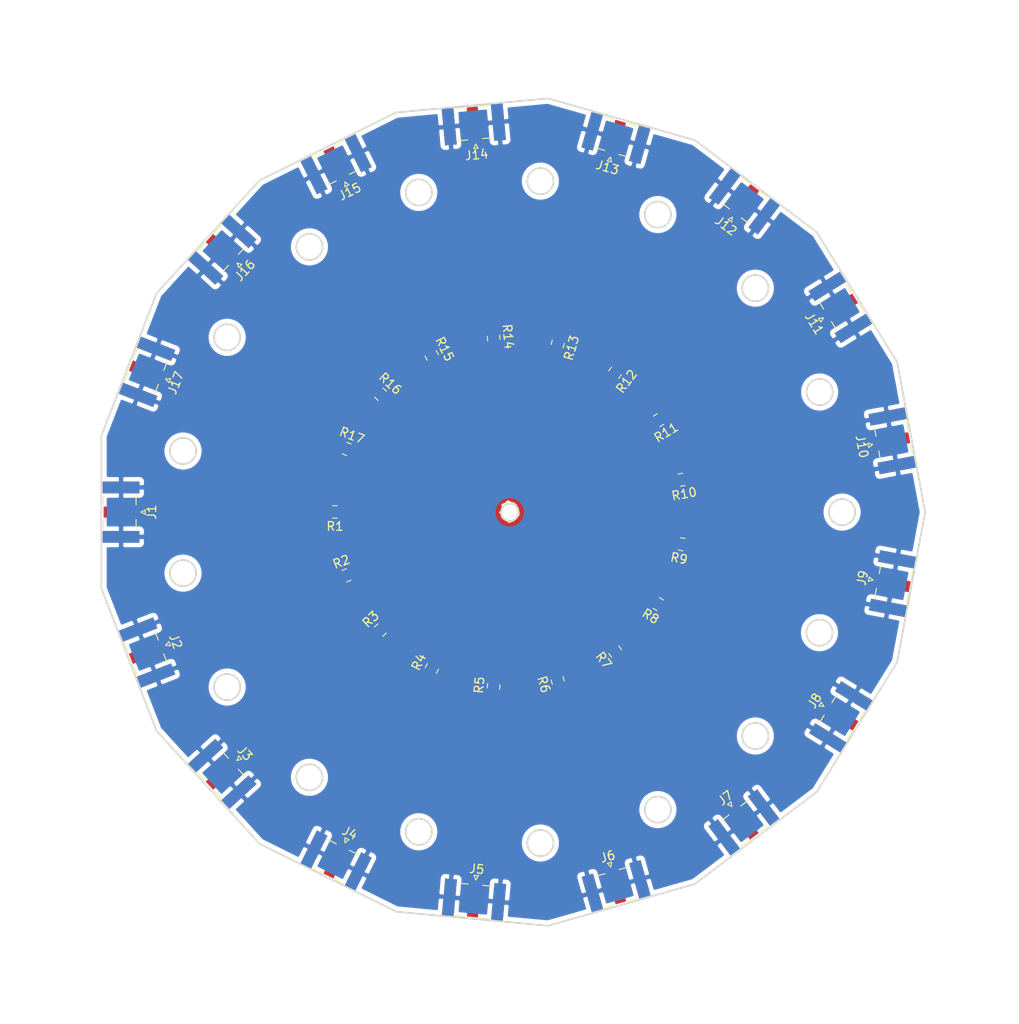
<source format=kicad_pcb>
(kicad_pcb (version 20171130) (host pcbnew 5.1.5-52549c5~86~ubuntu18.04.1)

  (general
    (thickness 1.6)
    (drawings 121)
    (tracks 55)
    (zones 0)
    (modules 34)
    (nets 20)
  )

  (page A4)
  (layers
    (0 F.Cu signal)
    (31 B.Cu signal hide)
    (32 B.Adhes user hide)
    (33 F.Adhes user hide)
    (34 B.Paste user hide)
    (35 F.Paste user)
    (36 B.SilkS user hide)
    (37 F.SilkS user)
    (38 B.Mask user hide)
    (39 F.Mask user)
    (40 Dwgs.User user hide)
    (41 Cmts.User user hide)
    (42 Eco1.User user hide)
    (43 Eco2.User user hide)
    (44 Edge.Cuts user)
    (45 Margin user hide)
    (46 B.CrtYd user hide)
    (47 F.CrtYd user)
    (48 B.Fab user hide)
    (49 F.Fab user)
  )

  (setup
    (last_trace_width 2.27)
    (trace_clearance 0.2)
    (zone_clearance 0.508)
    (zone_45_only no)
    (trace_min 0.2)
    (via_size 0.8)
    (via_drill 0.4)
    (via_min_size 0.4)
    (via_min_drill 0.3)
    (uvia_size 0.3)
    (uvia_drill 0.1)
    (uvias_allowed no)
    (uvia_min_size 0.2)
    (uvia_min_drill 0.1)
    (edge_width 0.05)
    (segment_width 0.2)
    (pcb_text_width 0.3)
    (pcb_text_size 1.5 1.5)
    (mod_edge_width 0.12)
    (mod_text_size 1 1)
    (mod_text_width 0.15)
    (pad_size 1.524 1.524)
    (pad_drill 0.762)
    (pad_to_mask_clearance 0.051)
    (solder_mask_min_width 0.25)
    (aux_axis_origin 0 0)
    (visible_elements FFFDFF3F)
    (pcbplotparams
      (layerselection 0x010fc_ffffffff)
      (usegerberextensions false)
      (usegerberattributes false)
      (usegerberadvancedattributes false)
      (creategerberjobfile false)
      (excludeedgelayer true)
      (linewidth 0.100000)
      (plotframeref false)
      (viasonmask false)
      (mode 1)
      (useauxorigin false)
      (hpglpennumber 1)
      (hpglpenspeed 20)
      (hpglpendiameter 15.000000)
      (psnegative false)
      (psa4output false)
      (plotreference true)
      (plotvalue true)
      (plotinvisibletext false)
      (padsonsilk false)
      (subtractmaskfromsilk false)
      (outputformat 1)
      (mirror false)
      (drillshape 1)
      (scaleselection 1)
      (outputdirectory ""))
  )

  (net 0 "")
  (net 1 "Net-(J1-Pad1)")
  (net 2 GND)
  (net 3 "Net-(J2-Pad1)")
  (net 4 "Net-(J3-Pad1)")
  (net 5 "Net-(J4-Pad1)")
  (net 6 "Net-(J5-Pad1)")
  (net 7 "Net-(J6-Pad1)")
  (net 8 "Net-(J7-Pad1)")
  (net 9 "Net-(J8-Pad1)")
  (net 10 "Net-(J9-Pad1)")
  (net 11 "Net-(J10-Pad1)")
  (net 12 "Net-(J11-Pad1)")
  (net 13 "Net-(J12-Pad1)")
  (net 14 "Net-(J13-Pad1)")
  (net 15 "Net-(J14-Pad1)")
  (net 16 "Net-(J15-Pad1)")
  (net 17 "Net-(J16-Pad1)")
  (net 18 "Net-(J17-Pad1)")
  (net 19 "Net-(R1-Pad1)")

  (net_class Default "This is the default net class."
    (clearance 0.2)
    (trace_width 2.27)
    (via_dia 0.8)
    (via_drill 0.4)
    (uvia_dia 0.3)
    (uvia_drill 0.1)
    (add_net GND)
    (add_net "Net-(J1-Pad1)")
    (add_net "Net-(J10-Pad1)")
    (add_net "Net-(J11-Pad1)")
    (add_net "Net-(J12-Pad1)")
    (add_net "Net-(J13-Pad1)")
    (add_net "Net-(J14-Pad1)")
    (add_net "Net-(J15-Pad1)")
    (add_net "Net-(J16-Pad1)")
    (add_net "Net-(J17-Pad1)")
    (add_net "Net-(J2-Pad1)")
    (add_net "Net-(J3-Pad1)")
    (add_net "Net-(J4-Pad1)")
    (add_net "Net-(J5-Pad1)")
    (add_net "Net-(J6-Pad1)")
    (add_net "Net-(J7-Pad1)")
    (add_net "Net-(J8-Pad1)")
    (add_net "Net-(J9-Pad1)")
    (add_net "Net-(R1-Pad1)")
  )

  (module Connector_Coaxial:SMA_Samtec_SMA-J-P-X-ST-EM1_EdgeMount (layer F.Cu) (tedit 5DAA3454) (tstamp 5EA8630F)
    (at 89.258109 81.486692 270)
    (descr "Connector SMA, 0Hz to 20GHz, 50Ohm, Edge Mount (http://suddendocs.samtec.com/prints/sma-j-p-x-st-em1-mkt.pdf)")
    (tags "SMA Straight Samtec Edge Mount")
    (path /5EA3E56C)
    (attr smd)
    (fp_text reference J1 (at 0 -3.5 90) (layer F.SilkS)
      (effects (font (size 1 1) (thickness 0.15)))
    )
    (fp_text value SMA_Female (at 0 13 90) (layer F.Fab)
      (effects (font (size 1 1) (thickness 0.15)))
    )
    (fp_line (start -0.25 -2.76) (end 0 -2.26) (layer F.SilkS) (width 0.12))
    (fp_line (start 0.25 -2.76) (end -0.25 -2.76) (layer F.SilkS) (width 0.12))
    (fp_line (start 0 -2.26) (end 0.25 -2.76) (layer F.SilkS) (width 0.12))
    (fp_line (start 0 3.1) (end -0.64 2.1) (layer F.Fab) (width 0.1))
    (fp_line (start 0.64 2.1) (end 0 3.1) (layer F.Fab) (width 0.1))
    (fp_text user %R (at 0 4.79 270) (layer F.Fab)
      (effects (font (size 1 1) (thickness 0.15)))
    )
    (fp_line (start 4 2.6) (end 4 -2.6) (layer F.CrtYd) (width 0.05))
    (fp_line (start 3.68 12.12) (end -3.68 12.12) (layer F.CrtYd) (width 0.05))
    (fp_line (start -4 2.6) (end -4 -2.6) (layer F.CrtYd) (width 0.05))
    (fp_line (start -4 -2.6) (end 4 -2.6) (layer F.CrtYd) (width 0.05))
    (fp_line (start 4 2.6) (end 4 -2.6) (layer B.CrtYd) (width 0.05))
    (fp_line (start 3.68 12.12) (end -3.68 12.12) (layer B.CrtYd) (width 0.05))
    (fp_line (start -4 2.6) (end -4 -2.6) (layer B.CrtYd) (width 0.05))
    (fp_line (start -4 -2.6) (end 4 -2.6) (layer B.CrtYd) (width 0.05))
    (fp_line (start 3.165 11.62) (end -3.165 11.62) (layer F.Fab) (width 0.1))
    (fp_line (start 3.175 -1.71) (end 3.175 11.62) (layer F.Fab) (width 0.1))
    (fp_line (start 3.175 -1.71) (end 2.365 -1.71) (layer F.Fab) (width 0.1))
    (fp_line (start 2.365 -1.71) (end 2.365 2.1) (layer F.Fab) (width 0.1))
    (fp_line (start 2.365 2.1) (end -2.365 2.1) (layer F.Fab) (width 0.1))
    (fp_line (start -2.365 2.1) (end -2.365 -1.71) (layer F.Fab) (width 0.1))
    (fp_line (start -2.365 -1.71) (end -3.175 -1.71) (layer F.Fab) (width 0.1))
    (fp_line (start -3.175 -1.71) (end -3.175 11.62) (layer F.Fab) (width 0.1))
    (fp_line (start 4.1 2.1) (end -4.1 2.1) (layer Dwgs.User) (width 0.1))
    (fp_text user "PCB Edge" (at 0 2.6 90) (layer Dwgs.User)
      (effects (font (size 0.5 0.5) (thickness 0.1)))
    )
    (fp_line (start -3.68 2.6) (end -4 2.6) (layer F.CrtYd) (width 0.05))
    (fp_line (start -3.68 12.12) (end -3.68 2.6) (layer F.CrtYd) (width 0.05))
    (fp_line (start 3.68 2.6) (end 4 2.6) (layer F.CrtYd) (width 0.05))
    (fp_line (start 3.68 2.6) (end 3.68 12.12) (layer F.CrtYd) (width 0.05))
    (fp_line (start -3.68 2.6) (end -4 2.6) (layer B.CrtYd) (width 0.05))
    (fp_line (start -3.68 12.12) (end -3.68 2.6) (layer B.CrtYd) (width 0.05))
    (fp_line (start 4 2.6) (end 3.68 2.6) (layer B.CrtYd) (width 0.05))
    (fp_line (start 3.68 2.6) (end 3.68 12.12) (layer B.CrtYd) (width 0.05))
    (fp_line (start -1.95 2) (end -0.84 2) (layer F.SilkS) (width 0.12))
    (fp_line (start 0.84 2) (end 1.95 2) (layer F.SilkS) (width 0.12))
    (fp_line (start -1.95 -1.71) (end -0.84 -1.71) (layer F.SilkS) (width 0.12))
    (fp_line (start 0.84 -1.71) (end 1.95 -1.71) (layer F.SilkS) (width 0.12))
    (pad 2 smd rect (at -2.825 0 270) (size 1.35 4.2) (layers B.Cu B.Paste B.Mask)
      (net 2 GND))
    (pad 2 smd rect (at 2.825 0 270) (size 1.35 4.2) (layers B.Cu B.Paste B.Mask)
      (net 2 GND))
    (pad 2 smd rect (at -2.825 0 270) (size 1.35 4.2) (layers F.Cu F.Paste F.Mask)
      (net 2 GND))
    (pad 2 smd rect (at 2.825 0 270) (size 1.35 4.2) (layers F.Cu F.Paste F.Mask)
      (net 2 GND))
    (pad 1 smd rect (at 0 0.2 270) (size 1.27 3.6) (layers F.Cu F.Paste F.Mask)
      (net 1 "Net-(J1-Pad1)"))
    (model ${KISYS3DMOD}/Connector_Coaxial.3dshapes/SMA_Samtec_SMA-J-P-X-ST-EM1_EdgeMount.wrl
      (at (xyz 0 0 0))
      (scale (xyz 1 1 1))
      (rotate (xyz 0 0 0))
    )
  )

  (module Resistor_SMD:R_0805_2012Metric_Pad1.15x1.40mm_HandSolder (layer F.Cu) (tedit 5B36C52B) (tstamp 5EB1C1B5)
    (at 113.708109 81.461693 180)
    (descr "Resistor SMD 0805 (2012 Metric), square (rectangular) end terminal, IPC_7351 nominal with elongated pad for handsoldering. (Body size source: https://docs.google.com/spreadsheets/d/1BsfQQcO9C6DZCsRaXUlFlo91Tg2WpOkGARC1WS5S8t0/edit?usp=sharing), generated with kicad-footprint-generator")
    (tags "resistor handsolder")
    (path /5EA002DC)
    (attr smd)
    (fp_text reference R1 (at 0 -1.65) (layer F.SilkS)
      (effects (font (size 1 1) (thickness 0.15)))
    )
    (fp_text value 43 (at 0 1.65) (layer F.Fab)
      (effects (font (size 1 1) (thickness 0.15)))
    )
    (fp_text user %R (at 0 0) (layer F.Fab)
      (effects (font (size 0.5 0.5) (thickness 0.08)))
    )
    (fp_line (start 1.85 0.95) (end -1.85 0.95) (layer F.CrtYd) (width 0.05))
    (fp_line (start 1.85 -0.95) (end 1.85 0.95) (layer F.CrtYd) (width 0.05))
    (fp_line (start -1.85 -0.95) (end 1.85 -0.95) (layer F.CrtYd) (width 0.05))
    (fp_line (start -1.85 0.95) (end -1.85 -0.95) (layer F.CrtYd) (width 0.05))
    (fp_line (start -0.261252 0.71) (end 0.261252 0.71) (layer F.SilkS) (width 0.12))
    (fp_line (start -0.261252 -0.71) (end 0.261252 -0.71) (layer F.SilkS) (width 0.12))
    (fp_line (start 1 0.6) (end -1 0.6) (layer F.Fab) (width 0.1))
    (fp_line (start 1 -0.6) (end 1 0.6) (layer F.Fab) (width 0.1))
    (fp_line (start -1 -0.6) (end 1 -0.6) (layer F.Fab) (width 0.1))
    (fp_line (start -1 0.6) (end -1 -0.6) (layer F.Fab) (width 0.1))
    (pad 2 smd roundrect (at 1.025 0 180) (size 1.15 1.4) (layers F.Cu F.Paste F.Mask) (roundrect_rratio 0.217391)
      (net 1 "Net-(J1-Pad1)"))
    (pad 1 smd roundrect (at -1.025 0 180) (size 1.15 1.4) (layers F.Cu F.Paste F.Mask) (roundrect_rratio 0.217391)
      (net 19 "Net-(R1-Pad1)"))
    (model ${KISYS3DMOD}/Resistor_SMD.3dshapes/R_0805_2012Metric.wrl
      (at (xyz 0 0 0))
      (scale (xyz 1 1 1))
      (rotate (xyz 0 0 0))
    )
  )

  (module Resistor_SMD:R_0805_2012Metric_Pad1.15x1.40mm_HandSolder (layer F.Cu) (tedit 5B36C52B) (tstamp 5EB1BF7E)
    (at 115.053114 74.261693 338.8)
    (descr "Resistor SMD 0805 (2012 Metric), square (rectangular) end terminal, IPC_7351 nominal with elongated pad for handsoldering. (Body size source: https://docs.google.com/spreadsheets/d/1BsfQQcO9C6DZCsRaXUlFlo91Tg2WpOkGARC1WS5S8t0/edit?usp=sharing), generated with kicad-footprint-generator")
    (tags "resistor handsolder")
    (path /5EAF4BA9)
    (attr smd)
    (fp_text reference R17 (at 0 -1.65 158.8) (layer F.SilkS)
      (effects (font (size 1 1) (thickness 0.15)))
    )
    (fp_text value 43 (at 0 1.65 158.8) (layer F.Fab)
      (effects (font (size 1 1) (thickness 0.15)))
    )
    (fp_line (start -1 0.6) (end -1 -0.6) (layer F.Fab) (width 0.1))
    (fp_line (start -1 -0.6) (end 1 -0.6) (layer F.Fab) (width 0.1))
    (fp_line (start 1 -0.6) (end 1 0.6) (layer F.Fab) (width 0.1))
    (fp_line (start 1 0.6) (end -1 0.6) (layer F.Fab) (width 0.1))
    (fp_line (start -0.261252 -0.71) (end 0.261252 -0.71) (layer F.SilkS) (width 0.12))
    (fp_line (start -0.261252 0.71) (end 0.261252 0.71) (layer F.SilkS) (width 0.12))
    (fp_line (start -1.85 0.95) (end -1.85 -0.95) (layer F.CrtYd) (width 0.05))
    (fp_line (start -1.85 -0.95) (end 1.85 -0.95) (layer F.CrtYd) (width 0.05))
    (fp_line (start 1.85 -0.95) (end 1.85 0.95) (layer F.CrtYd) (width 0.05))
    (fp_line (start 1.85 0.95) (end -1.85 0.95) (layer F.CrtYd) (width 0.05))
    (fp_text user %R (at 0 0 158.8) (layer F.Fab)
      (effects (font (size 0.5 0.5) (thickness 0.08)))
    )
    (pad 1 smd roundrect (at -1.025 0 338.8) (size 1.15 1.4) (layers F.Cu F.Paste F.Mask) (roundrect_rratio 0.217391)
      (net 18 "Net-(J17-Pad1)"))
    (pad 2 smd roundrect (at 1.025 0 338.8) (size 1.15 1.4) (layers F.Cu F.Paste F.Mask) (roundrect_rratio 0.217391)
      (net 19 "Net-(R1-Pad1)"))
    (model ${KISYS3DMOD}/Resistor_SMD.3dshapes/R_0805_2012Metric.wrl
      (at (xyz 0 0 0))
      (scale (xyz 1 1 1))
      (rotate (xyz 0 0 0))
    )
  )

  (module Resistor_SMD:R_0805_2012Metric_Pad1.15x1.40mm_HandSolder (layer F.Cu) (tedit 5B36C52B) (tstamp 5EB1C1E8)
    (at 118.923114 68.011689 317.7)
    (descr "Resistor SMD 0805 (2012 Metric), square (rectangular) end terminal, IPC_7351 nominal with elongated pad for handsoldering. (Body size source: https://docs.google.com/spreadsheets/d/1BsfQQcO9C6DZCsRaXUlFlo91Tg2WpOkGARC1WS5S8t0/edit?usp=sharing), generated with kicad-footprint-generator")
    (tags "resistor handsolder")
    (path /5EAF4BA3)
    (attr smd)
    (fp_text reference R16 (at 0 -1.65 137.7) (layer F.SilkS)
      (effects (font (size 1 1) (thickness 0.15)))
    )
    (fp_text value 43 (at 0 1.65 137.7) (layer F.Fab)
      (effects (font (size 1 1) (thickness 0.15)))
    )
    (fp_line (start -1 0.6) (end -1 -0.6) (layer F.Fab) (width 0.1))
    (fp_line (start -1 -0.6) (end 1 -0.6) (layer F.Fab) (width 0.1))
    (fp_line (start 1 -0.6) (end 1 0.6) (layer F.Fab) (width 0.1))
    (fp_line (start 1 0.6) (end -1 0.6) (layer F.Fab) (width 0.1))
    (fp_line (start -0.261252 -0.71) (end 0.261252 -0.71) (layer F.SilkS) (width 0.12))
    (fp_line (start -0.261252 0.71) (end 0.261252 0.71) (layer F.SilkS) (width 0.12))
    (fp_line (start -1.85 0.95) (end -1.85 -0.95) (layer F.CrtYd) (width 0.05))
    (fp_line (start -1.85 -0.95) (end 1.85 -0.95) (layer F.CrtYd) (width 0.05))
    (fp_line (start 1.85 -0.95) (end 1.85 0.95) (layer F.CrtYd) (width 0.05))
    (fp_line (start 1.85 0.95) (end -1.85 0.95) (layer F.CrtYd) (width 0.05))
    (fp_text user %R (at 0 0 137.7) (layer F.Fab)
      (effects (font (size 0.5 0.5) (thickness 0.08)))
    )
    (pad 1 smd roundrect (at -1.025 0 317.7) (size 1.15 1.4) (layers F.Cu F.Paste F.Mask) (roundrect_rratio 0.217391)
      (net 17 "Net-(J16-Pad1)"))
    (pad 2 smd roundrect (at 1.025 0 317.7) (size 1.15 1.4) (layers F.Cu F.Paste F.Mask) (roundrect_rratio 0.217391)
      (net 19 "Net-(R1-Pad1)"))
    (model ${KISYS3DMOD}/Resistor_SMD.3dshapes/R_0805_2012Metric.wrl
      (at (xyz 0 0 0))
      (scale (xyz 1 1 1))
      (rotate (xyz 0 0 0))
    )
  )

  (module Resistor_SMD:R_0805_2012Metric_Pad1.15x1.40mm_HandSolder (layer F.Cu) (tedit 5B36C52B) (tstamp 5EB1C224)
    (at 124.773109 63.571691 296.5)
    (descr "Resistor SMD 0805 (2012 Metric), square (rectangular) end terminal, IPC_7351 nominal with elongated pad for handsoldering. (Body size source: https://docs.google.com/spreadsheets/d/1BsfQQcO9C6DZCsRaXUlFlo91Tg2WpOkGARC1WS5S8t0/edit?usp=sharing), generated with kicad-footprint-generator")
    (tags "resistor handsolder")
    (path /5EAF4B9D)
    (attr smd)
    (fp_text reference R15 (at 0 -1.65 116.5) (layer F.SilkS)
      (effects (font (size 1 1) (thickness 0.15)))
    )
    (fp_text value 43 (at 0 1.65 116.5) (layer F.Fab)
      (effects (font (size 1 1) (thickness 0.15)))
    )
    (fp_line (start -1 0.6) (end -1 -0.6) (layer F.Fab) (width 0.1))
    (fp_line (start -1 -0.6) (end 1 -0.6) (layer F.Fab) (width 0.1))
    (fp_line (start 1 -0.6) (end 1 0.6) (layer F.Fab) (width 0.1))
    (fp_line (start 1 0.6) (end -1 0.6) (layer F.Fab) (width 0.1))
    (fp_line (start -0.261252 -0.71) (end 0.261252 -0.71) (layer F.SilkS) (width 0.12))
    (fp_line (start -0.261252 0.71) (end 0.261252 0.71) (layer F.SilkS) (width 0.12))
    (fp_line (start -1.85 0.95) (end -1.85 -0.95) (layer F.CrtYd) (width 0.05))
    (fp_line (start -1.85 -0.95) (end 1.85 -0.95) (layer F.CrtYd) (width 0.05))
    (fp_line (start 1.85 -0.95) (end 1.85 0.95) (layer F.CrtYd) (width 0.05))
    (fp_line (start 1.85 0.95) (end -1.85 0.95) (layer F.CrtYd) (width 0.05))
    (fp_text user %R (at 0 0 116.5) (layer F.Fab)
      (effects (font (size 0.5 0.5) (thickness 0.08)))
    )
    (pad 1 smd roundrect (at -1.025 0 296.5) (size 1.15 1.4) (layers F.Cu F.Paste F.Mask) (roundrect_rratio 0.217391)
      (net 16 "Net-(J15-Pad1)"))
    (pad 2 smd roundrect (at 1.025 0 296.5) (size 1.15 1.4) (layers F.Cu F.Paste F.Mask) (roundrect_rratio 0.217391)
      (net 19 "Net-(R1-Pad1)"))
    (model ${KISYS3DMOD}/Resistor_SMD.3dshapes/R_0805_2012Metric.wrl
      (at (xyz 0 0 0))
      (scale (xyz 1 1 1))
      (rotate (xyz 0 0 0))
    )
  )

  (module Resistor_SMD:R_0805_2012Metric_Pad1.15x1.40mm_HandSolder (layer F.Cu) (tedit 5B36C52B) (tstamp 5EB1C254)
    (at 131.853111 61.571691 275.3)
    (descr "Resistor SMD 0805 (2012 Metric), square (rectangular) end terminal, IPC_7351 nominal with elongated pad for handsoldering. (Body size source: https://docs.google.com/spreadsheets/d/1BsfQQcO9C6DZCsRaXUlFlo91Tg2WpOkGARC1WS5S8t0/edit?usp=sharing), generated with kicad-footprint-generator")
    (tags "resistor handsolder")
    (path /5EAF4B97)
    (attr smd)
    (fp_text reference R14 (at 0 -1.65 95.3) (layer F.SilkS)
      (effects (font (size 1 1) (thickness 0.15)))
    )
    (fp_text value 43 (at 0 1.65 95.3) (layer F.Fab)
      (effects (font (size 1 1) (thickness 0.15)))
    )
    (fp_line (start -1 0.6) (end -1 -0.6) (layer F.Fab) (width 0.1))
    (fp_line (start -1 -0.6) (end 1 -0.6) (layer F.Fab) (width 0.1))
    (fp_line (start 1 -0.6) (end 1 0.6) (layer F.Fab) (width 0.1))
    (fp_line (start 1 0.6) (end -1 0.6) (layer F.Fab) (width 0.1))
    (fp_line (start -0.261252 -0.71) (end 0.261252 -0.71) (layer F.SilkS) (width 0.12))
    (fp_line (start -0.261252 0.71) (end 0.261252 0.71) (layer F.SilkS) (width 0.12))
    (fp_line (start -1.85 0.95) (end -1.85 -0.95) (layer F.CrtYd) (width 0.05))
    (fp_line (start -1.85 -0.95) (end 1.85 -0.95) (layer F.CrtYd) (width 0.05))
    (fp_line (start 1.85 -0.95) (end 1.85 0.95) (layer F.CrtYd) (width 0.05))
    (fp_line (start 1.85 0.95) (end -1.85 0.95) (layer F.CrtYd) (width 0.05))
    (fp_text user %R (at 0 0 95.3) (layer F.Fab)
      (effects (font (size 0.5 0.5) (thickness 0.08)))
    )
    (pad 1 smd roundrect (at -1.025 0 275.3) (size 1.15 1.4) (layers F.Cu F.Paste F.Mask) (roundrect_rratio 0.217391)
      (net 15 "Net-(J14-Pad1)"))
    (pad 2 smd roundrect (at 1.025 0 275.3) (size 1.15 1.4) (layers F.Cu F.Paste F.Mask) (roundrect_rratio 0.217391)
      (net 19 "Net-(R1-Pad1)"))
    (model ${KISYS3DMOD}/Resistor_SMD.3dshapes/R_0805_2012Metric.wrl
      (at (xyz 0 0 0))
      (scale (xyz 1 1 1))
      (rotate (xyz 0 0 0))
    )
  )

  (module Resistor_SMD:R_0805_2012Metric_Pad1.15x1.40mm_HandSolder (layer F.Cu) (tedit 5B36C52B) (tstamp 5EB1C06E)
    (at 139.173108 62.261691 254.1)
    (descr "Resistor SMD 0805 (2012 Metric), square (rectangular) end terminal, IPC_7351 nominal with elongated pad for handsoldering. (Body size source: https://docs.google.com/spreadsheets/d/1BsfQQcO9C6DZCsRaXUlFlo91Tg2WpOkGARC1WS5S8t0/edit?usp=sharing), generated with kicad-footprint-generator")
    (tags "resistor handsolder")
    (path /5EAF3F4B)
    (attr smd)
    (fp_text reference R13 (at 0 -1.65 74.1) (layer F.SilkS)
      (effects (font (size 1 1) (thickness 0.15)))
    )
    (fp_text value 43 (at 0 1.65 74.1) (layer F.Fab)
      (effects (font (size 1 1) (thickness 0.15)))
    )
    (fp_line (start -1 0.6) (end -1 -0.6) (layer F.Fab) (width 0.1))
    (fp_line (start -1 -0.6) (end 1 -0.6) (layer F.Fab) (width 0.1))
    (fp_line (start 1 -0.6) (end 1 0.6) (layer F.Fab) (width 0.1))
    (fp_line (start 1 0.6) (end -1 0.6) (layer F.Fab) (width 0.1))
    (fp_line (start -0.261252 -0.71) (end 0.261252 -0.71) (layer F.SilkS) (width 0.12))
    (fp_line (start -0.261252 0.71) (end 0.261252 0.71) (layer F.SilkS) (width 0.12))
    (fp_line (start -1.85 0.95) (end -1.85 -0.95) (layer F.CrtYd) (width 0.05))
    (fp_line (start -1.85 -0.95) (end 1.85 -0.95) (layer F.CrtYd) (width 0.05))
    (fp_line (start 1.85 -0.95) (end 1.85 0.95) (layer F.CrtYd) (width 0.05))
    (fp_line (start 1.85 0.95) (end -1.85 0.95) (layer F.CrtYd) (width 0.05))
    (fp_text user %R (at 0 0 74.1) (layer F.Fab)
      (effects (font (size 0.5 0.5) (thickness 0.08)))
    )
    (pad 1 smd roundrect (at -1.025 0 254.1) (size 1.15 1.4) (layers F.Cu F.Paste F.Mask) (roundrect_rratio 0.217391)
      (net 14 "Net-(J13-Pad1)"))
    (pad 2 smd roundrect (at 1.025 0 254.1) (size 1.15 1.4) (layers F.Cu F.Paste F.Mask) (roundrect_rratio 0.217391)
      (net 19 "Net-(R1-Pad1)"))
    (model ${KISYS3DMOD}/Resistor_SMD.3dshapes/R_0805_2012Metric.wrl
      (at (xyz 0 0 0))
      (scale (xyz 1 1 1))
      (rotate (xyz 0 0 0))
    )
  )

  (module Resistor_SMD:R_0805_2012Metric_Pad1.15x1.40mm_HandSolder (layer F.Cu) (tedit 5B36C52B) (tstamp 5EB1C3F8)
    (at 145.733109 65.55169 233)
    (descr "Resistor SMD 0805 (2012 Metric), square (rectangular) end terminal, IPC_7351 nominal with elongated pad for handsoldering. (Body size source: https://docs.google.com/spreadsheets/d/1BsfQQcO9C6DZCsRaXUlFlo91Tg2WpOkGARC1WS5S8t0/edit?usp=sharing), generated with kicad-footprint-generator")
    (tags "resistor handsolder")
    (path /5EAF3F45)
    (attr smd)
    (fp_text reference R12 (at 0 -1.65 53) (layer F.SilkS)
      (effects (font (size 1 1) (thickness 0.15)))
    )
    (fp_text value 43 (at 0 1.65 53) (layer F.Fab)
      (effects (font (size 1 1) (thickness 0.15)))
    )
    (fp_line (start -1 0.6) (end -1 -0.6) (layer F.Fab) (width 0.1))
    (fp_line (start -1 -0.6) (end 1 -0.6) (layer F.Fab) (width 0.1))
    (fp_line (start 1 -0.6) (end 1 0.6) (layer F.Fab) (width 0.1))
    (fp_line (start 1 0.6) (end -1 0.6) (layer F.Fab) (width 0.1))
    (fp_line (start -0.261252 -0.71) (end 0.261252 -0.71) (layer F.SilkS) (width 0.12))
    (fp_line (start -0.261252 0.71) (end 0.261252 0.71) (layer F.SilkS) (width 0.12))
    (fp_line (start -1.85 0.95) (end -1.85 -0.95) (layer F.CrtYd) (width 0.05))
    (fp_line (start -1.85 -0.95) (end 1.85 -0.95) (layer F.CrtYd) (width 0.05))
    (fp_line (start 1.85 -0.95) (end 1.85 0.95) (layer F.CrtYd) (width 0.05))
    (fp_line (start 1.85 0.95) (end -1.85 0.95) (layer F.CrtYd) (width 0.05))
    (fp_text user %R (at 0 0 53) (layer F.Fab)
      (effects (font (size 0.5 0.5) (thickness 0.08)))
    )
    (pad 1 smd roundrect (at -1.025 0 233) (size 1.15 1.4) (layers F.Cu F.Paste F.Mask) (roundrect_rratio 0.217391)
      (net 13 "Net-(J12-Pad1)"))
    (pad 2 smd roundrect (at 1.025 0 233) (size 1.15 1.4) (layers F.Cu F.Paste F.Mask) (roundrect_rratio 0.217391)
      (net 19 "Net-(R1-Pad1)"))
    (model ${KISYS3DMOD}/Resistor_SMD.3dshapes/R_0805_2012Metric.wrl
      (at (xyz 0 0 0))
      (scale (xyz 1 1 1))
      (rotate (xyz 0 0 0))
    )
  )

  (module Resistor_SMD:R_0805_2012Metric_Pad1.15x1.40mm_HandSolder (layer F.Cu) (tedit 5B36C52B) (tstamp 5EB1C9AA)
    (at 150.70311 70.981689 211.8)
    (descr "Resistor SMD 0805 (2012 Metric), square (rectangular) end terminal, IPC_7351 nominal with elongated pad for handsoldering. (Body size source: https://docs.google.com/spreadsheets/d/1BsfQQcO9C6DZCsRaXUlFlo91Tg2WpOkGARC1WS5S8t0/edit?usp=sharing), generated with kicad-footprint-generator")
    (tags "resistor handsolder")
    (path /5EAF3F3F)
    (attr smd)
    (fp_text reference R11 (at 0 -1.65 31.8) (layer F.SilkS)
      (effects (font (size 1 1) (thickness 0.15)))
    )
    (fp_text value 43 (at 0 1.65 31.8) (layer F.Fab)
      (effects (font (size 1 1) (thickness 0.15)))
    )
    (fp_line (start -1 0.6) (end -1 -0.6) (layer F.Fab) (width 0.1))
    (fp_line (start -1 -0.6) (end 1 -0.6) (layer F.Fab) (width 0.1))
    (fp_line (start 1 -0.6) (end 1 0.6) (layer F.Fab) (width 0.1))
    (fp_line (start 1 0.6) (end -1 0.6) (layer F.Fab) (width 0.1))
    (fp_line (start -0.261252 -0.71) (end 0.261252 -0.71) (layer F.SilkS) (width 0.12))
    (fp_line (start -0.261252 0.71) (end 0.261252 0.71) (layer F.SilkS) (width 0.12))
    (fp_line (start -1.85 0.95) (end -1.85 -0.95) (layer F.CrtYd) (width 0.05))
    (fp_line (start -1.85 -0.95) (end 1.85 -0.95) (layer F.CrtYd) (width 0.05))
    (fp_line (start 1.85 -0.95) (end 1.85 0.95) (layer F.CrtYd) (width 0.05))
    (fp_line (start 1.85 0.95) (end -1.85 0.95) (layer F.CrtYd) (width 0.05))
    (fp_text user %R (at 0 0 31.8) (layer F.Fab)
      (effects (font (size 0.5 0.5) (thickness 0.08)))
    )
    (pad 1 smd roundrect (at -1.025 0 211.8) (size 1.15 1.4) (layers F.Cu F.Paste F.Mask) (roundrect_rratio 0.217391)
      (net 12 "Net-(J11-Pad1)"))
    (pad 2 smd roundrect (at 1.025 0 211.8) (size 1.15 1.4) (layers F.Cu F.Paste F.Mask) (roundrect_rratio 0.217391)
      (net 19 "Net-(R1-Pad1)"))
    (model ${KISYS3DMOD}/Resistor_SMD.3dshapes/R_0805_2012Metric.wrl
      (at (xyz 0 0 0))
      (scale (xyz 1 1 1))
      (rotate (xyz 0 0 0))
    )
  )

  (module Resistor_SMD:R_0805_2012Metric_Pad1.15x1.40mm_HandSolder (layer F.Cu) (tedit 5B36C52B) (tstamp 5EB1C6C8)
    (at 153.333111 77.791692 190.6)
    (descr "Resistor SMD 0805 (2012 Metric), square (rectangular) end terminal, IPC_7351 nominal with elongated pad for handsoldering. (Body size source: https://docs.google.com/spreadsheets/d/1BsfQQcO9C6DZCsRaXUlFlo91Tg2WpOkGARC1WS5S8t0/edit?usp=sharing), generated with kicad-footprint-generator")
    (tags "resistor handsolder")
    (path /5EAF3F39)
    (attr smd)
    (fp_text reference R10 (at 0 -1.65 10.6) (layer F.SilkS)
      (effects (font (size 1 1) (thickness 0.15)))
    )
    (fp_text value 43 (at 0 1.65 10.6) (layer F.Fab)
      (effects (font (size 1 1) (thickness 0.15)))
    )
    (fp_line (start -1 0.6) (end -1 -0.6) (layer F.Fab) (width 0.1))
    (fp_line (start -1 -0.6) (end 1 -0.6) (layer F.Fab) (width 0.1))
    (fp_line (start 1 -0.6) (end 1 0.6) (layer F.Fab) (width 0.1))
    (fp_line (start 1 0.6) (end -1 0.6) (layer F.Fab) (width 0.1))
    (fp_line (start -0.261252 -0.71) (end 0.261252 -0.71) (layer F.SilkS) (width 0.12))
    (fp_line (start -0.261252 0.71) (end 0.261252 0.71) (layer F.SilkS) (width 0.12))
    (fp_line (start -1.85 0.95) (end -1.85 -0.95) (layer F.CrtYd) (width 0.05))
    (fp_line (start -1.85 -0.95) (end 1.85 -0.95) (layer F.CrtYd) (width 0.05))
    (fp_line (start 1.85 -0.95) (end 1.85 0.95) (layer F.CrtYd) (width 0.05))
    (fp_line (start 1.85 0.95) (end -1.85 0.95) (layer F.CrtYd) (width 0.05))
    (fp_text user %R (at 0 0 10.6) (layer F.Fab)
      (effects (font (size 0.5 0.5) (thickness 0.08)))
    )
    (pad 1 smd roundrect (at -1.025 0 190.6) (size 1.15 1.4) (layers F.Cu F.Paste F.Mask) (roundrect_rratio 0.217391)
      (net 11 "Net-(J10-Pad1)"))
    (pad 2 smd roundrect (at 1.025 0 190.6) (size 1.15 1.4) (layers F.Cu F.Paste F.Mask) (roundrect_rratio 0.217391)
      (net 19 "Net-(R1-Pad1)"))
    (model ${KISYS3DMOD}/Resistor_SMD.3dshapes/R_0805_2012Metric.wrl
      (at (xyz 0 0 0))
      (scale (xyz 1 1 1))
      (rotate (xyz 0 0 0))
    )
  )

  (module Resistor_SMD:R_0805_2012Metric_Pad1.15x1.40mm_HandSolder (layer F.Cu) (tedit 5B36C52B) (tstamp 5EB1C323)
    (at 153.35311 85.161691 169.4)
    (descr "Resistor SMD 0805 (2012 Metric), square (rectangular) end terminal, IPC_7351 nominal with elongated pad for handsoldering. (Body size source: https://docs.google.com/spreadsheets/d/1BsfQQcO9C6DZCsRaXUlFlo91Tg2WpOkGARC1WS5S8t0/edit?usp=sharing), generated with kicad-footprint-generator")
    (tags "resistor handsolder")
    (path /5EAEA393)
    (attr smd)
    (fp_text reference R9 (at 0 -1.65 169.4) (layer F.SilkS)
      (effects (font (size 1 1) (thickness 0.15)))
    )
    (fp_text value 43 (at 0 1.65 169.4) (layer F.Fab)
      (effects (font (size 1 1) (thickness 0.15)))
    )
    (fp_line (start -1 0.6) (end -1 -0.6) (layer F.Fab) (width 0.1))
    (fp_line (start -1 -0.6) (end 1 -0.6) (layer F.Fab) (width 0.1))
    (fp_line (start 1 -0.6) (end 1 0.6) (layer F.Fab) (width 0.1))
    (fp_line (start 1 0.6) (end -1 0.6) (layer F.Fab) (width 0.1))
    (fp_line (start -0.261252 -0.71) (end 0.261252 -0.71) (layer F.SilkS) (width 0.12))
    (fp_line (start -0.261252 0.71) (end 0.261252 0.71) (layer F.SilkS) (width 0.12))
    (fp_line (start -1.85 0.95) (end -1.85 -0.95) (layer F.CrtYd) (width 0.05))
    (fp_line (start -1.85 -0.95) (end 1.85 -0.95) (layer F.CrtYd) (width 0.05))
    (fp_line (start 1.85 -0.95) (end 1.85 0.95) (layer F.CrtYd) (width 0.05))
    (fp_line (start 1.85 0.95) (end -1.85 0.95) (layer F.CrtYd) (width 0.05))
    (fp_text user %R (at 0 0 169.4) (layer F.Fab)
      (effects (font (size 0.5 0.5) (thickness 0.08)))
    )
    (pad 1 smd roundrect (at -1.025 0 169.4) (size 1.15 1.4) (layers F.Cu F.Paste F.Mask) (roundrect_rratio 0.217391)
      (net 10 "Net-(J9-Pad1)"))
    (pad 2 smd roundrect (at 1.025 0 169.4) (size 1.15 1.4) (layers F.Cu F.Paste F.Mask) (roundrect_rratio 0.217391)
      (net 19 "Net-(R1-Pad1)"))
    (model ${KISYS3DMOD}/Resistor_SMD.3dshapes/R_0805_2012Metric.wrl
      (at (xyz 0 0 0))
      (scale (xyz 1 1 1))
      (rotate (xyz 0 0 0))
    )
  )

  (module Resistor_SMD:R_0805_2012Metric_Pad1.15x1.40mm_HandSolder (layer F.Cu) (tedit 5B36C52B) (tstamp 5EB1C4F4)
    (at 150.663108 92.001692 148.3)
    (descr "Resistor SMD 0805 (2012 Metric), square (rectangular) end terminal, IPC_7351 nominal with elongated pad for handsoldering. (Body size source: https://docs.google.com/spreadsheets/d/1BsfQQcO9C6DZCsRaXUlFlo91Tg2WpOkGARC1WS5S8t0/edit?usp=sharing), generated with kicad-footprint-generator")
    (tags "resistor handsolder")
    (path /5EAEA38D)
    (attr smd)
    (fp_text reference R8 (at 0 -1.65 148.3) (layer F.SilkS)
      (effects (font (size 1 1) (thickness 0.15)))
    )
    (fp_text value 43 (at 0 1.65 148.3) (layer F.Fab)
      (effects (font (size 1 1) (thickness 0.15)))
    )
    (fp_line (start -1 0.6) (end -1 -0.6) (layer F.Fab) (width 0.1))
    (fp_line (start -1 -0.6) (end 1 -0.6) (layer F.Fab) (width 0.1))
    (fp_line (start 1 -0.6) (end 1 0.6) (layer F.Fab) (width 0.1))
    (fp_line (start 1 0.6) (end -1 0.6) (layer F.Fab) (width 0.1))
    (fp_line (start -0.261252 -0.71) (end 0.261252 -0.71) (layer F.SilkS) (width 0.12))
    (fp_line (start -0.261252 0.71) (end 0.261252 0.71) (layer F.SilkS) (width 0.12))
    (fp_line (start -1.85 0.95) (end -1.85 -0.95) (layer F.CrtYd) (width 0.05))
    (fp_line (start -1.85 -0.95) (end 1.85 -0.95) (layer F.CrtYd) (width 0.05))
    (fp_line (start 1.85 -0.95) (end 1.85 0.95) (layer F.CrtYd) (width 0.05))
    (fp_line (start 1.85 0.95) (end -1.85 0.95) (layer F.CrtYd) (width 0.05))
    (fp_text user %R (at 0 0 148.3) (layer F.Fab)
      (effects (font (size 0.5 0.5) (thickness 0.08)))
    )
    (pad 1 smd roundrect (at -1.025 0 148.3) (size 1.15 1.4) (layers F.Cu F.Paste F.Mask) (roundrect_rratio 0.217391)
      (net 9 "Net-(J8-Pad1)"))
    (pad 2 smd roundrect (at 1.025 0 148.3) (size 1.15 1.4) (layers F.Cu F.Paste F.Mask) (roundrect_rratio 0.217391)
      (net 19 "Net-(R1-Pad1)"))
    (model ${KISYS3DMOD}/Resistor_SMD.3dshapes/R_0805_2012Metric.wrl
      (at (xyz 0 0 0))
      (scale (xyz 1 1 1))
      (rotate (xyz 0 0 0))
    )
  )

  (module Resistor_SMD:R_0805_2012Metric_Pad1.15x1.40mm_HandSolder (layer F.Cu) (tedit 5B36C52B) (tstamp 5EB1C9E3)
    (at 145.743109 97.431692 127.1)
    (descr "Resistor SMD 0805 (2012 Metric), square (rectangular) end terminal, IPC_7351 nominal with elongated pad for handsoldering. (Body size source: https://docs.google.com/spreadsheets/d/1BsfQQcO9C6DZCsRaXUlFlo91Tg2WpOkGARC1WS5S8t0/edit?usp=sharing), generated with kicad-footprint-generator")
    (tags "resistor handsolder")
    (path /5EAEA387)
    (attr smd)
    (fp_text reference R7 (at 0 -1.65 127.1) (layer F.SilkS)
      (effects (font (size 1 1) (thickness 0.15)))
    )
    (fp_text value 43 (at 0 1.65 127.1) (layer F.Fab)
      (effects (font (size 1 1) (thickness 0.15)))
    )
    (fp_line (start -1 0.6) (end -1 -0.6) (layer F.Fab) (width 0.1))
    (fp_line (start -1 -0.6) (end 1 -0.6) (layer F.Fab) (width 0.1))
    (fp_line (start 1 -0.6) (end 1 0.6) (layer F.Fab) (width 0.1))
    (fp_line (start 1 0.6) (end -1 0.6) (layer F.Fab) (width 0.1))
    (fp_line (start -0.261252 -0.71) (end 0.261252 -0.71) (layer F.SilkS) (width 0.12))
    (fp_line (start -0.261252 0.71) (end 0.261252 0.71) (layer F.SilkS) (width 0.12))
    (fp_line (start -1.85 0.95) (end -1.85 -0.95) (layer F.CrtYd) (width 0.05))
    (fp_line (start -1.85 -0.95) (end 1.85 -0.95) (layer F.CrtYd) (width 0.05))
    (fp_line (start 1.85 -0.95) (end 1.85 0.95) (layer F.CrtYd) (width 0.05))
    (fp_line (start 1.85 0.95) (end -1.85 0.95) (layer F.CrtYd) (width 0.05))
    (fp_text user %R (at 0 0 127.1) (layer F.Fab)
      (effects (font (size 0.5 0.5) (thickness 0.08)))
    )
    (pad 1 smd roundrect (at -1.025 0 127.1) (size 1.15 1.4) (layers F.Cu F.Paste F.Mask) (roundrect_rratio 0.217391)
      (net 8 "Net-(J7-Pad1)"))
    (pad 2 smd roundrect (at 1.025 0 127.1) (size 1.15 1.4) (layers F.Cu F.Paste F.Mask) (roundrect_rratio 0.217391)
      (net 19 "Net-(R1-Pad1)"))
    (model ${KISYS3DMOD}/Resistor_SMD.3dshapes/R_0805_2012Metric.wrl
      (at (xyz 0 0 0))
      (scale (xyz 1 1 1))
      (rotate (xyz 0 0 0))
    )
  )

  (module Resistor_SMD:R_0805_2012Metric_Pad1.15x1.40mm_HandSolder (layer F.Cu) (tedit 5B36C52B) (tstamp 5EB1C821)
    (at 139.173109 100.731692 105.9)
    (descr "Resistor SMD 0805 (2012 Metric), square (rectangular) end terminal, IPC_7351 nominal with elongated pad for handsoldering. (Body size source: https://docs.google.com/spreadsheets/d/1BsfQQcO9C6DZCsRaXUlFlo91Tg2WpOkGARC1WS5S8t0/edit?usp=sharing), generated with kicad-footprint-generator")
    (tags "resistor handsolder")
    (path /5EAEA381)
    (attr smd)
    (fp_text reference R6 (at 0 -1.65 105.9) (layer F.SilkS)
      (effects (font (size 1 1) (thickness 0.15)))
    )
    (fp_text value 43 (at 0 1.65 105.9) (layer F.Fab)
      (effects (font (size 1 1) (thickness 0.15)))
    )
    (fp_line (start -1 0.6) (end -1 -0.6) (layer F.Fab) (width 0.1))
    (fp_line (start -1 -0.6) (end 1 -0.6) (layer F.Fab) (width 0.1))
    (fp_line (start 1 -0.6) (end 1 0.6) (layer F.Fab) (width 0.1))
    (fp_line (start 1 0.6) (end -1 0.6) (layer F.Fab) (width 0.1))
    (fp_line (start -0.261252 -0.71) (end 0.261252 -0.71) (layer F.SilkS) (width 0.12))
    (fp_line (start -0.261252 0.71) (end 0.261252 0.71) (layer F.SilkS) (width 0.12))
    (fp_line (start -1.85 0.95) (end -1.85 -0.95) (layer F.CrtYd) (width 0.05))
    (fp_line (start -1.85 -0.95) (end 1.85 -0.95) (layer F.CrtYd) (width 0.05))
    (fp_line (start 1.85 -0.95) (end 1.85 0.95) (layer F.CrtYd) (width 0.05))
    (fp_line (start 1.85 0.95) (end -1.85 0.95) (layer F.CrtYd) (width 0.05))
    (fp_text user %R (at 0.014847 -0.022483 105.9) (layer F.Fab)
      (effects (font (size 0.5 0.5) (thickness 0.08)))
    )
    (pad 1 smd roundrect (at -1.025 0 105.9) (size 1.15 1.4) (layers F.Cu F.Paste F.Mask) (roundrect_rratio 0.217391)
      (net 7 "Net-(J6-Pad1)"))
    (pad 2 smd roundrect (at 1.025 0 105.9) (size 1.15 1.4) (layers F.Cu F.Paste F.Mask) (roundrect_rratio 0.217391)
      (net 19 "Net-(R1-Pad1)"))
    (model ${KISYS3DMOD}/Resistor_SMD.3dshapes/R_0805_2012Metric.wrl
      (at (xyz 0 0 0))
      (scale (xyz 1 1 1))
      (rotate (xyz 0 0 0))
    )
  )

  (module Resistor_SMD:R_0805_2012Metric_Pad1.15x1.40mm_HandSolder (layer F.Cu) (tedit 5B36C52B) (tstamp 5EB1C4BE)
    (at 131.853108 101.411691 84.7)
    (descr "Resistor SMD 0805 (2012 Metric), square (rectangular) end terminal, IPC_7351 nominal with elongated pad for handsoldering. (Body size source: https://docs.google.com/spreadsheets/d/1BsfQQcO9C6DZCsRaXUlFlo91Tg2WpOkGARC1WS5S8t0/edit?usp=sharing), generated with kicad-footprint-generator")
    (tags "resistor handsolder")
    (path /5EADEFD7)
    (attr smd)
    (fp_text reference R5 (at 0 -1.65 84.7) (layer F.SilkS)
      (effects (font (size 1 1) (thickness 0.15)))
    )
    (fp_text value 43 (at 0 1.65 84.7) (layer F.Fab)
      (effects (font (size 1 1) (thickness 0.15)))
    )
    (fp_line (start -1 0.6) (end -1 -0.6) (layer F.Fab) (width 0.1))
    (fp_line (start -1 -0.6) (end 1 -0.6) (layer F.Fab) (width 0.1))
    (fp_line (start 1 -0.6) (end 1 0.6) (layer F.Fab) (width 0.1))
    (fp_line (start 1 0.6) (end -1 0.6) (layer F.Fab) (width 0.1))
    (fp_line (start -0.261252 -0.71) (end 0.261252 -0.71) (layer F.SilkS) (width 0.12))
    (fp_line (start -0.261252 0.71) (end 0.261252 0.71) (layer F.SilkS) (width 0.12))
    (fp_line (start -1.85 0.95) (end -1.85 -0.95) (layer F.CrtYd) (width 0.05))
    (fp_line (start -1.85 -0.95) (end 1.85 -0.95) (layer F.CrtYd) (width 0.05))
    (fp_line (start 1.85 -0.95) (end 1.85 0.95) (layer F.CrtYd) (width 0.05))
    (fp_line (start 1.85 0.95) (end -1.85 0.95) (layer F.CrtYd) (width 0.05))
    (fp_text user %R (at 0 0 84.7) (layer F.Fab)
      (effects (font (size 0.5 0.5) (thickness 0.08)))
    )
    (pad 1 smd roundrect (at -1.025 0 84.7) (size 1.15 1.4) (layers F.Cu F.Paste F.Mask) (roundrect_rratio 0.217391)
      (net 6 "Net-(J5-Pad1)"))
    (pad 2 smd roundrect (at 1.025 0 84.7) (size 1.15 1.4) (layers F.Cu F.Paste F.Mask) (roundrect_rratio 0.217391)
      (net 19 "Net-(R1-Pad1)"))
    (model ${KISYS3DMOD}/Resistor_SMD.3dshapes/R_0805_2012Metric.wrl
      (at (xyz 0 0 0))
      (scale (xyz 1 1 1))
      (rotate (xyz 0 0 0))
    )
  )

  (module Resistor_SMD:R_0805_2012Metric_Pad1.15x1.40mm_HandSolder (layer F.Cu) (tedit 5B36C52B) (tstamp 5EB1BDF5)
    (at 124.783111 99.361691 63.6)
    (descr "Resistor SMD 0805 (2012 Metric), square (rectangular) end terminal, IPC_7351 nominal with elongated pad for handsoldering. (Body size source: https://docs.google.com/spreadsheets/d/1BsfQQcO9C6DZCsRaXUlFlo91Tg2WpOkGARC1WS5S8t0/edit?usp=sharing), generated with kicad-footprint-generator")
    (tags "resistor handsolder")
    (path /5EADE6D9)
    (attr smd)
    (fp_text reference R4 (at 0 -1.65 63.6) (layer F.SilkS)
      (effects (font (size 1 1) (thickness 0.15)))
    )
    (fp_text value 43 (at 0 1.65 63.6) (layer F.Fab)
      (effects (font (size 1 1) (thickness 0.15)))
    )
    (fp_text user %R (at 0 0 63.6) (layer F.Fab)
      (effects (font (size 0.5 0.5) (thickness 0.08)))
    )
    (fp_line (start 1.85 0.95) (end -1.85 0.95) (layer F.CrtYd) (width 0.05))
    (fp_line (start 1.85 -0.95) (end 1.85 0.95) (layer F.CrtYd) (width 0.05))
    (fp_line (start -1.85 -0.95) (end 1.85 -0.95) (layer F.CrtYd) (width 0.05))
    (fp_line (start -1.85 0.95) (end -1.85 -0.95) (layer F.CrtYd) (width 0.05))
    (fp_line (start -0.261252 0.71) (end 0.261252 0.71) (layer F.SilkS) (width 0.12))
    (fp_line (start -0.261252 -0.71) (end 0.261252 -0.71) (layer F.SilkS) (width 0.12))
    (fp_line (start 1 0.6) (end -1 0.6) (layer F.Fab) (width 0.1))
    (fp_line (start 1 -0.6) (end 1 0.6) (layer F.Fab) (width 0.1))
    (fp_line (start -1 -0.6) (end 1 -0.6) (layer F.Fab) (width 0.1))
    (fp_line (start -1 0.6) (end -1 -0.6) (layer F.Fab) (width 0.1))
    (pad 2 smd roundrect (at 1.025 0 63.6) (size 1.15 1.4) (layers F.Cu F.Paste F.Mask) (roundrect_rratio 0.217391)
      (net 19 "Net-(R1-Pad1)"))
    (pad 1 smd roundrect (at -1.025 0 63.6) (size 1.15 1.4) (layers F.Cu F.Paste F.Mask) (roundrect_rratio 0.217391)
      (net 5 "Net-(J4-Pad1)"))
    (model ${KISYS3DMOD}/Resistor_SMD.3dshapes/R_0805_2012Metric.wrl
      (at (xyz 0 0 0))
      (scale (xyz 1 1 1))
      (rotate (xyz 0 0 0))
    )
  )

  (module Resistor_SMD:R_0805_2012Metric_Pad1.15x1.40mm_HandSolder (layer F.Cu) (tedit 5B36C52B) (tstamp 5EB1BE28)
    (at 118.908109 94.96169 42.4)
    (descr "Resistor SMD 0805 (2012 Metric), square (rectangular) end terminal, IPC_7351 nominal with elongated pad for handsoldering. (Body size source: https://docs.google.com/spreadsheets/d/1BsfQQcO9C6DZCsRaXUlFlo91Tg2WpOkGARC1WS5S8t0/edit?usp=sharing), generated with kicad-footprint-generator")
    (tags "resistor handsolder")
    (path /5EADB851)
    (attr smd)
    (fp_text reference R3 (at 0 -1.65 42.4) (layer F.SilkS)
      (effects (font (size 1 1) (thickness 0.15)))
    )
    (fp_text value 43 (at 0 1.65 42.4) (layer F.Fab)
      (effects (font (size 1 1) (thickness 0.15)))
    )
    (fp_text user %R (at 0 0 42.4) (layer F.Fab)
      (effects (font (size 0.5 0.5) (thickness 0.08)))
    )
    (fp_line (start 1.85 0.95) (end -1.85 0.95) (layer F.CrtYd) (width 0.05))
    (fp_line (start 1.85 -0.95) (end 1.85 0.95) (layer F.CrtYd) (width 0.05))
    (fp_line (start -1.85 -0.95) (end 1.85 -0.95) (layer F.CrtYd) (width 0.05))
    (fp_line (start -1.85 0.95) (end -1.85 -0.95) (layer F.CrtYd) (width 0.05))
    (fp_line (start -0.261252 0.71) (end 0.261252 0.71) (layer F.SilkS) (width 0.12))
    (fp_line (start -0.261252 -0.71) (end 0.261252 -0.71) (layer F.SilkS) (width 0.12))
    (fp_line (start 1 0.6) (end -1 0.6) (layer F.Fab) (width 0.1))
    (fp_line (start 1 -0.6) (end 1 0.6) (layer F.Fab) (width 0.1))
    (fp_line (start -1 -0.6) (end 1 -0.6) (layer F.Fab) (width 0.1))
    (fp_line (start -1 0.6) (end -1 -0.6) (layer F.Fab) (width 0.1))
    (pad 2 smd roundrect (at 1.025 0 42.4) (size 1.15 1.4) (layers F.Cu F.Paste F.Mask) (roundrect_rratio 0.217391)
      (net 19 "Net-(R1-Pad1)"))
    (pad 1 smd roundrect (at -1.025 0 42.4) (size 1.15 1.4) (layers F.Cu F.Paste F.Mask) (roundrect_rratio 0.217391)
      (net 4 "Net-(J3-Pad1)"))
    (model ${KISYS3DMOD}/Resistor_SMD.3dshapes/R_0805_2012Metric.wrl
      (at (xyz 0 0 0))
      (scale (xyz 1 1 1))
      (rotate (xyz 0 0 0))
    )
  )

  (module Resistor_SMD:R_0805_2012Metric_Pad1.15x1.40mm_HandSolder (layer F.Cu) (tedit 5B36C52B) (tstamp 5EB1BFAE)
    (at 115.033114 88.711692 21.2)
    (descr "Resistor SMD 0805 (2012 Metric), square (rectangular) end terminal, IPC_7351 nominal with elongated pad for handsoldering. (Body size source: https://docs.google.com/spreadsheets/d/1BsfQQcO9C6DZCsRaXUlFlo91Tg2WpOkGARC1WS5S8t0/edit?usp=sharing), generated with kicad-footprint-generator")
    (tags "resistor handsolder")
    (path /5EADA6F6)
    (attr smd)
    (fp_text reference R2 (at 0 -1.65 21.2) (layer F.SilkS)
      (effects (font (size 1 1) (thickness 0.15)))
    )
    (fp_text value 43 (at 0 1.65 21.2) (layer F.Fab)
      (effects (font (size 1 1) (thickness 0.15)))
    )
    (fp_text user %R (at 0 0 21.2) (layer F.Fab)
      (effects (font (size 0.5 0.5) (thickness 0.08)))
    )
    (fp_line (start 1.85 0.95) (end -1.85 0.95) (layer F.CrtYd) (width 0.05))
    (fp_line (start 1.85 -0.95) (end 1.85 0.95) (layer F.CrtYd) (width 0.05))
    (fp_line (start -1.85 -0.95) (end 1.85 -0.95) (layer F.CrtYd) (width 0.05))
    (fp_line (start -1.85 0.95) (end -1.85 -0.95) (layer F.CrtYd) (width 0.05))
    (fp_line (start -0.261252 0.71) (end 0.261252 0.71) (layer F.SilkS) (width 0.12))
    (fp_line (start -0.261252 -0.71) (end 0.261252 -0.71) (layer F.SilkS) (width 0.12))
    (fp_line (start 1 0.6) (end -1 0.6) (layer F.Fab) (width 0.1))
    (fp_line (start 1 -0.6) (end 1 0.6) (layer F.Fab) (width 0.1))
    (fp_line (start -1 -0.6) (end 1 -0.6) (layer F.Fab) (width 0.1))
    (fp_line (start -1 0.6) (end -1 -0.6) (layer F.Fab) (width 0.1))
    (pad 2 smd roundrect (at 1.025 0 21.2) (size 1.15 1.4) (layers F.Cu F.Paste F.Mask) (roundrect_rratio 0.217391)
      (net 19 "Net-(R1-Pad1)"))
    (pad 1 smd roundrect (at -1.025 0 21.2) (size 1.15 1.4) (layers F.Cu F.Paste F.Mask) (roundrect_rratio 0.217391)
      (net 3 "Net-(J2-Pad1)"))
    (model ${KISYS3DMOD}/Resistor_SMD.3dshapes/R_0805_2012Metric.wrl
      (at (xyz 0 0 0))
      (scale (xyz 1 1 1))
      (rotate (xyz 0 0 0))
    )
  )

  (module Connector_Coaxial:SMA_Samtec_SMA-J-P-X-ST-EM1_EdgeMount (layer F.Cu) (tedit 5DAA3454) (tstamp 5EB1C8F1)
    (at 92.23311 65.451694 248.8)
    (descr "Connector SMA, 0Hz to 20GHz, 50Ohm, Edge Mount (http://suddendocs.samtec.com/prints/sma-j-p-x-st-em1-mkt.pdf)")
    (tags "SMA Straight Samtec Edge Mount")
    (path /5EAA192F)
    (attr smd)
    (fp_text reference J17 (at 0 -3.5 68.8) (layer F.SilkS)
      (effects (font (size 1 1) (thickness 0.15)))
    )
    (fp_text value SMA_Female (at 0 13 68.8) (layer F.Fab)
      (effects (font (size 1 1) (thickness 0.15)))
    )
    (fp_line (start -0.25 -2.76) (end 0 -2.26) (layer F.SilkS) (width 0.12))
    (fp_line (start 0.25 -2.76) (end -0.25 -2.76) (layer F.SilkS) (width 0.12))
    (fp_line (start 0 -2.26) (end 0.25 -2.76) (layer F.SilkS) (width 0.12))
    (fp_line (start 0 3.1) (end -0.64 2.1) (layer F.Fab) (width 0.1))
    (fp_line (start 0.64 2.1) (end 0 3.1) (layer F.Fab) (width 0.1))
    (fp_text user %R (at 0 4.79 248.8) (layer F.Fab)
      (effects (font (size 1 1) (thickness 0.15)))
    )
    (fp_line (start 4 2.6) (end 4 -2.6) (layer F.CrtYd) (width 0.05))
    (fp_line (start 3.68 12.12) (end -3.68 12.12) (layer F.CrtYd) (width 0.05))
    (fp_line (start -4 2.6) (end -4 -2.6) (layer F.CrtYd) (width 0.05))
    (fp_line (start -4 -2.6) (end 4 -2.6) (layer F.CrtYd) (width 0.05))
    (fp_line (start 4 2.6) (end 4 -2.6) (layer B.CrtYd) (width 0.05))
    (fp_line (start 3.68 12.12) (end -3.68 12.12) (layer B.CrtYd) (width 0.05))
    (fp_line (start -4 2.6) (end -4 -2.6) (layer B.CrtYd) (width 0.05))
    (fp_line (start -4 -2.6) (end 4 -2.6) (layer B.CrtYd) (width 0.05))
    (fp_line (start 3.165 11.62) (end -3.165 11.62) (layer F.Fab) (width 0.1))
    (fp_line (start 3.175 -1.71) (end 3.175 11.62) (layer F.Fab) (width 0.1))
    (fp_line (start 3.175 -1.71) (end 2.365 -1.71) (layer F.Fab) (width 0.1))
    (fp_line (start 2.365 -1.71) (end 2.365 2.1) (layer F.Fab) (width 0.1))
    (fp_line (start 2.365 2.1) (end -2.365 2.1) (layer F.Fab) (width 0.1))
    (fp_line (start -2.365 2.1) (end -2.365 -1.71) (layer F.Fab) (width 0.1))
    (fp_line (start -2.365 -1.71) (end -3.175 -1.71) (layer F.Fab) (width 0.1))
    (fp_line (start -3.175 -1.71) (end -3.175 11.62) (layer F.Fab) (width 0.1))
    (fp_line (start 4.1 2.1) (end -4.1 2.1) (layer Dwgs.User) (width 0.1))
    (fp_text user "PCB Edge" (at 0 2.6 68.8) (layer Dwgs.User)
      (effects (font (size 0.5 0.5) (thickness 0.1)))
    )
    (fp_line (start -3.68 2.6) (end -4 2.6) (layer F.CrtYd) (width 0.05))
    (fp_line (start -3.68 12.12) (end -3.68 2.6) (layer F.CrtYd) (width 0.05))
    (fp_line (start 3.68 2.6) (end 4 2.6) (layer F.CrtYd) (width 0.05))
    (fp_line (start 3.68 2.6) (end 3.68 12.12) (layer F.CrtYd) (width 0.05))
    (fp_line (start -3.68 2.6) (end -4 2.6) (layer B.CrtYd) (width 0.05))
    (fp_line (start -3.68 12.12) (end -3.68 2.6) (layer B.CrtYd) (width 0.05))
    (fp_line (start 4 2.6) (end 3.68 2.6) (layer B.CrtYd) (width 0.05))
    (fp_line (start 3.68 2.6) (end 3.68 12.12) (layer B.CrtYd) (width 0.05))
    (fp_line (start -1.95 2) (end -0.84 2) (layer F.SilkS) (width 0.12))
    (fp_line (start 0.84 2) (end 1.95 2) (layer F.SilkS) (width 0.12))
    (fp_line (start -1.95 -1.71) (end -0.84 -1.71) (layer F.SilkS) (width 0.12))
    (fp_line (start 0.84 -1.71) (end 1.95 -1.71) (layer F.SilkS) (width 0.12))
    (pad 2 smd rect (at -2.825 0 248.8) (size 1.35 4.2) (layers B.Cu B.Paste B.Mask)
      (net 2 GND))
    (pad 2 smd rect (at 2.825 0 248.8) (size 1.35 4.2) (layers B.Cu B.Paste B.Mask)
      (net 2 GND))
    (pad 2 smd rect (at -2.825 0 248.8) (size 1.35 4.2) (layers F.Cu F.Paste F.Mask)
      (net 2 GND))
    (pad 2 smd rect (at 2.825 0 248.8) (size 1.35 4.2) (layers F.Cu F.Paste F.Mask)
      (net 2 GND))
    (pad 1 smd rect (at 0 0.2 248.8) (size 1.27 3.6) (layers F.Cu F.Paste F.Mask)
      (net 18 "Net-(J17-Pad1)"))
    (model ${KISYS3DMOD}/Connector_Coaxial.3dshapes/SMA_Samtec_SMA-J-P-X-ST-EM1_EdgeMount.wrl
      (at (xyz 0 0 0))
      (scale (xyz 1 1 1))
      (rotate (xyz 0 0 0))
    )
  )

  (module Connector_Coaxial:SMA_Samtec_SMA-J-P-X-ST-EM1_EdgeMount (layer F.Cu) (tedit 5DAA3454) (tstamp 5EB1C735)
    (at 100.83311 51.491693 227.7)
    (descr "Connector SMA, 0Hz to 20GHz, 50Ohm, Edge Mount (http://suddendocs.samtec.com/prints/sma-j-p-x-st-em1-mkt.pdf)")
    (tags "SMA Straight Samtec Edge Mount")
    (path /5EAA1929)
    (attr smd)
    (fp_text reference J16 (at 0 -3.5 47.7) (layer F.SilkS)
      (effects (font (size 1 1) (thickness 0.15)))
    )
    (fp_text value SMA_Female (at 0 13 47.7) (layer F.Fab)
      (effects (font (size 1 1) (thickness 0.15)))
    )
    (fp_line (start -0.25 -2.76) (end 0 -2.26) (layer F.SilkS) (width 0.12))
    (fp_line (start 0.25 -2.76) (end -0.25 -2.76) (layer F.SilkS) (width 0.12))
    (fp_line (start 0 -2.26) (end 0.25 -2.76) (layer F.SilkS) (width 0.12))
    (fp_line (start 0 3.1) (end -0.64 2.1) (layer F.Fab) (width 0.1))
    (fp_line (start 0.64 2.1) (end 0 3.1) (layer F.Fab) (width 0.1))
    (fp_text user %R (at 0 4.79 227.7) (layer F.Fab)
      (effects (font (size 1 1) (thickness 0.15)))
    )
    (fp_line (start 4 2.6) (end 4 -2.6) (layer F.CrtYd) (width 0.05))
    (fp_line (start 3.68 12.12) (end -3.68 12.12) (layer F.CrtYd) (width 0.05))
    (fp_line (start -4 2.6) (end -4 -2.6) (layer F.CrtYd) (width 0.05))
    (fp_line (start -4 -2.6) (end 4 -2.6) (layer F.CrtYd) (width 0.05))
    (fp_line (start 4 2.6) (end 4 -2.6) (layer B.CrtYd) (width 0.05))
    (fp_line (start 3.68 12.12) (end -3.68 12.12) (layer B.CrtYd) (width 0.05))
    (fp_line (start -4 2.6) (end -4 -2.6) (layer B.CrtYd) (width 0.05))
    (fp_line (start -4 -2.6) (end 4 -2.6) (layer B.CrtYd) (width 0.05))
    (fp_line (start 3.165 11.62) (end -3.165 11.62) (layer F.Fab) (width 0.1))
    (fp_line (start 3.175 -1.71) (end 3.175 11.62) (layer F.Fab) (width 0.1))
    (fp_line (start 3.175 -1.71) (end 2.365 -1.71) (layer F.Fab) (width 0.1))
    (fp_line (start 2.365 -1.71) (end 2.365 2.1) (layer F.Fab) (width 0.1))
    (fp_line (start 2.365 2.1) (end -2.365 2.1) (layer F.Fab) (width 0.1))
    (fp_line (start -2.365 2.1) (end -2.365 -1.71) (layer F.Fab) (width 0.1))
    (fp_line (start -2.365 -1.71) (end -3.175 -1.71) (layer F.Fab) (width 0.1))
    (fp_line (start -3.175 -1.71) (end -3.175 11.62) (layer F.Fab) (width 0.1))
    (fp_line (start 4.1 2.1) (end -4.1 2.1) (layer Dwgs.User) (width 0.1))
    (fp_text user "PCB Edge" (at 0 2.6 47.7) (layer Dwgs.User)
      (effects (font (size 0.5 0.5) (thickness 0.1)))
    )
    (fp_line (start -3.68 2.6) (end -4 2.6) (layer F.CrtYd) (width 0.05))
    (fp_line (start -3.68 12.12) (end -3.68 2.6) (layer F.CrtYd) (width 0.05))
    (fp_line (start 3.68 2.6) (end 4 2.6) (layer F.CrtYd) (width 0.05))
    (fp_line (start 3.68 2.6) (end 3.68 12.12) (layer F.CrtYd) (width 0.05))
    (fp_line (start -3.68 2.6) (end -4 2.6) (layer B.CrtYd) (width 0.05))
    (fp_line (start -3.68 12.12) (end -3.68 2.6) (layer B.CrtYd) (width 0.05))
    (fp_line (start 4 2.6) (end 3.68 2.6) (layer B.CrtYd) (width 0.05))
    (fp_line (start 3.68 2.6) (end 3.68 12.12) (layer B.CrtYd) (width 0.05))
    (fp_line (start -1.95 2) (end -0.84 2) (layer F.SilkS) (width 0.12))
    (fp_line (start 0.84 2) (end 1.95 2) (layer F.SilkS) (width 0.12))
    (fp_line (start -1.95 -1.71) (end -0.84 -1.71) (layer F.SilkS) (width 0.12))
    (fp_line (start 0.84 -1.71) (end 1.95 -1.71) (layer F.SilkS) (width 0.12))
    (pad 2 smd rect (at -2.825 0 227.7) (size 1.35 4.2) (layers B.Cu B.Paste B.Mask)
      (net 2 GND))
    (pad 2 smd rect (at 2.825 0 227.7) (size 1.35 4.2) (layers B.Cu B.Paste B.Mask)
      (net 2 GND))
    (pad 2 smd rect (at -2.825 0 227.7) (size 1.35 4.2) (layers F.Cu F.Paste F.Mask)
      (net 2 GND))
    (pad 2 smd rect (at 2.825 0 227.7) (size 1.35 4.2) (layers F.Cu F.Paste F.Mask)
      (net 2 GND))
    (pad 1 smd rect (at 0 0.2 227.7) (size 1.27 3.6) (layers F.Cu F.Paste F.Mask)
      (net 17 "Net-(J16-Pad1)"))
    (model ${KISYS3DMOD}/Connector_Coaxial.3dshapes/SMA_Samtec_SMA-J-P-X-ST-EM1_EdgeMount.wrl
      (at (xyz 0 0 0))
      (scale (xyz 1 1 1))
      (rotate (xyz 0 0 0))
    )
  )

  (module Connector_Coaxial:SMA_Samtec_SMA-J-P-X-ST-EM1_EdgeMount (layer F.Cu) (tedit 5DAA3454) (tstamp 5EB1C540)
    (at 113.843109 41.711689 206.5)
    (descr "Connector SMA, 0Hz to 20GHz, 50Ohm, Edge Mount (http://suddendocs.samtec.com/prints/sma-j-p-x-st-em1-mkt.pdf)")
    (tags "SMA Straight Samtec Edge Mount")
    (path /5EAA1935)
    (attr smd)
    (fp_text reference J15 (at 0 -3.5 26.5) (layer F.SilkS)
      (effects (font (size 1 1) (thickness 0.15)))
    )
    (fp_text value SMA_Female (at 0 13 26.5) (layer F.Fab)
      (effects (font (size 1 1) (thickness 0.15)))
    )
    (fp_line (start -0.25 -2.76) (end 0 -2.26) (layer F.SilkS) (width 0.12))
    (fp_line (start 0.25 -2.76) (end -0.25 -2.76) (layer F.SilkS) (width 0.12))
    (fp_line (start 0 -2.26) (end 0.25 -2.76) (layer F.SilkS) (width 0.12))
    (fp_line (start 0 3.1) (end -0.64 2.1) (layer F.Fab) (width 0.1))
    (fp_line (start 0.64 2.1) (end 0 3.1) (layer F.Fab) (width 0.1))
    (fp_text user %R (at 0 4.79 206.5) (layer F.Fab)
      (effects (font (size 1 1) (thickness 0.15)))
    )
    (fp_line (start 4 2.6) (end 4 -2.6) (layer F.CrtYd) (width 0.05))
    (fp_line (start 3.68 12.12) (end -3.68 12.12) (layer F.CrtYd) (width 0.05))
    (fp_line (start -4 2.6) (end -4 -2.6) (layer F.CrtYd) (width 0.05))
    (fp_line (start -4 -2.6) (end 4 -2.6) (layer F.CrtYd) (width 0.05))
    (fp_line (start 4 2.6) (end 4 -2.6) (layer B.CrtYd) (width 0.05))
    (fp_line (start 3.68 12.12) (end -3.68 12.12) (layer B.CrtYd) (width 0.05))
    (fp_line (start -4 2.6) (end -4 -2.6) (layer B.CrtYd) (width 0.05))
    (fp_line (start -4 -2.6) (end 4 -2.6) (layer B.CrtYd) (width 0.05))
    (fp_line (start 3.165 11.62) (end -3.165 11.62) (layer F.Fab) (width 0.1))
    (fp_line (start 3.175 -1.71) (end 3.175 11.62) (layer F.Fab) (width 0.1))
    (fp_line (start 3.175 -1.71) (end 2.365 -1.71) (layer F.Fab) (width 0.1))
    (fp_line (start 2.365 -1.71) (end 2.365 2.1) (layer F.Fab) (width 0.1))
    (fp_line (start 2.365 2.1) (end -2.365 2.1) (layer F.Fab) (width 0.1))
    (fp_line (start -2.365 2.1) (end -2.365 -1.71) (layer F.Fab) (width 0.1))
    (fp_line (start -2.365 -1.71) (end -3.175 -1.71) (layer F.Fab) (width 0.1))
    (fp_line (start -3.175 -1.71) (end -3.175 11.62) (layer F.Fab) (width 0.1))
    (fp_line (start 4.1 2.1) (end -4.1 2.1) (layer Dwgs.User) (width 0.1))
    (fp_text user "PCB Edge" (at 0 2.6 26.5) (layer Dwgs.User)
      (effects (font (size 0.5 0.5) (thickness 0.1)))
    )
    (fp_line (start -3.68 2.6) (end -4 2.6) (layer F.CrtYd) (width 0.05))
    (fp_line (start -3.68 12.12) (end -3.68 2.6) (layer F.CrtYd) (width 0.05))
    (fp_line (start 3.68 2.6) (end 4 2.6) (layer F.CrtYd) (width 0.05))
    (fp_line (start 3.68 2.6) (end 3.68 12.12) (layer F.CrtYd) (width 0.05))
    (fp_line (start -3.68 2.6) (end -4 2.6) (layer B.CrtYd) (width 0.05))
    (fp_line (start -3.68 12.12) (end -3.68 2.6) (layer B.CrtYd) (width 0.05))
    (fp_line (start 4 2.6) (end 3.68 2.6) (layer B.CrtYd) (width 0.05))
    (fp_line (start 3.68 2.6) (end 3.68 12.12) (layer B.CrtYd) (width 0.05))
    (fp_line (start -1.95 2) (end -0.84 2) (layer F.SilkS) (width 0.12))
    (fp_line (start 0.84 2) (end 1.95 2) (layer F.SilkS) (width 0.12))
    (fp_line (start -1.95 -1.71) (end -0.84 -1.71) (layer F.SilkS) (width 0.12))
    (fp_line (start 0.84 -1.71) (end 1.95 -1.71) (layer F.SilkS) (width 0.12))
    (pad 2 smd rect (at -2.825 0 206.5) (size 1.35 4.2) (layers B.Cu B.Paste B.Mask)
      (net 2 GND))
    (pad 2 smd rect (at 2.825 0 206.5) (size 1.35 4.2) (layers B.Cu B.Paste B.Mask)
      (net 2 GND))
    (pad 2 smd rect (at -2.825 0 206.5) (size 1.35 4.2) (layers F.Cu F.Paste F.Mask)
      (net 2 GND))
    (pad 2 smd rect (at 2.825 0 206.5) (size 1.35 4.2) (layers F.Cu F.Paste F.Mask)
      (net 2 GND))
    (pad 1 smd rect (at 0 0.2 206.5) (size 1.27 3.6) (layers F.Cu F.Paste F.Mask)
      (net 16 "Net-(J15-Pad1)"))
    (model ${KISYS3DMOD}/Connector_Coaxial.3dshapes/SMA_Samtec_SMA-J-P-X-ST-EM1_EdgeMount.wrl
      (at (xyz 0 0 0))
      (scale (xyz 1 1 1))
      (rotate (xyz 0 0 0))
    )
  )

  (module Connector_Coaxial:SMA_Samtec_SMA-J-P-X-ST-EM1_EdgeMount (layer F.Cu) (tedit 5DAA3454) (tstamp 5EB1C2BB)
    (at 129.583109 37.151691 185.3)
    (descr "Connector SMA, 0Hz to 20GHz, 50Ohm, Edge Mount (http://suddendocs.samtec.com/prints/sma-j-p-x-st-em1-mkt.pdf)")
    (tags "SMA Straight Samtec Edge Mount")
    (path /5EAA193B)
    (attr smd)
    (fp_text reference J14 (at 0 -3.5 5.3) (layer F.SilkS)
      (effects (font (size 1 1) (thickness 0.15)))
    )
    (fp_text value SMA_Female (at 0 13 5.3) (layer F.Fab)
      (effects (font (size 1 1) (thickness 0.15)))
    )
    (fp_line (start -0.25 -2.76) (end 0 -2.26) (layer F.SilkS) (width 0.12))
    (fp_line (start 0.25 -2.76) (end -0.25 -2.76) (layer F.SilkS) (width 0.12))
    (fp_line (start 0 -2.26) (end 0.25 -2.76) (layer F.SilkS) (width 0.12))
    (fp_line (start 0 3.1) (end -0.64 2.1) (layer F.Fab) (width 0.1))
    (fp_line (start 0.64 2.1) (end 0 3.1) (layer F.Fab) (width 0.1))
    (fp_text user %R (at 0 4.79 185.3) (layer F.Fab)
      (effects (font (size 1 1) (thickness 0.15)))
    )
    (fp_line (start 4 2.6) (end 4 -2.6) (layer F.CrtYd) (width 0.05))
    (fp_line (start 3.68 12.12) (end -3.68 12.12) (layer F.CrtYd) (width 0.05))
    (fp_line (start -4 2.6) (end -4 -2.6) (layer F.CrtYd) (width 0.05))
    (fp_line (start -4 -2.6) (end 4 -2.6) (layer F.CrtYd) (width 0.05))
    (fp_line (start 4 2.6) (end 4 -2.6) (layer B.CrtYd) (width 0.05))
    (fp_line (start 3.68 12.12) (end -3.68 12.12) (layer B.CrtYd) (width 0.05))
    (fp_line (start -4 2.6) (end -4 -2.6) (layer B.CrtYd) (width 0.05))
    (fp_line (start -4 -2.6) (end 4 -2.6) (layer B.CrtYd) (width 0.05))
    (fp_line (start 3.165 11.62) (end -3.165 11.62) (layer F.Fab) (width 0.1))
    (fp_line (start 3.175 -1.71) (end 3.175 11.62) (layer F.Fab) (width 0.1))
    (fp_line (start 3.175 -1.71) (end 2.365 -1.71) (layer F.Fab) (width 0.1))
    (fp_line (start 2.365 -1.71) (end 2.365 2.1) (layer F.Fab) (width 0.1))
    (fp_line (start 2.365 2.1) (end -2.365 2.1) (layer F.Fab) (width 0.1))
    (fp_line (start -2.365 2.1) (end -2.365 -1.71) (layer F.Fab) (width 0.1))
    (fp_line (start -2.365 -1.71) (end -3.175 -1.71) (layer F.Fab) (width 0.1))
    (fp_line (start -3.175 -1.71) (end -3.175 11.62) (layer F.Fab) (width 0.1))
    (fp_line (start 4.1 2.1) (end -4.1 2.1) (layer Dwgs.User) (width 0.1))
    (fp_text user "PCB Edge" (at 0 2.6 5.3) (layer Dwgs.User)
      (effects (font (size 0.5 0.5) (thickness 0.1)))
    )
    (fp_line (start -3.68 2.6) (end -4 2.6) (layer F.CrtYd) (width 0.05))
    (fp_line (start -3.68 12.12) (end -3.68 2.6) (layer F.CrtYd) (width 0.05))
    (fp_line (start 3.68 2.6) (end 4 2.6) (layer F.CrtYd) (width 0.05))
    (fp_line (start 3.68 2.6) (end 3.68 12.12) (layer F.CrtYd) (width 0.05))
    (fp_line (start -3.68 2.6) (end -4 2.6) (layer B.CrtYd) (width 0.05))
    (fp_line (start -3.68 12.12) (end -3.68 2.6) (layer B.CrtYd) (width 0.05))
    (fp_line (start 4 2.6) (end 3.68 2.6) (layer B.CrtYd) (width 0.05))
    (fp_line (start 3.68 2.6) (end 3.68 12.12) (layer B.CrtYd) (width 0.05))
    (fp_line (start -1.95 2) (end -0.84 2) (layer F.SilkS) (width 0.12))
    (fp_line (start 0.84 2) (end 1.95 2) (layer F.SilkS) (width 0.12))
    (fp_line (start -1.95 -1.71) (end -0.84 -1.71) (layer F.SilkS) (width 0.12))
    (fp_line (start 0.84 -1.71) (end 1.95 -1.71) (layer F.SilkS) (width 0.12))
    (pad 2 smd rect (at -2.825 0 185.3) (size 1.35 4.2) (layers B.Cu B.Paste B.Mask)
      (net 2 GND))
    (pad 2 smd rect (at 2.825 0 185.3) (size 1.35 4.2) (layers B.Cu B.Paste B.Mask)
      (net 2 GND))
    (pad 2 smd rect (at -2.825 0 185.3) (size 1.35 4.2) (layers F.Cu F.Paste F.Mask)
      (net 2 GND))
    (pad 2 smd rect (at 2.825 0 185.3) (size 1.35 4.2) (layers F.Cu F.Paste F.Mask)
      (net 2 GND))
    (pad 1 smd rect (at 0 0.2 185.3) (size 1.27 3.6) (layers F.Cu F.Paste F.Mask)
      (net 15 "Net-(J14-Pad1)"))
    (model ${KISYS3DMOD}/Connector_Coaxial.3dshapes/SMA_Samtec_SMA-J-P-X-ST-EM1_EdgeMount.wrl
      (at (xyz 0 0 0))
      (scale (xyz 1 1 1))
      (rotate (xyz 0 0 0))
    )
  )

  (module Connector_Coaxial:SMA_Samtec_SMA-J-P-X-ST-EM1_EdgeMount (layer F.Cu) (tedit 5DAA3454) (tstamp 5EB1C654)
    (at 145.833109 38.721691 164.1)
    (descr "Connector SMA, 0Hz to 20GHz, 50Ohm, Edge Mount (http://suddendocs.samtec.com/prints/sma-j-p-x-st-em1-mkt.pdf)")
    (tags "SMA Straight Samtec Edge Mount")
    (path /5EAA08BC)
    (attr smd)
    (fp_text reference J13 (at 0 -3.5 164.1) (layer F.SilkS)
      (effects (font (size 1 1) (thickness 0.15)))
    )
    (fp_text value SMA_Female (at 0 13 164.1) (layer F.Fab)
      (effects (font (size 1 1) (thickness 0.15)))
    )
    (fp_line (start -0.25 -2.76) (end 0 -2.26) (layer F.SilkS) (width 0.12))
    (fp_line (start 0.25 -2.76) (end -0.25 -2.76) (layer F.SilkS) (width 0.12))
    (fp_line (start 0 -2.26) (end 0.25 -2.76) (layer F.SilkS) (width 0.12))
    (fp_line (start 0 3.1) (end -0.64 2.1) (layer F.Fab) (width 0.1))
    (fp_line (start 0.64 2.1) (end 0 3.1) (layer F.Fab) (width 0.1))
    (fp_text user %R (at 0 4.79 344.1) (layer F.Fab)
      (effects (font (size 1 1) (thickness 0.15)))
    )
    (fp_line (start 4 2.6) (end 4 -2.6) (layer F.CrtYd) (width 0.05))
    (fp_line (start 3.68 12.12) (end -3.68 12.12) (layer F.CrtYd) (width 0.05))
    (fp_line (start -4 2.6) (end -4 -2.6) (layer F.CrtYd) (width 0.05))
    (fp_line (start -4 -2.6) (end 4 -2.6) (layer F.CrtYd) (width 0.05))
    (fp_line (start 4 2.6) (end 4 -2.6) (layer B.CrtYd) (width 0.05))
    (fp_line (start 3.68 12.12) (end -3.68 12.12) (layer B.CrtYd) (width 0.05))
    (fp_line (start -4 2.6) (end -4 -2.6) (layer B.CrtYd) (width 0.05))
    (fp_line (start -4 -2.6) (end 4 -2.6) (layer B.CrtYd) (width 0.05))
    (fp_line (start 3.165 11.62) (end -3.165 11.62) (layer F.Fab) (width 0.1))
    (fp_line (start 3.175 -1.71) (end 3.175 11.62) (layer F.Fab) (width 0.1))
    (fp_line (start 3.175 -1.71) (end 2.365 -1.71) (layer F.Fab) (width 0.1))
    (fp_line (start 2.365 -1.71) (end 2.365 2.1) (layer F.Fab) (width 0.1))
    (fp_line (start 2.365 2.1) (end -2.365 2.1) (layer F.Fab) (width 0.1))
    (fp_line (start -2.365 2.1) (end -2.365 -1.71) (layer F.Fab) (width 0.1))
    (fp_line (start -2.365 -1.71) (end -3.175 -1.71) (layer F.Fab) (width 0.1))
    (fp_line (start -3.175 -1.71) (end -3.175 11.62) (layer F.Fab) (width 0.1))
    (fp_line (start 4.1 2.1) (end -4.1 2.1) (layer Dwgs.User) (width 0.1))
    (fp_text user "PCB Edge" (at 0 2.6 164.1) (layer Dwgs.User)
      (effects (font (size 0.5 0.5) (thickness 0.1)))
    )
    (fp_line (start -3.68 2.6) (end -4 2.6) (layer F.CrtYd) (width 0.05))
    (fp_line (start -3.68 12.12) (end -3.68 2.6) (layer F.CrtYd) (width 0.05))
    (fp_line (start 3.68 2.6) (end 4 2.6) (layer F.CrtYd) (width 0.05))
    (fp_line (start 3.68 2.6) (end 3.68 12.12) (layer F.CrtYd) (width 0.05))
    (fp_line (start -3.68 2.6) (end -4 2.6) (layer B.CrtYd) (width 0.05))
    (fp_line (start -3.68 12.12) (end -3.68 2.6) (layer B.CrtYd) (width 0.05))
    (fp_line (start 4 2.6) (end 3.68 2.6) (layer B.CrtYd) (width 0.05))
    (fp_line (start 3.68 2.6) (end 3.68 12.12) (layer B.CrtYd) (width 0.05))
    (fp_line (start -1.95 2) (end -0.84 2) (layer F.SilkS) (width 0.12))
    (fp_line (start 0.84 2) (end 1.95 2) (layer F.SilkS) (width 0.12))
    (fp_line (start -1.95 -1.71) (end -0.84 -1.71) (layer F.SilkS) (width 0.12))
    (fp_line (start 0.84 -1.71) (end 1.95 -1.71) (layer F.SilkS) (width 0.12))
    (pad 2 smd rect (at -2.825 0 164.1) (size 1.35 4.2) (layers B.Cu B.Paste B.Mask)
      (net 2 GND))
    (pad 2 smd rect (at 2.825 0 164.1) (size 1.35 4.2) (layers B.Cu B.Paste B.Mask)
      (net 2 GND))
    (pad 2 smd rect (at -2.825 0 164.1) (size 1.35 4.2) (layers F.Cu F.Paste F.Mask)
      (net 2 GND))
    (pad 2 smd rect (at 2.825 0 164.1) (size 1.35 4.2) (layers F.Cu F.Paste F.Mask)
      (net 2 GND))
    (pad 1 smd rect (at 0 0.2 164.1) (size 1.27 3.6) (layers F.Cu F.Paste F.Mask)
      (net 14 "Net-(J13-Pad1)"))
    (model ${KISYS3DMOD}/Connector_Coaxial.3dshapes/SMA_Samtec_SMA-J-P-X-ST-EM1_EdgeMount.wrl
      (at (xyz 0 0 0))
      (scale (xyz 1 1 1))
      (rotate (xyz 0 0 0))
    )
  )

  (module Connector_Coaxial:SMA_Samtec_SMA-J-P-X-ST-EM1_EdgeMount (layer F.Cu) (tedit 5DAA3454) (tstamp 5EB1BD8A)
    (at 160.52311 45.961691 143)
    (descr "Connector SMA, 0Hz to 20GHz, 50Ohm, Edge Mount (http://suddendocs.samtec.com/prints/sma-j-p-x-st-em1-mkt.pdf)")
    (tags "SMA Straight Samtec Edge Mount")
    (path /5EAA08B6)
    (attr smd)
    (fp_text reference J12 (at 0 -3.5 143) (layer F.SilkS)
      (effects (font (size 1 1) (thickness 0.15)))
    )
    (fp_text value SMA_Female (at 0 13 143) (layer F.Fab)
      (effects (font (size 1 1) (thickness 0.15)))
    )
    (fp_line (start -0.25 -2.76) (end 0 -2.26) (layer F.SilkS) (width 0.12))
    (fp_line (start 0.25 -2.76) (end -0.25 -2.76) (layer F.SilkS) (width 0.12))
    (fp_line (start 0 -2.26) (end 0.25 -2.76) (layer F.SilkS) (width 0.12))
    (fp_line (start 0 3.1) (end -0.64 2.1) (layer F.Fab) (width 0.1))
    (fp_line (start 0.64 2.1) (end 0 3.1) (layer F.Fab) (width 0.1))
    (fp_text user %R (at 0 4.79 323) (layer F.Fab)
      (effects (font (size 1 1) (thickness 0.15)))
    )
    (fp_line (start 4 2.6) (end 4 -2.6) (layer F.CrtYd) (width 0.05))
    (fp_line (start 3.68 12.12) (end -3.68 12.12) (layer F.CrtYd) (width 0.05))
    (fp_line (start -4 2.6) (end -4 -2.6) (layer F.CrtYd) (width 0.05))
    (fp_line (start -4 -2.6) (end 4 -2.6) (layer F.CrtYd) (width 0.05))
    (fp_line (start 4 2.6) (end 4 -2.6) (layer B.CrtYd) (width 0.05))
    (fp_line (start 3.68 12.12) (end -3.68 12.12) (layer B.CrtYd) (width 0.05))
    (fp_line (start -4 2.6) (end -4 -2.6) (layer B.CrtYd) (width 0.05))
    (fp_line (start -4 -2.6) (end 4 -2.6) (layer B.CrtYd) (width 0.05))
    (fp_line (start 3.165 11.62) (end -3.165 11.62) (layer F.Fab) (width 0.1))
    (fp_line (start 3.175 -1.71) (end 3.175 11.62) (layer F.Fab) (width 0.1))
    (fp_line (start 3.175 -1.71) (end 2.365 -1.71) (layer F.Fab) (width 0.1))
    (fp_line (start 2.365 -1.71) (end 2.365 2.1) (layer F.Fab) (width 0.1))
    (fp_line (start 2.365 2.1) (end -2.365 2.1) (layer F.Fab) (width 0.1))
    (fp_line (start -2.365 2.1) (end -2.365 -1.71) (layer F.Fab) (width 0.1))
    (fp_line (start -2.365 -1.71) (end -3.175 -1.71) (layer F.Fab) (width 0.1))
    (fp_line (start -3.175 -1.71) (end -3.175 11.62) (layer F.Fab) (width 0.1))
    (fp_line (start 4.1 2.1) (end -4.1 2.1) (layer Dwgs.User) (width 0.1))
    (fp_text user "PCB Edge" (at 0 2.6 143) (layer Dwgs.User)
      (effects (font (size 0.5 0.5) (thickness 0.1)))
    )
    (fp_line (start -3.68 2.6) (end -4 2.6) (layer F.CrtYd) (width 0.05))
    (fp_line (start -3.68 12.12) (end -3.68 2.6) (layer F.CrtYd) (width 0.05))
    (fp_line (start 3.68 2.6) (end 4 2.6) (layer F.CrtYd) (width 0.05))
    (fp_line (start 3.68 2.6) (end 3.68 12.12) (layer F.CrtYd) (width 0.05))
    (fp_line (start -3.68 2.6) (end -4 2.6) (layer B.CrtYd) (width 0.05))
    (fp_line (start -3.68 12.12) (end -3.68 2.6) (layer B.CrtYd) (width 0.05))
    (fp_line (start 4 2.6) (end 3.68 2.6) (layer B.CrtYd) (width 0.05))
    (fp_line (start 3.68 2.6) (end 3.68 12.12) (layer B.CrtYd) (width 0.05))
    (fp_line (start -1.95 2) (end -0.84 2) (layer F.SilkS) (width 0.12))
    (fp_line (start 0.84 2) (end 1.95 2) (layer F.SilkS) (width 0.12))
    (fp_line (start -1.95 -1.71) (end -0.84 -1.71) (layer F.SilkS) (width 0.12))
    (fp_line (start 0.84 -1.71) (end 1.95 -1.71) (layer F.SilkS) (width 0.12))
    (pad 2 smd rect (at -2.825 0 143) (size 1.35 4.2) (layers B.Cu B.Paste B.Mask)
      (net 2 GND))
    (pad 2 smd rect (at 2.825 0 143) (size 1.35 4.2) (layers B.Cu B.Paste B.Mask)
      (net 2 GND))
    (pad 2 smd rect (at -2.825 0 143) (size 1.35 4.2) (layers F.Cu F.Paste F.Mask)
      (net 2 GND))
    (pad 2 smd rect (at 2.825 0 143) (size 1.35 4.2) (layers F.Cu F.Paste F.Mask)
      (net 2 GND))
    (pad 1 smd rect (at 0 0.2 143) (size 1.27 3.6) (layers F.Cu F.Paste F.Mask)
      (net 13 "Net-(J12-Pad1)"))
    (model ${KISYS3DMOD}/Connector_Coaxial.3dshapes/SMA_Samtec_SMA-J-P-X-ST-EM1_EdgeMount.wrl
      (at (xyz 0 0 0))
      (scale (xyz 1 1 1))
      (rotate (xyz 0 0 0))
    )
  )

  (module Connector_Coaxial:SMA_Samtec_SMA-J-P-X-ST-EM1_EdgeMount (layer F.Cu) (tedit 5DAA3454) (tstamp 5EB1C444)
    (at 171.483113 58.086689 121.8)
    (descr "Connector SMA, 0Hz to 20GHz, 50Ohm, Edge Mount (http://suddendocs.samtec.com/prints/sma-j-p-x-st-em1-mkt.pdf)")
    (tags "SMA Straight Samtec Edge Mount")
    (path /5EAA08C2)
    (attr smd)
    (fp_text reference J11 (at 0 -3.5 121.8) (layer F.SilkS)
      (effects (font (size 1 1) (thickness 0.15)))
    )
    (fp_text value SMA_Female (at 0 13 121.8) (layer F.Fab)
      (effects (font (size 1 1) (thickness 0.15)))
    )
    (fp_line (start -0.25 -2.76) (end 0 -2.26) (layer F.SilkS) (width 0.12))
    (fp_line (start 0.25 -2.76) (end -0.25 -2.76) (layer F.SilkS) (width 0.12))
    (fp_line (start 0 -2.26) (end 0.25 -2.76) (layer F.SilkS) (width 0.12))
    (fp_line (start 0 3.1) (end -0.64 2.1) (layer F.Fab) (width 0.1))
    (fp_line (start 0.64 2.1) (end 0 3.1) (layer F.Fab) (width 0.1))
    (fp_text user %R (at 0 4.79 301.8) (layer F.Fab)
      (effects (font (size 1 1) (thickness 0.15)))
    )
    (fp_line (start 4 2.6) (end 4 -2.6) (layer F.CrtYd) (width 0.05))
    (fp_line (start 3.68 12.12) (end -3.68 12.12) (layer F.CrtYd) (width 0.05))
    (fp_line (start -4 2.6) (end -4 -2.6) (layer F.CrtYd) (width 0.05))
    (fp_line (start -4 -2.6) (end 4 -2.6) (layer F.CrtYd) (width 0.05))
    (fp_line (start 4 2.6) (end 4 -2.6) (layer B.CrtYd) (width 0.05))
    (fp_line (start 3.68 12.12) (end -3.68 12.12) (layer B.CrtYd) (width 0.05))
    (fp_line (start -4 2.6) (end -4 -2.6) (layer B.CrtYd) (width 0.05))
    (fp_line (start -4 -2.6) (end 4 -2.6) (layer B.CrtYd) (width 0.05))
    (fp_line (start 3.165 11.62) (end -3.165 11.62) (layer F.Fab) (width 0.1))
    (fp_line (start 3.175 -1.71) (end 3.175 11.62) (layer F.Fab) (width 0.1))
    (fp_line (start 3.175 -1.71) (end 2.365 -1.71) (layer F.Fab) (width 0.1))
    (fp_line (start 2.365 -1.71) (end 2.365 2.1) (layer F.Fab) (width 0.1))
    (fp_line (start 2.365 2.1) (end -2.365 2.1) (layer F.Fab) (width 0.1))
    (fp_line (start -2.365 2.1) (end -2.365 -1.71) (layer F.Fab) (width 0.1))
    (fp_line (start -2.365 -1.71) (end -3.175 -1.71) (layer F.Fab) (width 0.1))
    (fp_line (start -3.175 -1.71) (end -3.175 11.62) (layer F.Fab) (width 0.1))
    (fp_line (start 4.1 2.1) (end -4.1 2.1) (layer Dwgs.User) (width 0.1))
    (fp_text user "PCB Edge" (at 0 2.6 121.8) (layer Dwgs.User)
      (effects (font (size 0.5 0.5) (thickness 0.1)))
    )
    (fp_line (start -3.68 2.6) (end -4 2.6) (layer F.CrtYd) (width 0.05))
    (fp_line (start -3.68 12.12) (end -3.68 2.6) (layer F.CrtYd) (width 0.05))
    (fp_line (start 3.68 2.6) (end 4 2.6) (layer F.CrtYd) (width 0.05))
    (fp_line (start 3.68 2.6) (end 3.68 12.12) (layer F.CrtYd) (width 0.05))
    (fp_line (start -3.68 2.6) (end -4 2.6) (layer B.CrtYd) (width 0.05))
    (fp_line (start -3.68 12.12) (end -3.68 2.6) (layer B.CrtYd) (width 0.05))
    (fp_line (start 4 2.6) (end 3.68 2.6) (layer B.CrtYd) (width 0.05))
    (fp_line (start 3.68 2.6) (end 3.68 12.12) (layer B.CrtYd) (width 0.05))
    (fp_line (start -1.95 2) (end -0.84 2) (layer F.SilkS) (width 0.12))
    (fp_line (start 0.84 2) (end 1.95 2) (layer F.SilkS) (width 0.12))
    (fp_line (start -1.95 -1.71) (end -0.84 -1.71) (layer F.SilkS) (width 0.12))
    (fp_line (start 0.84 -1.71) (end 1.95 -1.71) (layer F.SilkS) (width 0.12))
    (pad 2 smd rect (at -2.825 0 121.8) (size 1.35 4.2) (layers B.Cu B.Paste B.Mask)
      (net 2 GND))
    (pad 2 smd rect (at 2.825 0 121.8) (size 1.35 4.2) (layers B.Cu B.Paste B.Mask)
      (net 2 GND))
    (pad 2 smd rect (at -2.825 0 121.8) (size 1.35 4.2) (layers F.Cu F.Paste F.Mask)
      (net 2 GND))
    (pad 2 smd rect (at 2.825 0 121.8) (size 1.35 4.2) (layers F.Cu F.Paste F.Mask)
      (net 2 GND))
    (pad 1 smd rect (at 0 0.2 121.8) (size 1.27 3.6) (layers F.Cu F.Paste F.Mask)
      (net 12 "Net-(J11-Pad1)"))
    (model ${KISYS3DMOD}/Connector_Coaxial.3dshapes/SMA_Samtec_SMA-J-P-X-ST-EM1_EdgeMount.wrl
      (at (xyz 0 0 0))
      (scale (xyz 1 1 1))
      (rotate (xyz 0 0 0))
    )
  )

  (module Connector_Coaxial:SMA_Samtec_SMA-J-P-X-ST-EM1_EdgeMount (layer F.Cu) (tedit 5DAA3454) (tstamp 5EB1C7B9)
    (at 177.40811 73.336692 100.6)
    (descr "Connector SMA, 0Hz to 20GHz, 50Ohm, Edge Mount (http://suddendocs.samtec.com/prints/sma-j-p-x-st-em1-mkt.pdf)")
    (tags "SMA Straight Samtec Edge Mount")
    (path /5EAA08C8)
    (attr smd)
    (fp_text reference J10 (at 0 -3.5 100.6) (layer F.SilkS)
      (effects (font (size 1 1) (thickness 0.15)))
    )
    (fp_text value SMA_Female (at 0 13 100.6) (layer F.Fab)
      (effects (font (size 1 1) (thickness 0.15)))
    )
    (fp_line (start -0.25 -2.76) (end 0 -2.26) (layer F.SilkS) (width 0.12))
    (fp_line (start 0.25 -2.76) (end -0.25 -2.76) (layer F.SilkS) (width 0.12))
    (fp_line (start 0 -2.26) (end 0.25 -2.76) (layer F.SilkS) (width 0.12))
    (fp_line (start 0 3.1) (end -0.64 2.1) (layer F.Fab) (width 0.1))
    (fp_line (start 0.64 2.1) (end 0 3.1) (layer F.Fab) (width 0.1))
    (fp_text user %R (at 0 4.79 280.6) (layer F.Fab)
      (effects (font (size 1 1) (thickness 0.15)))
    )
    (fp_line (start 4 2.6) (end 4 -2.6) (layer F.CrtYd) (width 0.05))
    (fp_line (start 3.68 12.12) (end -3.68 12.12) (layer F.CrtYd) (width 0.05))
    (fp_line (start -4 2.6) (end -4 -2.6) (layer F.CrtYd) (width 0.05))
    (fp_line (start -4 -2.6) (end 4 -2.6) (layer F.CrtYd) (width 0.05))
    (fp_line (start 4 2.6) (end 4 -2.6) (layer B.CrtYd) (width 0.05))
    (fp_line (start 3.68 12.12) (end -3.68 12.12) (layer B.CrtYd) (width 0.05))
    (fp_line (start -4 2.6) (end -4 -2.6) (layer B.CrtYd) (width 0.05))
    (fp_line (start -4 -2.6) (end 4 -2.6) (layer B.CrtYd) (width 0.05))
    (fp_line (start 3.165 11.62) (end -3.165 11.62) (layer F.Fab) (width 0.1))
    (fp_line (start 3.175 -1.71) (end 3.175 11.62) (layer F.Fab) (width 0.1))
    (fp_line (start 3.175 -1.71) (end 2.365 -1.71) (layer F.Fab) (width 0.1))
    (fp_line (start 2.365 -1.71) (end 2.365 2.1) (layer F.Fab) (width 0.1))
    (fp_line (start 2.365 2.1) (end -2.365 2.1) (layer F.Fab) (width 0.1))
    (fp_line (start -2.365 2.1) (end -2.365 -1.71) (layer F.Fab) (width 0.1))
    (fp_line (start -2.365 -1.71) (end -3.175 -1.71) (layer F.Fab) (width 0.1))
    (fp_line (start -3.175 -1.71) (end -3.175 11.62) (layer F.Fab) (width 0.1))
    (fp_line (start 4.1 2.1) (end -4.1 2.1) (layer Dwgs.User) (width 0.1))
    (fp_text user "PCB Edge" (at 0 2.6 100.6) (layer Dwgs.User)
      (effects (font (size 0.5 0.5) (thickness 0.1)))
    )
    (fp_line (start -3.68 2.6) (end -4 2.6) (layer F.CrtYd) (width 0.05))
    (fp_line (start -3.68 12.12) (end -3.68 2.6) (layer F.CrtYd) (width 0.05))
    (fp_line (start 3.68 2.6) (end 4 2.6) (layer F.CrtYd) (width 0.05))
    (fp_line (start 3.68 2.6) (end 3.68 12.12) (layer F.CrtYd) (width 0.05))
    (fp_line (start -3.68 2.6) (end -4 2.6) (layer B.CrtYd) (width 0.05))
    (fp_line (start -3.68 12.12) (end -3.68 2.6) (layer B.CrtYd) (width 0.05))
    (fp_line (start 4 2.6) (end 3.68 2.6) (layer B.CrtYd) (width 0.05))
    (fp_line (start 3.68 2.6) (end 3.68 12.12) (layer B.CrtYd) (width 0.05))
    (fp_line (start -1.95 2) (end -0.84 2) (layer F.SilkS) (width 0.12))
    (fp_line (start 0.84 2) (end 1.95 2) (layer F.SilkS) (width 0.12))
    (fp_line (start -1.95 -1.71) (end -0.84 -1.71) (layer F.SilkS) (width 0.12))
    (fp_line (start 0.84 -1.71) (end 1.95 -1.71) (layer F.SilkS) (width 0.12))
    (pad 2 smd rect (at -2.825 0 100.6) (size 1.35 4.2) (layers B.Cu B.Paste B.Mask)
      (net 2 GND))
    (pad 2 smd rect (at 2.825 0 100.6) (size 1.35 4.2) (layers B.Cu B.Paste B.Mask)
      (net 2 GND))
    (pad 2 smd rect (at -2.825 0 100.6) (size 1.35 4.2) (layers F.Cu F.Paste F.Mask)
      (net 2 GND))
    (pad 2 smd rect (at 2.825 0 100.6) (size 1.35 4.2) (layers F.Cu F.Paste F.Mask)
      (net 2 GND))
    (pad 1 smd rect (at 0 0.2 100.6) (size 1.27 3.6) (layers F.Cu F.Paste F.Mask)
      (net 11 "Net-(J10-Pad1)"))
    (model ${KISYS3DMOD}/Connector_Coaxial.3dshapes/SMA_Samtec_SMA-J-P-X-ST-EM1_EdgeMount.wrl
      (at (xyz 0 0 0))
      (scale (xyz 1 1 1))
      (rotate (xyz 0 0 0))
    )
  )

  (module Connector_Coaxial:SMA_Samtec_SMA-J-P-X-ST-EM1_EdgeMount (layer F.Cu) (tedit 5DAA3454) (tstamp 5EB1BF0D)
    (at 177.458111 89.661693 79.4)
    (descr "Connector SMA, 0Hz to 20GHz, 50Ohm, Edge Mount (http://suddendocs.samtec.com/prints/sma-j-p-x-st-em1-mkt.pdf)")
    (tags "SMA Straight Samtec Edge Mount")
    (path /5EA9F45B)
    (attr smd)
    (fp_text reference J9 (at 0 -3.5 79.4) (layer F.SilkS)
      (effects (font (size 1 1) (thickness 0.15)))
    )
    (fp_text value SMA_Female (at 0 13 79.4) (layer F.Fab)
      (effects (font (size 1 1) (thickness 0.15)))
    )
    (fp_line (start -0.25 -2.76) (end 0 -2.26) (layer F.SilkS) (width 0.12))
    (fp_line (start 0.25 -2.76) (end -0.25 -2.76) (layer F.SilkS) (width 0.12))
    (fp_line (start 0 -2.26) (end 0.25 -2.76) (layer F.SilkS) (width 0.12))
    (fp_line (start 0 3.1) (end -0.64 2.1) (layer F.Fab) (width 0.1))
    (fp_line (start 0.64 2.1) (end 0 3.1) (layer F.Fab) (width 0.1))
    (fp_text user %R (at 0 4.79 259.4) (layer F.Fab)
      (effects (font (size 1 1) (thickness 0.15)))
    )
    (fp_line (start 4 2.6) (end 4 -2.6) (layer F.CrtYd) (width 0.05))
    (fp_line (start 3.68 12.12) (end -3.68 12.12) (layer F.CrtYd) (width 0.05))
    (fp_line (start -4 2.6) (end -4 -2.6) (layer F.CrtYd) (width 0.05))
    (fp_line (start -4 -2.6) (end 4 -2.6) (layer F.CrtYd) (width 0.05))
    (fp_line (start 4 2.6) (end 4 -2.6) (layer B.CrtYd) (width 0.05))
    (fp_line (start 3.68 12.12) (end -3.68 12.12) (layer B.CrtYd) (width 0.05))
    (fp_line (start -4 2.6) (end -4 -2.6) (layer B.CrtYd) (width 0.05))
    (fp_line (start -4 -2.6) (end 4 -2.6) (layer B.CrtYd) (width 0.05))
    (fp_line (start 3.165 11.62) (end -3.165 11.62) (layer F.Fab) (width 0.1))
    (fp_line (start 3.175 -1.71) (end 3.175 11.62) (layer F.Fab) (width 0.1))
    (fp_line (start 3.175 -1.71) (end 2.365 -1.71) (layer F.Fab) (width 0.1))
    (fp_line (start 2.365 -1.71) (end 2.365 2.1) (layer F.Fab) (width 0.1))
    (fp_line (start 2.365 2.1) (end -2.365 2.1) (layer F.Fab) (width 0.1))
    (fp_line (start -2.365 2.1) (end -2.365 -1.71) (layer F.Fab) (width 0.1))
    (fp_line (start -2.365 -1.71) (end -3.175 -1.71) (layer F.Fab) (width 0.1))
    (fp_line (start -3.175 -1.71) (end -3.175 11.62) (layer F.Fab) (width 0.1))
    (fp_line (start 4.1 2.1) (end -4.1 2.1) (layer Dwgs.User) (width 0.1))
    (fp_text user "PCB Edge" (at 0 2.6 79.4) (layer Dwgs.User)
      (effects (font (size 0.5 0.5) (thickness 0.1)))
    )
    (fp_line (start -3.68 2.6) (end -4 2.6) (layer F.CrtYd) (width 0.05))
    (fp_line (start -3.68 12.12) (end -3.68 2.6) (layer F.CrtYd) (width 0.05))
    (fp_line (start 3.68 2.6) (end 4 2.6) (layer F.CrtYd) (width 0.05))
    (fp_line (start 3.68 2.6) (end 3.68 12.12) (layer F.CrtYd) (width 0.05))
    (fp_line (start -3.68 2.6) (end -4 2.6) (layer B.CrtYd) (width 0.05))
    (fp_line (start -3.68 12.12) (end -3.68 2.6) (layer B.CrtYd) (width 0.05))
    (fp_line (start 4 2.6) (end 3.68 2.6) (layer B.CrtYd) (width 0.05))
    (fp_line (start 3.68 2.6) (end 3.68 12.12) (layer B.CrtYd) (width 0.05))
    (fp_line (start -1.95 2) (end -0.84 2) (layer F.SilkS) (width 0.12))
    (fp_line (start 0.84 2) (end 1.95 2) (layer F.SilkS) (width 0.12))
    (fp_line (start -1.95 -1.71) (end -0.84 -1.71) (layer F.SilkS) (width 0.12))
    (fp_line (start 0.84 -1.71) (end 1.95 -1.71) (layer F.SilkS) (width 0.12))
    (pad 2 smd rect (at -2.825 0 79.4) (size 1.35 4.2) (layers B.Cu B.Paste B.Mask)
      (net 2 GND))
    (pad 2 smd rect (at 2.825 0 79.4) (size 1.35 4.2) (layers B.Cu B.Paste B.Mask)
      (net 2 GND))
    (pad 2 smd rect (at -2.825 0 79.4) (size 1.35 4.2) (layers F.Cu F.Paste F.Mask)
      (net 2 GND))
    (pad 2 smd rect (at 2.825 0 79.4) (size 1.35 4.2) (layers F.Cu F.Paste F.Mask)
      (net 2 GND))
    (pad 1 smd rect (at 0 0.2 79.4) (size 1.27 3.6) (layers F.Cu F.Paste F.Mask)
      (net 10 "Net-(J9-Pad1)"))
    (model ${KISYS3DMOD}/Connector_Coaxial.3dshapes/SMA_Samtec_SMA-J-P-X-ST-EM1_EdgeMount.wrl
      (at (xyz 0 0 0))
      (scale (xyz 1 1 1))
      (rotate (xyz 0 0 0))
    )
  )

  (module Connector_Coaxial:SMA_Samtec_SMA-J-P-X-ST-EM1_EdgeMount (layer F.Cu) (tedit 5DAA3454) (tstamp 5EB1C14A)
    (at 171.53311 104.88669 58.3)
    (descr "Connector SMA, 0Hz to 20GHz, 50Ohm, Edge Mount (http://suddendocs.samtec.com/prints/sma-j-p-x-st-em1-mkt.pdf)")
    (tags "SMA Straight Samtec Edge Mount")
    (path /5EA9F455)
    (attr smd)
    (fp_text reference J8 (at 0 -3.5 58.3) (layer F.SilkS)
      (effects (font (size 1 1) (thickness 0.15)))
    )
    (fp_text value SMA_Female (at 0 13 58.3) (layer F.Fab)
      (effects (font (size 1 1) (thickness 0.15)))
    )
    (fp_line (start -0.25 -2.76) (end 0 -2.26) (layer F.SilkS) (width 0.12))
    (fp_line (start 0.25 -2.76) (end -0.25 -2.76) (layer F.SilkS) (width 0.12))
    (fp_line (start 0 -2.26) (end 0.25 -2.76) (layer F.SilkS) (width 0.12))
    (fp_line (start 0 3.1) (end -0.64 2.1) (layer F.Fab) (width 0.1))
    (fp_line (start 0.64 2.1) (end 0 3.1) (layer F.Fab) (width 0.1))
    (fp_text user %R (at 0 4.79 238.3) (layer F.Fab)
      (effects (font (size 1 1) (thickness 0.15)))
    )
    (fp_line (start 4 2.6) (end 4 -2.6) (layer F.CrtYd) (width 0.05))
    (fp_line (start 3.68 12.12) (end -3.68 12.12) (layer F.CrtYd) (width 0.05))
    (fp_line (start -4 2.6) (end -4 -2.6) (layer F.CrtYd) (width 0.05))
    (fp_line (start -4 -2.6) (end 4 -2.6) (layer F.CrtYd) (width 0.05))
    (fp_line (start 4 2.6) (end 4 -2.6) (layer B.CrtYd) (width 0.05))
    (fp_line (start 3.68 12.12) (end -3.68 12.12) (layer B.CrtYd) (width 0.05))
    (fp_line (start -4 2.6) (end -4 -2.6) (layer B.CrtYd) (width 0.05))
    (fp_line (start -4 -2.6) (end 4 -2.6) (layer B.CrtYd) (width 0.05))
    (fp_line (start 3.165 11.62) (end -3.165 11.62) (layer F.Fab) (width 0.1))
    (fp_line (start 3.175 -1.71) (end 3.175 11.62) (layer F.Fab) (width 0.1))
    (fp_line (start 3.175 -1.71) (end 2.365 -1.71) (layer F.Fab) (width 0.1))
    (fp_line (start 2.365 -1.71) (end 2.365 2.1) (layer F.Fab) (width 0.1))
    (fp_line (start 2.365 2.1) (end -2.365 2.1) (layer F.Fab) (width 0.1))
    (fp_line (start -2.365 2.1) (end -2.365 -1.71) (layer F.Fab) (width 0.1))
    (fp_line (start -2.365 -1.71) (end -3.175 -1.71) (layer F.Fab) (width 0.1))
    (fp_line (start -3.175 -1.71) (end -3.175 11.62) (layer F.Fab) (width 0.1))
    (fp_line (start 4.1 2.1) (end -4.1 2.1) (layer Dwgs.User) (width 0.1))
    (fp_text user "PCB Edge" (at 0 2.6 58.3) (layer Dwgs.User)
      (effects (font (size 0.5 0.5) (thickness 0.1)))
    )
    (fp_line (start -3.68 2.6) (end -4 2.6) (layer F.CrtYd) (width 0.05))
    (fp_line (start -3.68 12.12) (end -3.68 2.6) (layer F.CrtYd) (width 0.05))
    (fp_line (start 3.68 2.6) (end 4 2.6) (layer F.CrtYd) (width 0.05))
    (fp_line (start 3.68 2.6) (end 3.68 12.12) (layer F.CrtYd) (width 0.05))
    (fp_line (start -3.68 2.6) (end -4 2.6) (layer B.CrtYd) (width 0.05))
    (fp_line (start -3.68 12.12) (end -3.68 2.6) (layer B.CrtYd) (width 0.05))
    (fp_line (start 4 2.6) (end 3.68 2.6) (layer B.CrtYd) (width 0.05))
    (fp_line (start 3.68 2.6) (end 3.68 12.12) (layer B.CrtYd) (width 0.05))
    (fp_line (start -1.95 2) (end -0.84 2) (layer F.SilkS) (width 0.12))
    (fp_line (start 0.84 2) (end 1.95 2) (layer F.SilkS) (width 0.12))
    (fp_line (start -1.95 -1.71) (end -0.84 -1.71) (layer F.SilkS) (width 0.12))
    (fp_line (start 0.84 -1.71) (end 1.95 -1.71) (layer F.SilkS) (width 0.12))
    (pad 2 smd rect (at -2.825 0 58.3) (size 1.35 4.2) (layers B.Cu B.Paste B.Mask)
      (net 2 GND))
    (pad 2 smd rect (at 2.825 0 58.3) (size 1.35 4.2) (layers B.Cu B.Paste B.Mask)
      (net 2 GND))
    (pad 2 smd rect (at -2.825 0 58.3) (size 1.35 4.2) (layers F.Cu F.Paste F.Mask)
      (net 2 GND))
    (pad 2 smd rect (at 2.825 0 58.3) (size 1.35 4.2) (layers F.Cu F.Paste F.Mask)
      (net 2 GND))
    (pad 1 smd rect (at 0 0.2 58.3) (size 1.27 3.6) (layers F.Cu F.Paste F.Mask)
      (net 9 "Net-(J8-Pad1)"))
    (model ${KISYS3DMOD}/Connector_Coaxial.3dshapes/SMA_Samtec_SMA-J-P-X-ST-EM1_EdgeMount.wrl
      (at (xyz 0 0 0))
      (scale (xyz 1 1 1))
      (rotate (xyz 0 0 0))
    )
  )

  (module Connector_Coaxial:SMA_Samtec_SMA-J-P-X-ST-EM1_EdgeMount (layer F.Cu) (tedit 5DAA3454) (tstamp 5EB1C38A)
    (at 160.458112 116.961692 37.1)
    (descr "Connector SMA, 0Hz to 20GHz, 50Ohm, Edge Mount (http://suddendocs.samtec.com/prints/sma-j-p-x-st-em1-mkt.pdf)")
    (tags "SMA Straight Samtec Edge Mount")
    (path /5EA9F461)
    (attr smd)
    (fp_text reference J7 (at 0 -3.5 37.1) (layer F.SilkS)
      (effects (font (size 1 1) (thickness 0.15)))
    )
    (fp_text value SMA_Female (at 0 13 37.1) (layer F.Fab)
      (effects (font (size 1 1) (thickness 0.15)))
    )
    (fp_line (start -0.25 -2.76) (end 0 -2.26) (layer F.SilkS) (width 0.12))
    (fp_line (start 0.25 -2.76) (end -0.25 -2.76) (layer F.SilkS) (width 0.12))
    (fp_line (start 0 -2.26) (end 0.25 -2.76) (layer F.SilkS) (width 0.12))
    (fp_line (start 0 3.1) (end -0.64 2.1) (layer F.Fab) (width 0.1))
    (fp_line (start 0.64 2.1) (end 0 3.1) (layer F.Fab) (width 0.1))
    (fp_text user %R (at 0 4.79 217.1) (layer F.Fab)
      (effects (font (size 1 1) (thickness 0.15)))
    )
    (fp_line (start 4 2.6) (end 4 -2.6) (layer F.CrtYd) (width 0.05))
    (fp_line (start 3.68 12.12) (end -3.68 12.12) (layer F.CrtYd) (width 0.05))
    (fp_line (start -4 2.6) (end -4 -2.6) (layer F.CrtYd) (width 0.05))
    (fp_line (start -4 -2.6) (end 4 -2.6) (layer F.CrtYd) (width 0.05))
    (fp_line (start 4 2.6) (end 4 -2.6) (layer B.CrtYd) (width 0.05))
    (fp_line (start 3.68 12.12) (end -3.68 12.12) (layer B.CrtYd) (width 0.05))
    (fp_line (start -4 2.6) (end -4 -2.6) (layer B.CrtYd) (width 0.05))
    (fp_line (start -4 -2.6) (end 4 -2.6) (layer B.CrtYd) (width 0.05))
    (fp_line (start 3.165 11.62) (end -3.165 11.62) (layer F.Fab) (width 0.1))
    (fp_line (start 3.175 -1.71) (end 3.175 11.62) (layer F.Fab) (width 0.1))
    (fp_line (start 3.175 -1.71) (end 2.365 -1.71) (layer F.Fab) (width 0.1))
    (fp_line (start 2.365 -1.71) (end 2.365 2.1) (layer F.Fab) (width 0.1))
    (fp_line (start 2.365 2.1) (end -2.365 2.1) (layer F.Fab) (width 0.1))
    (fp_line (start -2.365 2.1) (end -2.365 -1.71) (layer F.Fab) (width 0.1))
    (fp_line (start -2.365 -1.71) (end -3.175 -1.71) (layer F.Fab) (width 0.1))
    (fp_line (start -3.175 -1.71) (end -3.175 11.62) (layer F.Fab) (width 0.1))
    (fp_line (start 4.1 2.1) (end -4.1 2.1) (layer Dwgs.User) (width 0.1))
    (fp_text user "PCB Edge" (at 0 2.6 37.1) (layer Dwgs.User)
      (effects (font (size 0.5 0.5) (thickness 0.1)))
    )
    (fp_line (start -3.68 2.6) (end -4 2.6) (layer F.CrtYd) (width 0.05))
    (fp_line (start -3.68 12.12) (end -3.68 2.6) (layer F.CrtYd) (width 0.05))
    (fp_line (start 3.68 2.6) (end 4 2.6) (layer F.CrtYd) (width 0.05))
    (fp_line (start 3.68 2.6) (end 3.68 12.12) (layer F.CrtYd) (width 0.05))
    (fp_line (start -3.68 2.6) (end -4 2.6) (layer B.CrtYd) (width 0.05))
    (fp_line (start -3.68 12.12) (end -3.68 2.6) (layer B.CrtYd) (width 0.05))
    (fp_line (start 4 2.6) (end 3.68 2.6) (layer B.CrtYd) (width 0.05))
    (fp_line (start 3.68 2.6) (end 3.68 12.12) (layer B.CrtYd) (width 0.05))
    (fp_line (start -1.95 2) (end -0.84 2) (layer F.SilkS) (width 0.12))
    (fp_line (start 0.84 2) (end 1.95 2) (layer F.SilkS) (width 0.12))
    (fp_line (start -1.95 -1.71) (end -0.84 -1.71) (layer F.SilkS) (width 0.12))
    (fp_line (start 0.84 -1.71) (end 1.95 -1.71) (layer F.SilkS) (width 0.12))
    (pad 2 smd rect (at -2.825 0 37.1) (size 1.35 4.2) (layers B.Cu B.Paste B.Mask)
      (net 2 GND))
    (pad 2 smd rect (at 2.825 0 37.1) (size 1.35 4.2) (layers B.Cu B.Paste B.Mask)
      (net 2 GND))
    (pad 2 smd rect (at -2.825 0 37.1) (size 1.35 4.2) (layers F.Cu F.Paste F.Mask)
      (net 2 GND))
    (pad 2 smd rect (at 2.825 0 37.1) (size 1.35 4.2) (layers F.Cu F.Paste F.Mask)
      (net 2 GND))
    (pad 1 smd rect (at 0 0.2 37.1) (size 1.27 3.6) (layers F.Cu F.Paste F.Mask)
      (net 8 "Net-(J7-Pad1)"))
    (model ${KISYS3DMOD}/Connector_Coaxial.3dshapes/SMA_Samtec_SMA-J-P-X-ST-EM1_EdgeMount.wrl
      (at (xyz 0 0 0))
      (scale (xyz 1 1 1))
      (rotate (xyz 0 0 0))
    )
  )

  (module Connector_Coaxial:SMA_Samtec_SMA-J-P-X-ST-EM1_EdgeMount (layer F.Cu) (tedit 5DAA3454) (tstamp 5EB1C5CA)
    (at 145.858113 124.236691 15.9)
    (descr "Connector SMA, 0Hz to 20GHz, 50Ohm, Edge Mount (http://suddendocs.samtec.com/prints/sma-j-p-x-st-em1-mkt.pdf)")
    (tags "SMA Straight Samtec Edge Mount")
    (path /5EA9F467)
    (attr smd)
    (fp_text reference J6 (at 0 -3.5 15.9) (layer F.SilkS)
      (effects (font (size 1 1) (thickness 0.15)))
    )
    (fp_text value SMA_Female (at 0 13 15.9) (layer F.Fab)
      (effects (font (size 1 1) (thickness 0.15)))
    )
    (fp_line (start -0.25 -2.76) (end 0 -2.26) (layer F.SilkS) (width 0.12))
    (fp_line (start 0.25 -2.76) (end -0.25 -2.76) (layer F.SilkS) (width 0.12))
    (fp_line (start 0 -2.26) (end 0.25 -2.76) (layer F.SilkS) (width 0.12))
    (fp_line (start 0 3.1) (end -0.64 2.1) (layer F.Fab) (width 0.1))
    (fp_line (start 0.64 2.1) (end 0 3.1) (layer F.Fab) (width 0.1))
    (fp_text user %R (at 0 4.79 195.9) (layer F.Fab)
      (effects (font (size 1 1) (thickness 0.15)))
    )
    (fp_line (start 4 2.6) (end 4 -2.6) (layer F.CrtYd) (width 0.05))
    (fp_line (start 3.68 12.12) (end -3.68 12.12) (layer F.CrtYd) (width 0.05))
    (fp_line (start -4 2.6) (end -4 -2.6) (layer F.CrtYd) (width 0.05))
    (fp_line (start -4 -2.6) (end 4 -2.6) (layer F.CrtYd) (width 0.05))
    (fp_line (start 4 2.6) (end 4 -2.6) (layer B.CrtYd) (width 0.05))
    (fp_line (start 3.68 12.12) (end -3.68 12.12) (layer B.CrtYd) (width 0.05))
    (fp_line (start -4 2.6) (end -4 -2.6) (layer B.CrtYd) (width 0.05))
    (fp_line (start -4 -2.6) (end 4 -2.6) (layer B.CrtYd) (width 0.05))
    (fp_line (start 3.165 11.62) (end -3.165 11.62) (layer F.Fab) (width 0.1))
    (fp_line (start 3.175 -1.71) (end 3.175 11.62) (layer F.Fab) (width 0.1))
    (fp_line (start 3.175 -1.71) (end 2.365 -1.71) (layer F.Fab) (width 0.1))
    (fp_line (start 2.365 -1.71) (end 2.365 2.1) (layer F.Fab) (width 0.1))
    (fp_line (start 2.365 2.1) (end -2.365 2.1) (layer F.Fab) (width 0.1))
    (fp_line (start -2.365 2.1) (end -2.365 -1.71) (layer F.Fab) (width 0.1))
    (fp_line (start -2.365 -1.71) (end -3.175 -1.71) (layer F.Fab) (width 0.1))
    (fp_line (start -3.175 -1.71) (end -3.175 11.62) (layer F.Fab) (width 0.1))
    (fp_line (start 4.1 2.1) (end -4.1 2.1) (layer Dwgs.User) (width 0.1))
    (fp_text user "PCB Edge" (at 0 2.6 15.9) (layer Dwgs.User)
      (effects (font (size 0.5 0.5) (thickness 0.1)))
    )
    (fp_line (start -3.68 2.6) (end -4 2.6) (layer F.CrtYd) (width 0.05))
    (fp_line (start -3.68 12.12) (end -3.68 2.6) (layer F.CrtYd) (width 0.05))
    (fp_line (start 3.68 2.6) (end 4 2.6) (layer F.CrtYd) (width 0.05))
    (fp_line (start 3.68 2.6) (end 3.68 12.12) (layer F.CrtYd) (width 0.05))
    (fp_line (start -3.68 2.6) (end -4 2.6) (layer B.CrtYd) (width 0.05))
    (fp_line (start -3.68 12.12) (end -3.68 2.6) (layer B.CrtYd) (width 0.05))
    (fp_line (start 4 2.6) (end 3.68 2.6) (layer B.CrtYd) (width 0.05))
    (fp_line (start 3.68 2.6) (end 3.68 12.12) (layer B.CrtYd) (width 0.05))
    (fp_line (start -1.95 2) (end -0.84 2) (layer F.SilkS) (width 0.12))
    (fp_line (start 0.84 2) (end 1.95 2) (layer F.SilkS) (width 0.12))
    (fp_line (start -1.95 -1.71) (end -0.84 -1.71) (layer F.SilkS) (width 0.12))
    (fp_line (start 0.84 -1.71) (end 1.95 -1.71) (layer F.SilkS) (width 0.12))
    (pad 2 smd rect (at -2.825 0 15.9) (size 1.35 4.2) (layers B.Cu B.Paste B.Mask)
      (net 2 GND))
    (pad 2 smd rect (at 2.825 0 15.9) (size 1.35 4.2) (layers B.Cu B.Paste B.Mask)
      (net 2 GND))
    (pad 2 smd rect (at -2.825 0 15.9) (size 1.35 4.2) (layers F.Cu F.Paste F.Mask)
      (net 2 GND))
    (pad 2 smd rect (at 2.825 0 15.9) (size 1.35 4.2) (layers F.Cu F.Paste F.Mask)
      (net 2 GND))
    (pad 1 smd rect (at 0 0.2 15.9) (size 1.27 3.6) (layers F.Cu F.Paste F.Mask)
      (net 7 "Net-(J6-Pad1)"))
    (model ${KISYS3DMOD}/Connector_Coaxial.3dshapes/SMA_Samtec_SMA-J-P-X-ST-EM1_EdgeMount.wrl
      (at (xyz 0 0 0))
      (scale (xyz 1 1 1))
      (rotate (xyz 0 0 0))
    )
  )

  (module Connector_Coaxial:SMA_Samtec_SMA-J-P-X-ST-EM1_EdgeMount (layer F.Cu) (tedit 5DAA3454) (tstamp 5EB1C003)
    (at 129.60811 125.786692 354.7)
    (descr "Connector SMA, 0Hz to 20GHz, 50Ohm, Edge Mount (http://suddendocs.samtec.com/prints/sma-j-p-x-st-em1-mkt.pdf)")
    (tags "SMA Straight Samtec Edge Mount")
    (path /5EA473EB)
    (attr smd)
    (fp_text reference J5 (at 0 -3.5 174.7) (layer F.SilkS)
      (effects (font (size 1 1) (thickness 0.15)))
    )
    (fp_text value SMA_Female (at 0 13 174.7) (layer F.Fab)
      (effects (font (size 1 1) (thickness 0.15)))
    )
    (fp_line (start -0.25 -2.76) (end 0 -2.26) (layer F.SilkS) (width 0.12))
    (fp_line (start 0.25 -2.76) (end -0.25 -2.76) (layer F.SilkS) (width 0.12))
    (fp_line (start 0 -2.26) (end 0.25 -2.76) (layer F.SilkS) (width 0.12))
    (fp_line (start 0 3.1) (end -0.64 2.1) (layer F.Fab) (width 0.1))
    (fp_line (start 0.64 2.1) (end 0 3.1) (layer F.Fab) (width 0.1))
    (fp_text user %R (at 0 4.79 354.7) (layer F.Fab)
      (effects (font (size 1 1) (thickness 0.15)))
    )
    (fp_line (start 4 2.6) (end 4 -2.6) (layer F.CrtYd) (width 0.05))
    (fp_line (start 3.68 12.12) (end -3.68 12.12) (layer F.CrtYd) (width 0.05))
    (fp_line (start -4 2.6) (end -4 -2.6) (layer F.CrtYd) (width 0.05))
    (fp_line (start -4 -2.6) (end 4 -2.6) (layer F.CrtYd) (width 0.05))
    (fp_line (start 4 2.6) (end 4 -2.6) (layer B.CrtYd) (width 0.05))
    (fp_line (start 3.68 12.12) (end -3.68 12.12) (layer B.CrtYd) (width 0.05))
    (fp_line (start -4 2.6) (end -4 -2.6) (layer B.CrtYd) (width 0.05))
    (fp_line (start -4 -2.6) (end 4 -2.6) (layer B.CrtYd) (width 0.05))
    (fp_line (start 3.165 11.62) (end -3.165 11.62) (layer F.Fab) (width 0.1))
    (fp_line (start 3.175 -1.71) (end 3.175 11.62) (layer F.Fab) (width 0.1))
    (fp_line (start 3.175 -1.71) (end 2.365 -1.71) (layer F.Fab) (width 0.1))
    (fp_line (start 2.365 -1.71) (end 2.365 2.1) (layer F.Fab) (width 0.1))
    (fp_line (start 2.365 2.1) (end -2.365 2.1) (layer F.Fab) (width 0.1))
    (fp_line (start -2.365 2.1) (end -2.365 -1.71) (layer F.Fab) (width 0.1))
    (fp_line (start -2.365 -1.71) (end -3.175 -1.71) (layer F.Fab) (width 0.1))
    (fp_line (start -3.175 -1.71) (end -3.175 11.62) (layer F.Fab) (width 0.1))
    (fp_line (start 4.1 2.1) (end -4.1 2.1) (layer Dwgs.User) (width 0.1))
    (fp_text user "PCB Edge" (at 0 2.6 174.7) (layer Dwgs.User)
      (effects (font (size 0.5 0.5) (thickness 0.1)))
    )
    (fp_line (start -3.68 2.6) (end -4 2.6) (layer F.CrtYd) (width 0.05))
    (fp_line (start -3.68 12.12) (end -3.68 2.6) (layer F.CrtYd) (width 0.05))
    (fp_line (start 3.68 2.6) (end 4 2.6) (layer F.CrtYd) (width 0.05))
    (fp_line (start 3.68 2.6) (end 3.68 12.12) (layer F.CrtYd) (width 0.05))
    (fp_line (start -3.68 2.6) (end -4 2.6) (layer B.CrtYd) (width 0.05))
    (fp_line (start -3.68 12.12) (end -3.68 2.6) (layer B.CrtYd) (width 0.05))
    (fp_line (start 4 2.6) (end 3.68 2.6) (layer B.CrtYd) (width 0.05))
    (fp_line (start 3.68 2.6) (end 3.68 12.12) (layer B.CrtYd) (width 0.05))
    (fp_line (start -1.95 2) (end -0.84 2) (layer F.SilkS) (width 0.12))
    (fp_line (start 0.84 2) (end 1.95 2) (layer F.SilkS) (width 0.12))
    (fp_line (start -1.95 -1.71) (end -0.84 -1.71) (layer F.SilkS) (width 0.12))
    (fp_line (start 0.84 -1.71) (end 1.95 -1.71) (layer F.SilkS) (width 0.12))
    (pad 2 smd rect (at -2.825 0 354.7) (size 1.35 4.2) (layers B.Cu B.Paste B.Mask)
      (net 2 GND))
    (pad 2 smd rect (at 2.825 0 354.7) (size 1.35 4.2) (layers B.Cu B.Paste B.Mask)
      (net 2 GND))
    (pad 2 smd rect (at -2.825 0 354.7) (size 1.35 4.2) (layers F.Cu F.Paste F.Mask)
      (net 2 GND))
    (pad 2 smd rect (at 2.825 0 354.7) (size 1.35 4.2) (layers F.Cu F.Paste F.Mask)
      (net 2 GND))
    (pad 1 smd rect (at 0 0.2 354.7) (size 1.27 3.6) (layers F.Cu F.Paste F.Mask)
      (net 6 "Net-(J5-Pad1)"))
    (model ${KISYS3DMOD}/Connector_Coaxial.3dshapes/SMA_Samtec_SMA-J-P-X-ST-EM1_EdgeMount.wrl
      (at (xyz 0 0 0))
      (scale (xyz 1 1 1))
      (rotate (xyz 0 0 0))
    )
  )

  (module Connector_Coaxial:SMA_Samtec_SMA-J-P-X-ST-EM1_EdgeMount (layer F.Cu) (tedit 5DAA3454) (tstamp 5EB1BE86)
    (at 113.847034 121.307548 333.6)
    (descr "Connector SMA, 0Hz to 20GHz, 50Ohm, Edge Mount (http://suddendocs.samtec.com/prints/sma-j-p-x-st-em1-mkt.pdf)")
    (tags "SMA Straight Samtec Edge Mount")
    (path /5EA46A8E)
    (attr smd)
    (fp_text reference J4 (at 0 -3.5 153.6) (layer F.SilkS)
      (effects (font (size 1 1) (thickness 0.15)))
    )
    (fp_text value SMA_Female (at 0 13 153.6) (layer F.Fab)
      (effects (font (size 1 1) (thickness 0.15)))
    )
    (fp_line (start -0.25 -2.76) (end 0 -2.26) (layer F.SilkS) (width 0.12))
    (fp_line (start 0.25 -2.76) (end -0.25 -2.76) (layer F.SilkS) (width 0.12))
    (fp_line (start 0 -2.26) (end 0.25 -2.76) (layer F.SilkS) (width 0.12))
    (fp_line (start 0 3.1) (end -0.64 2.1) (layer F.Fab) (width 0.1))
    (fp_line (start 0.64 2.1) (end 0 3.1) (layer F.Fab) (width 0.1))
    (fp_text user %R (at 0 4.79 333.6) (layer F.Fab)
      (effects (font (size 1 1) (thickness 0.15)))
    )
    (fp_line (start 4 2.6) (end 4 -2.6) (layer F.CrtYd) (width 0.05))
    (fp_line (start 3.68 12.12) (end -3.68 12.12) (layer F.CrtYd) (width 0.05))
    (fp_line (start -4 2.6) (end -4 -2.6) (layer F.CrtYd) (width 0.05))
    (fp_line (start -4 -2.6) (end 4 -2.6) (layer F.CrtYd) (width 0.05))
    (fp_line (start 4 2.6) (end 4 -2.6) (layer B.CrtYd) (width 0.05))
    (fp_line (start 3.68 12.12) (end -3.68 12.12) (layer B.CrtYd) (width 0.05))
    (fp_line (start -4 2.6) (end -4 -2.6) (layer B.CrtYd) (width 0.05))
    (fp_line (start -4 -2.6) (end 4 -2.6) (layer B.CrtYd) (width 0.05))
    (fp_line (start 3.165 11.62) (end -3.165 11.62) (layer F.Fab) (width 0.1))
    (fp_line (start 3.175 -1.71) (end 3.175 11.62) (layer F.Fab) (width 0.1))
    (fp_line (start 3.175 -1.71) (end 2.365 -1.71) (layer F.Fab) (width 0.1))
    (fp_line (start 2.365 -1.71) (end 2.365 2.1) (layer F.Fab) (width 0.1))
    (fp_line (start 2.365 2.1) (end -2.365 2.1) (layer F.Fab) (width 0.1))
    (fp_line (start -2.365 2.1) (end -2.365 -1.71) (layer F.Fab) (width 0.1))
    (fp_line (start -2.365 -1.71) (end -3.175 -1.71) (layer F.Fab) (width 0.1))
    (fp_line (start -3.175 -1.71) (end -3.175 11.62) (layer F.Fab) (width 0.1))
    (fp_line (start 4.1 2.1) (end -4.1 2.1) (layer Dwgs.User) (width 0.1))
    (fp_text user "PCB Edge" (at 0 2.6 153.6) (layer Dwgs.User)
      (effects (font (size 0.5 0.5) (thickness 0.1)))
    )
    (fp_line (start -3.68 2.6) (end -4 2.6) (layer F.CrtYd) (width 0.05))
    (fp_line (start -3.68 12.12) (end -3.68 2.6) (layer F.CrtYd) (width 0.05))
    (fp_line (start 3.68 2.6) (end 4 2.6) (layer F.CrtYd) (width 0.05))
    (fp_line (start 3.68 2.6) (end 3.68 12.12) (layer F.CrtYd) (width 0.05))
    (fp_line (start -3.68 2.6) (end -4 2.6) (layer B.CrtYd) (width 0.05))
    (fp_line (start -3.68 12.12) (end -3.68 2.6) (layer B.CrtYd) (width 0.05))
    (fp_line (start 4 2.6) (end 3.68 2.6) (layer B.CrtYd) (width 0.05))
    (fp_line (start 3.68 2.6) (end 3.68 12.12) (layer B.CrtYd) (width 0.05))
    (fp_line (start -1.95 2) (end -0.84 2) (layer F.SilkS) (width 0.12))
    (fp_line (start 0.84 2) (end 1.95 2) (layer F.SilkS) (width 0.12))
    (fp_line (start -1.95 -1.71) (end -0.84 -1.71) (layer F.SilkS) (width 0.12))
    (fp_line (start 0.84 -1.71) (end 1.95 -1.71) (layer F.SilkS) (width 0.12))
    (pad 2 smd rect (at -2.825 0 333.6) (size 1.35 4.2) (layers B.Cu B.Paste B.Mask)
      (net 2 GND))
    (pad 2 smd rect (at 2.825 0 333.6) (size 1.35 4.2) (layers B.Cu B.Paste B.Mask)
      (net 2 GND))
    (pad 2 smd rect (at -2.825 0 333.6) (size 1.35 4.2) (layers F.Cu F.Paste F.Mask)
      (net 2 GND))
    (pad 2 smd rect (at 2.825 0 333.6) (size 1.35 4.2) (layers F.Cu F.Paste F.Mask)
      (net 2 GND))
    (pad 1 smd rect (at 0 0.2 333.6) (size 1.27 3.6) (layers F.Cu F.Paste F.Mask)
      (net 5 "Net-(J4-Pad1)"))
    (model ${KISYS3DMOD}/Connector_Coaxial.3dshapes/SMA_Samtec_SMA-J-P-X-ST-EM1_EdgeMount.wrl
      (at (xyz 0 0 0))
      (scale (xyz 1 1 1))
      (rotate (xyz 0 0 0))
    )
  )

  (module Connector_Coaxial:SMA_Samtec_SMA-J-P-X-ST-EM1_EdgeMount (layer F.Cu) (tedit 5DAA3454) (tstamp 5EB1C86D)
    (at 100.830799 111.41169 312.4)
    (descr "Connector SMA, 0Hz to 20GHz, 50Ohm, Edge Mount (http://suddendocs.samtec.com/prints/sma-j-p-x-st-em1-mkt.pdf)")
    (tags "SMA Straight Samtec Edge Mount")
    (path /5EA462FD)
    (attr smd)
    (fp_text reference J3 (at 0 -3.5 132.4) (layer F.SilkS)
      (effects (font (size 1 1) (thickness 0.15)))
    )
    (fp_text value SMA_Female (at 0 13 132.4) (layer F.Fab)
      (effects (font (size 1 1) (thickness 0.15)))
    )
    (fp_line (start -0.25 -2.76) (end 0 -2.26) (layer F.SilkS) (width 0.12))
    (fp_line (start 0.25 -2.76) (end -0.25 -2.76) (layer F.SilkS) (width 0.12))
    (fp_line (start 0 -2.26) (end 0.25 -2.76) (layer F.SilkS) (width 0.12))
    (fp_line (start 0 3.1) (end -0.64 2.1) (layer F.Fab) (width 0.1))
    (fp_line (start 0.64 2.1) (end 0 3.1) (layer F.Fab) (width 0.1))
    (fp_text user %R (at 0 4.79 312.4) (layer F.Fab)
      (effects (font (size 1 1) (thickness 0.15)))
    )
    (fp_line (start 4 2.6) (end 4 -2.6) (layer F.CrtYd) (width 0.05))
    (fp_line (start 3.68 12.12) (end -3.68 12.12) (layer F.CrtYd) (width 0.05))
    (fp_line (start -4 2.6) (end -4 -2.6) (layer F.CrtYd) (width 0.05))
    (fp_line (start -4 -2.6) (end 4 -2.6) (layer F.CrtYd) (width 0.05))
    (fp_line (start 4 2.6) (end 4 -2.6) (layer B.CrtYd) (width 0.05))
    (fp_line (start 3.68 12.12) (end -3.68 12.12) (layer B.CrtYd) (width 0.05))
    (fp_line (start -4 2.6) (end -4 -2.6) (layer B.CrtYd) (width 0.05))
    (fp_line (start -4 -2.6) (end 4 -2.6) (layer B.CrtYd) (width 0.05))
    (fp_line (start 3.165 11.62) (end -3.165 11.62) (layer F.Fab) (width 0.1))
    (fp_line (start 3.175 -1.71) (end 3.175 11.62) (layer F.Fab) (width 0.1))
    (fp_line (start 3.175 -1.71) (end 2.365 -1.71) (layer F.Fab) (width 0.1))
    (fp_line (start 2.365 -1.71) (end 2.365 2.1) (layer F.Fab) (width 0.1))
    (fp_line (start 2.365 2.1) (end -2.365 2.1) (layer F.Fab) (width 0.1))
    (fp_line (start -2.365 2.1) (end -2.365 -1.71) (layer F.Fab) (width 0.1))
    (fp_line (start -2.365 -1.71) (end -3.175 -1.71) (layer F.Fab) (width 0.1))
    (fp_line (start -3.175 -1.71) (end -3.175 11.62) (layer F.Fab) (width 0.1))
    (fp_line (start 4.1 2.1) (end -4.1 2.1) (layer Dwgs.User) (width 0.1))
    (fp_text user "PCB Edge" (at 0 2.6 132.4) (layer Dwgs.User)
      (effects (font (size 0.5 0.5) (thickness 0.1)))
    )
    (fp_line (start -3.68 2.6) (end -4 2.6) (layer F.CrtYd) (width 0.05))
    (fp_line (start -3.68 12.12) (end -3.68 2.6) (layer F.CrtYd) (width 0.05))
    (fp_line (start 3.68 2.6) (end 4 2.6) (layer F.CrtYd) (width 0.05))
    (fp_line (start 3.68 2.6) (end 3.68 12.12) (layer F.CrtYd) (width 0.05))
    (fp_line (start -3.68 2.6) (end -4 2.6) (layer B.CrtYd) (width 0.05))
    (fp_line (start -3.68 12.12) (end -3.68 2.6) (layer B.CrtYd) (width 0.05))
    (fp_line (start 4 2.6) (end 3.68 2.6) (layer B.CrtYd) (width 0.05))
    (fp_line (start 3.68 2.6) (end 3.68 12.12) (layer B.CrtYd) (width 0.05))
    (fp_line (start -1.95 2) (end -0.84 2) (layer F.SilkS) (width 0.12))
    (fp_line (start 0.84 2) (end 1.95 2) (layer F.SilkS) (width 0.12))
    (fp_line (start -1.95 -1.71) (end -0.84 -1.71) (layer F.SilkS) (width 0.12))
    (fp_line (start 0.84 -1.71) (end 1.95 -1.71) (layer F.SilkS) (width 0.12))
    (pad 2 smd rect (at -2.825 0 312.4) (size 1.35 4.2) (layers B.Cu B.Paste B.Mask)
      (net 2 GND))
    (pad 2 smd rect (at 2.825 0 312.4) (size 1.35 4.2) (layers B.Cu B.Paste B.Mask)
      (net 2 GND))
    (pad 2 smd rect (at -2.825 0 312.4) (size 1.35 4.2) (layers F.Cu F.Paste F.Mask)
      (net 2 GND))
    (pad 2 smd rect (at 2.825 0 312.4) (size 1.35 4.2) (layers F.Cu F.Paste F.Mask)
      (net 2 GND))
    (pad 1 smd rect (at 0 0.2 312.4) (size 1.27 3.6) (layers F.Cu F.Paste F.Mask)
      (net 4 "Net-(J3-Pad1)"))
    (model ${KISYS3DMOD}/Connector_Coaxial.3dshapes/SMA_Samtec_SMA-J-P-X-ST-EM1_EdgeMount.wrl
      (at (xyz 0 0 0))
      (scale (xyz 1 1 1))
      (rotate (xyz 0 0 0))
    )
  )

  (module Connector_Coaxial:SMA_Samtec_SMA-J-P-X-ST-EM1_EdgeMount (layer F.Cu) (tedit 5DAA3454) (tstamp 5EB1C0C0)
    (at 92.233112 97.536693 291.2)
    (descr "Connector SMA, 0Hz to 20GHz, 50Ohm, Edge Mount (http://suddendocs.samtec.com/prints/sma-j-p-x-st-em1-mkt.pdf)")
    (tags "SMA Straight Samtec Edge Mount")
    (path /5EA42426)
    (attr smd)
    (fp_text reference J2 (at 0 -3.5 111.2) (layer F.SilkS)
      (effects (font (size 1 1) (thickness 0.15)))
    )
    (fp_text value SMA_Female (at 0 13 111.2) (layer F.Fab)
      (effects (font (size 1 1) (thickness 0.15)))
    )
    (fp_line (start -0.25 -2.76) (end 0 -2.26) (layer F.SilkS) (width 0.12))
    (fp_line (start 0.25 -2.76) (end -0.25 -2.76) (layer F.SilkS) (width 0.12))
    (fp_line (start 0 -2.26) (end 0.25 -2.76) (layer F.SilkS) (width 0.12))
    (fp_line (start 0 3.1) (end -0.64 2.1) (layer F.Fab) (width 0.1))
    (fp_line (start 0.64 2.1) (end 0 3.1) (layer F.Fab) (width 0.1))
    (fp_text user %R (at 0 4.79 291.2) (layer F.Fab)
      (effects (font (size 1 1) (thickness 0.15)))
    )
    (fp_line (start 4 2.6) (end 4 -2.6) (layer F.CrtYd) (width 0.05))
    (fp_line (start 3.68 12.12) (end -3.68 12.12) (layer F.CrtYd) (width 0.05))
    (fp_line (start -4 2.6) (end -4 -2.6) (layer F.CrtYd) (width 0.05))
    (fp_line (start -4 -2.6) (end 4 -2.6) (layer F.CrtYd) (width 0.05))
    (fp_line (start 4 2.6) (end 4 -2.6) (layer B.CrtYd) (width 0.05))
    (fp_line (start 3.68 12.12) (end -3.68 12.12) (layer B.CrtYd) (width 0.05))
    (fp_line (start -4 2.6) (end -4 -2.6) (layer B.CrtYd) (width 0.05))
    (fp_line (start -4 -2.6) (end 4 -2.6) (layer B.CrtYd) (width 0.05))
    (fp_line (start 3.165 11.62) (end -3.165 11.62) (layer F.Fab) (width 0.1))
    (fp_line (start 3.175 -1.71) (end 3.175 11.62) (layer F.Fab) (width 0.1))
    (fp_line (start 3.175 -1.71) (end 2.365 -1.71) (layer F.Fab) (width 0.1))
    (fp_line (start 2.365 -1.71) (end 2.365 2.1) (layer F.Fab) (width 0.1))
    (fp_line (start 2.365 2.1) (end -2.365 2.1) (layer F.Fab) (width 0.1))
    (fp_line (start -2.365 2.1) (end -2.365 -1.71) (layer F.Fab) (width 0.1))
    (fp_line (start -2.365 -1.71) (end -3.175 -1.71) (layer F.Fab) (width 0.1))
    (fp_line (start -3.175 -1.71) (end -3.175 11.62) (layer F.Fab) (width 0.1))
    (fp_line (start 4.1 2.1) (end -4.1 2.1) (layer Dwgs.User) (width 0.1))
    (fp_text user "PCB Edge" (at 0 2.6 111.2) (layer Dwgs.User)
      (effects (font (size 0.5 0.5) (thickness 0.1)))
    )
    (fp_line (start -3.68 2.6) (end -4 2.6) (layer F.CrtYd) (width 0.05))
    (fp_line (start -3.68 12.12) (end -3.68 2.6) (layer F.CrtYd) (width 0.05))
    (fp_line (start 3.68 2.6) (end 4 2.6) (layer F.CrtYd) (width 0.05))
    (fp_line (start 3.68 2.6) (end 3.68 12.12) (layer F.CrtYd) (width 0.05))
    (fp_line (start -3.68 2.6) (end -4 2.6) (layer B.CrtYd) (width 0.05))
    (fp_line (start -3.68 12.12) (end -3.68 2.6) (layer B.CrtYd) (width 0.05))
    (fp_line (start 4 2.6) (end 3.68 2.6) (layer B.CrtYd) (width 0.05))
    (fp_line (start 3.68 2.6) (end 3.68 12.12) (layer B.CrtYd) (width 0.05))
    (fp_line (start -1.95 2) (end -0.84 2) (layer F.SilkS) (width 0.12))
    (fp_line (start 0.84 2) (end 1.95 2) (layer F.SilkS) (width 0.12))
    (fp_line (start -1.95 -1.71) (end -0.84 -1.71) (layer F.SilkS) (width 0.12))
    (fp_line (start 0.84 -1.71) (end 1.95 -1.71) (layer F.SilkS) (width 0.12))
    (pad 2 smd rect (at -2.825 0 291.2) (size 1.35 4.2) (layers B.Cu B.Paste B.Mask)
      (net 2 GND))
    (pad 2 smd rect (at 2.825 0 291.2) (size 1.35 4.2) (layers B.Cu B.Paste B.Mask)
      (net 2 GND))
    (pad 2 smd rect (at -2.825 0 291.2) (size 1.35 4.2) (layers F.Cu F.Paste F.Mask)
      (net 2 GND))
    (pad 2 smd rect (at 2.825 0 291.2) (size 1.35 4.2) (layers F.Cu F.Paste F.Mask)
      (net 2 GND))
    (pad 1 smd rect (at 0 0.2 291.2) (size 1.27 3.6) (layers F.Cu F.Paste F.Mask)
      (net 3 "Net-(J2-Pad1)"))
    (model ${KISYS3DMOD}/Connector_Coaxial.3dshapes/SMA_Samtec_SMA-J-P-X-ST-EM1_EdgeMount.wrl
      (at (xyz 0 0 0))
      (scale (xyz 1 1 1))
      (rotate (xyz 0 0 0))
    )
  )

  (gr_circle (center 169.124719 67.754942) (end 170.624718 67.75494) (layer Edge.Cuts) (width 0.2) (tstamp 5EB1C983))
  (gr_circle (center 96.337797 74.499643) (end 97.837796 74.49964) (layer Edge.Cuts) (width 0.2) (tstamp 5EB1BEDF))
  (gr_circle (center 96.337794 88.464609) (end 97.837794 88.464608) (layer Edge.Cuts) (width 0.2) (tstamp 5EB1C092))
  (gr_circle (center 133.691362 81.507271) (end 134.691364 81.507273) (layer Edge.Cuts) (width 0.2) (tstamp 5EB1C6EC))
  (gr_line (start 133.151734 83.437842) (end 133.883589 83.50566) (layer Eco1.User) (width 0.1) (tstamp 5EB1C94D))
  (gr_line (start 133.420654 82.492679) (end 133.792923 82.527175) (layer Eco1.User) (width 0.1) (tstamp 5EB1C998))
  (gr_line (start 134.716379 81.514193) (end 134.647681 81.146693) (layer Eco1.User) (width 0.1) (tstamp 5EB1C971))
  (gr_line (start 134.152514 82.424862) (end 134.450866 82.199557) (layer Eco1.User) (width 0.1) (tstamp 5EB1C9D1))
  (gr_line (start 132.834112 80.978642) (end 132.699056 81.327263) (layer Eco1.User) (width 0.1) (tstamp 5EB1C965))
  (gr_line (start 134.450866 82.199557) (end 134.647682 81.881691) (layer Eco1.User) (width 0.1) (tstamp 5EB1C6B3))
  (gr_line (start 134.647682 81.881691) (end 134.716379 81.514193) (layer Eco1.User) (width 0.1) (tstamp 5EB1CA04))
  (gr_line (start 133.883592 79.522724) (end 133.151733 79.590539) (layer Eco1.User) (width 0.1) (tstamp 5EB1C968))
  (gr_line (start 134.152514 80.603523) (end 133.79292 80.501209) (layer Eco1.User) (width 0.1) (tstamp 5EB1C707))
  (gr_line (start 132.493787 83.110226) (end 133.151734 83.437842) (layer Eco1.User) (width 0.1) (tstamp 5EB1C6AD))
  (gr_line (start 133.883589 83.50566) (end 134.590535 83.304518) (layer Eco1.User) (width 0.1) (tstamp 5EB1C284))
  (gr_line (start 131.998622 80.461328) (end 131.73311 81.146693) (layer Eco1.User) (width 0.1) (tstamp 5EB1C995))
  (gr_line (start 133.420652 80.535706) (end 133.085981 80.702352) (layer Eco1.User) (width 0.1) (tstamp 5EB1C28A))
  (gr_line (start 135.177073 80.1668) (end 134.590532 79.723868) (layer Eco1.User) (width 0.1) (tstamp 5EB1C4A9))
  (gr_line (start 133.151733 79.590539) (end 132.493785 79.918158) (layer Eco1.User) (width 0.1) (tstamp 5EB1C977))
  (gr_line (start 134.590535 83.304518) (end 135.177074 82.861585) (layer Eco1.User) (width 0.1) (tstamp 5EB1C97A))
  (gr_line (start 133.085981 80.702352) (end 132.834112 80.978642) (layer Eco1.User) (width 0.1) (tstamp 5EB1C344))
  (gr_line (start 131.73311 81.146693) (end 131.733109 81.881691) (layer Eco1.User) (width 0.1) (tstamp 5EB1C6F8))
  (gr_line (start 134.647681 81.146693) (end 134.450863 80.828827) (layer Eco1.User) (width 0.1) (tstamp 5EB1C359))
  (gr_line (start 133.79292 80.501209) (end 133.420652 80.535706) (layer Eco1.User) (width 0.1) (tstamp 5EB1C6B0))
  (gr_line (start 135.177074 82.861585) (end 135.563998 82.236678) (layer Eco1.User) (width 0.1) (tstamp 5EB1C20C))
  (gr_line (start 135.563998 82.236678) (end 135.699055 81.514191) (layer Eco1.User) (width 0.1) (tstamp 5EB1BE49))
  (gr_line (start 134.450863 80.828827) (end 134.152514 80.603523) (layer Eco1.User) (width 0.1) (tstamp 5EB1C278))
  (gr_line (start 132.699054 81.701124) (end 132.834112 82.049741) (layer Eco1.User) (width 0.1) (tstamp 5EB1C989))
  (gr_line (start 131.998623 82.567056) (end 132.493787 83.110226) (layer Eco1.User) (width 0.1) (tstamp 5EB1BE52))
  (gr_line (start 134.590532 79.723868) (end 133.883592 79.522724) (layer Eco1.User) (width 0.1) (tstamp 5EB1C1A3))
  (gr_line (start 135.699055 81.514191) (end 135.564 80.79171) (layer Eco1.User) (width 0.1) (tstamp 5EB1C6FE))
  (gr_line (start 133.792923 82.527175) (end 134.152514 82.424862) (layer Eco1.User) (width 0.1) (tstamp 5EB1C97D))
  (gr_line (start 132.493785 79.918158) (end 131.998622 80.461328) (layer Eco1.User) (width 0.1) (tstamp 5EB1C28D))
  (gr_line (start 135.564 80.79171) (end 135.177073 80.1668) (layer Eco1.User) (width 0.1) (tstamp 5EB1C6F2))
  (gr_line (start 133.085984 82.32603) (end 133.420654 82.492679) (layer Eco1.User) (width 0.1) (tstamp 5EB1C27B))
  (gr_line (start 132.834112 82.049741) (end 133.085984 82.32603) (layer Eco1.User) (width 0.1) (tstamp 5EB1C6F5))
  (gr_line (start 132.699056 81.327263) (end 132.699054 81.701124) (layer Eco1.User) (width 0.1) (tstamp 5EB1C704))
  (gr_line (start 131.733109 81.881691) (end 131.998623 82.567056) (layer Eco1.User) (width 0.1) (tstamp 5EB1C626))
  (gr_circle (center 169.105599 95.270348) (end 170.605601 95.27035) (layer Edge.Cuts) (width 0.2) (tstamp 5EB1C6B6))
  (gr_circle (center 101.383106 61.502846) (end 102.883108 61.502847) (layer Edge.Cuts) (width 0.2) (tstamp 5EB1C4AC))
  (gr_line (start 138.073521 34.184752) (end 120.69178 35.795407) (layer Edge.Cuts) (width 0.2) (tstamp 5EB1BFD2))
  (gr_line (start 177.983202 64.323144) (end 168.793694 49.481584) (layer Edge.Cuts) (width 0.2) (tstamp 5EB1C6FB))
  (gr_circle (center 110.790655 51.157471) (end 112.290657 51.157471) (layer Edge.Cuts) (width 0.2) (tstamp 5EB1C3E3))
  (gr_line (start 86.99955 90.210226) (end 93.305462 106.487655) (layer Edge.Cuts) (width 0.2) (tstamp 5EB1C956))
  (gr_line (start 154.863342 38.961868) (end 138.073521 34.184752) (layer Edge.Cuts) (width 0.2) (tstamp 5EB1BE16))
  (gr_circle (center 101.38252 101.486546) (end 102.882521 101.486546) (layer Edge.Cuts) (width 0.2) (tstamp 5EB1C353))
  (gr_circle (center 137.196971 119.320024) (end 138.696971 119.320024) (layer Edge.Cuts) (width 0.2) (tstamp 5EB1C05C))
  (gr_line (start 138.073518 128.779498) (end 154.863343 124.002381) (layer Edge.Cuts) (width 0.2) (tstamp 5EB1C701))
  (gr_circle (center 123.29158 118.031497) (end 124.791579 118.031501) (layer Edge.Cuts) (width 0.2) (tstamp 5EB1C34D))
  (gr_circle (center 161.773112 107.08256) (end 163.273111 107.082558) (layer Edge.Cuts) (width 0.2) (tstamp 5EB1BE58))
  (gr_circle (center 123.29158 44.93275) (end 124.791579 44.932751) (layer Edge.Cuts) (width 0.2) (tstamp 5EB1C950))
  (gr_line (start 105.065626 119.387941) (end 120.691779 127.168845) (layer Edge.Cuts) (width 0.2) (tstamp 5EB1C347))
  (gr_line (start 105.065629 43.576307) (end 93.305458 56.476597) (layer Edge.Cuts) (width 0.2) (tstamp 5EB1C3E6))
  (gr_line (start 168.793694 113.482667) (end 177.9832 98.641104) (layer Edge.Cuts) (width 0.2) (tstamp 5EB1C94A))
  (gr_line (start 168.793694 49.481584) (end 154.863342 38.961868) (layer Edge.Cuts) (width 0.2) (tstamp 5EB1C287))
  (gr_line (start 93.305462 106.487655) (end 105.065626 119.387941) (layer Edge.Cuts) (width 0.2) (tstamp 5EB1BF66))
  (gr_circle (center 137.196969 43.644226) (end 138.69697 43.644228) (layer Edge.Cuts) (width 0.2) (tstamp 5EB1C959))
  (gr_line (start 86.99955 72.754025) (end 86.99955 90.210226) (layer Edge.Cuts) (width 0.2) (tstamp 5EB1C6EF))
  (gr_line (start 154.863343 124.002381) (end 168.793694 113.482667) (layer Edge.Cuts) (width 0.2) (tstamp 5EB1CA07))
  (gr_line (start 181.19077 81.482126) (end 177.983202 64.323144) (layer Edge.Cuts) (width 0.2) (tstamp 5EB1C95C))
  (gr_line (start 120.691779 127.168845) (end 138.073518 128.779498) (layer Edge.Cuts) (width 0.2) (tstamp 5EB1C4A6))
  (gr_line (start 120.69178 35.795407) (end 105.065629 43.576307) (layer Edge.Cuts) (width 0.2) (tstamp 5EB1C96B))
  (gr_circle (center 110.790656 111.806776) (end 112.290659 111.806782) (layer Edge.Cuts) (width 0.2) (tstamp 5EB1C27E))
  (gr_circle (center 171.690773 81.482125) (end 173.190771 81.482127) (layer Edge.Cuts) (width 0.2) (tstamp 5EB1C992))
  (gr_line (start 93.305458 56.476597) (end 86.99955 72.754025) (layer Edge.Cuts) (width 0.2) (tstamp 5EB1C35C))
  (gr_circle (center 150.628828 115.498332) (end 152.128829 115.498329) (layer Edge.Cuts) (width 0.2) (tstamp 5EB1C962))
  (gr_circle (center 150.628829 47.465919) (end 152.128829 47.465921) (layer Edge.Cuts) (width 0.2) (tstamp 5EB1C281))
  (gr_line (start 177.9832 98.641104) (end 181.19077 81.482126) (layer Edge.Cuts) (width 0.2) (tstamp 5EB1C275))
  (gr_circle (center 161.773107 55.881692) (end 163.273109 55.881692) (layer Edge.Cuts) (width 0.2) (tstamp 5EB1C599))
  (gr_line (start 113.680088 47.161442) (end 100.902429 92.070256) (layer Dwgs.User) (width 0.2))
  (gr_line (start 136.005352 60.069713) (end 122.075 49.55) (layer Dwgs.User) (width 0.2) (tstamp 5EA8F776))
  (gr_line (start 57.364161 75.203442) (end 100.902429 92.070256) (layer Dwgs.User) (width 0.2))
  (gr_line (start 140.600106 116.650017) (end 100.902429 92.070256) (layer Dwgs.User) (width 0.2))
  (gr_line (start 54.211207 100.798358) (end 60.517116 117.075783) (layer Dwgs.User) (width 0.2))
  (gr_circle (center 138.902429 92.070256) (end 140.402429 92.070256) (layer Dwgs.User) (width 0.2))
  (gr_line (start 129.040176 129.330655) (end 100.902429 92.070256) (layer Dwgs.User) (width 0.2))
  (gr_line (start 113.680088 136.97907) (end 100.902429 92.070256) (layer Dwgs.User) (width 0.2))
  (gr_line (start 80.090361 50.273988) (end 100.902429 92.070256) (layer Dwgs.User) (width 0.2))
  (gr_line (start 87.903437 46.383538) (end 72.277284 54.164438) (layer Dwgs.User) (width 0.2))
  (gr_circle (center 100.902429 92.070256) (end 120.902429 92.070256) (layer Dwgs.User) (width 0.2))
  (gr_circle (center 117.840486 126.086461) (end 119.340486 126.086461) (layer Dwgs.User) (width 0.2))
  (gr_circle (center 117.840486 58.054051) (end 119.340486 58.054051) (layer Dwgs.User) (width 0.2) (tstamp 5EA8F779))
  (gr_line (start 140.600106 67.490495) (end 100.902429 92.070256) (layer Dwgs.User) (width 0.2))
  (gr_line (start 105.285176 139.367629) (end 122.075 134.590512) (layer Dwgs.User) (width 0.2))
  (gr_line (start 60.517116 117.075783) (end 72.277284 129.976074) (layer Dwgs.User) (width 0.2))
  (gr_circle (center 90.503236 55.520882) (end 92.003236 55.520882) (layer Dwgs.User) (width 0.2))
  (gr_circle (center 78.002313 61.745602) (end 79.502313 61.745602) (layer Dwgs.User) (width 0.2))
  (gr_circle (center 63.549452 99.052737) (end 65.049452 99.052737) (layer Dwgs.User) (width 0.2))
  (gr_circle (center 63.549452 85.087775) (end 65.049452 85.087775) (layer Dwgs.User) (width 0.2))
  (gr_circle (center 104.408626 54.232358) (end 105.908626 54.232358) (layer Dwgs.User) (width 0.2) (tstamp 5EA8F77C))
  (gr_circle (center 78.002313 122.39491) (end 79.502313 122.39491) (layer Dwgs.User) (width 0.2))
  (gr_line (start 145.194859 109.229235) (end 148.402429 92.070256) (layer Dwgs.User) (width 0.2))
  (gr_line (start 87.903437 137.756974) (end 105.285176 139.367629) (layer Dwgs.User) (width 0.2))
  (gr_line (start 66.3972 123.525929) (end 100.902429 92.070256) (layer Dwgs.User) (width 0.2))
  (gr_line (start 80.090361 133.866524) (end 100.902429 92.070256) (layer Dwgs.User) (width 0.2))
  (gr_circle (center 128.984767 66.469822) (end 130.484767 66.469822) (layer Dwgs.User) (width 0.2))
  (gr_circle (center 104.408626 129.908154) (end 105.908626 129.908154) (layer Dwgs.User) (width 0.2))
  (gr_line (start 66.3972 60.614583) (end 100.902429 92.070256) (layer Dwgs.User) (width 0.2))
  (gr_line (start 146.798644 83.490767) (end 100.902429 92.070256) (layer Dwgs.User) (width 0.2))
  (gr_line (start 129.040176 54.809857) (end 100.902429 92.070256) (layer Dwgs.User) (width 0.2))
  (gr_line (start 136.005352 124.070799) (end 145.194859 109.229235) (layer Dwgs.User) (width 0.2))
  (gr_line (start 54.211207 83.342154) (end 54.211207 100.798358) (layer Dwgs.User) (width 0.2))
  (gr_line (start 60.517116 67.064729) (end 54.211207 83.342154) (layer Dwgs.User) (width 0.2))
  (gr_line (start 54.211207 92.070256) (end 100.902429 92.070256) (layer Dwgs.User) (width 0.2))
  (gr_line (start 72.277284 129.976074) (end 87.903437 137.756974) (layer Dwgs.User) (width 0.2))
  (gr_circle (center 68.594178 72.065834) (end 70.094178 72.065834) (layer Dwgs.User) (width 0.2))
  (gr_line (start 146.798644 100.649745) (end 100.902429 92.070256) (layer Dwgs.User) (width 0.2))
  (gr_line (start 105.285176 44.772883) (end 87.903437 46.383538) (layer Dwgs.User) (width 0.2))
  (gr_circle (center 136.316666 105.833335) (end 137.816666 105.833335) (layer Dwgs.User) (width 0.2))
  (gr_circle (center 136.336373 78.343073) (end 137.836373 78.343073) (layer Dwgs.User) (width 0.2))
  (gr_line (start 145.194859 74.911277) (end 136.005352 60.069713) (layer Dwgs.User) (width 0.2))
  (gr_line (start 122.075 134.590512) (end 136.005352 124.070799) (layer Dwgs.User) (width 0.2))
  (gr_line (start 148.402429 92.070256) (end 145.194859 74.911277) (layer Dwgs.User) (width 0.2))
  (gr_line (start 96.594307 45.578211) (end 100.902429 92.070256) (layer Dwgs.User) (width 0.2))
  (gr_circle (center 128.984767 117.67069) (end 130.484767 117.67069) (layer Dwgs.User) (width 0.2))
  (gr_circle (center 90.503236 128.61963) (end 92.003236 128.61963) (layer Dwgs.User) (width 0.2))
  (gr_line (start 72.277284 54.164438) (end 60.517116 67.064729) (layer Dwgs.User) (width 0.2))
  (gr_line (start 96.594307 138.562301) (end 100.902429 92.070256) (layer Dwgs.User) (width 0.2))
  (gr_line (start 57.364161 108.93707) (end 100.902429 92.070256) (layer Dwgs.User) (width 0.2))
  (gr_circle (center 68.594178 112.074678) (end 70.094178 112.074678) (layer Dwgs.User) (width 0.2))
  (gr_line (start 122.075 49.55) (end 105.285176 44.772883) (layer Dwgs.User) (width 0.2) (tstamp 5EA8FC6B))

  (segment (start 149.519393 71.59105) (end 135.540515 80.224581) (width 2.27) (layer F.Cu) (net 19) (tstamp 5EB1A2ED))
  (segment (start 152.013048 78.040934) (end 135.863363 81.063265) (width 2.27) (layer F.Cu) (net 19) (tstamp 5EB1A2ED))
  (segment (start 152.088547 84.880013) (end 135.938861 81.857681) (width 2.27) (layer F.Cu) (net 19) (tstamp 5EB1A2ED))
  (segment (start 149.52285 91.376143) (end 135.559063 82.718228) (width 2.27) (layer F.Cu) (net 19) (tstamp 5EB1A2ED))
  (segment (start 144.968209 96.353445) (end 135.080353 83.231815) (width 2.27) (layer F.Cu) (net 19) (tstamp 5EB1A2F4))
  (segment (start 119.95526 94.152361) (end 132.107441 83.094725) (width 2.27) (layer F.Cu) (net 19) (tstamp 5EB1A2F5))
  (segment (start 138.85563 99.462184) (end 134.354464 83.660717) (width 2.27) (layer F.Cu) (net 19) (tstamp 5EB1A2F6))
  (segment (start 144.965518 66.548698) (end 135.054775 79.653046) (width 2.27) (layer F.Cu) (net 19) (tstamp 5EB1A2F4))
  (segment (start 125.241023 64.731171) (end 132.546407 79.447768) (width 2.27) (layer F.Cu) (net 19) (tstamp 5EB1A2F5))
  (segment (start 138.764146 63.454384) (end 134.262978 79.255851) (width 2.27) (layer F.Cu) (net 19) (tstamp 5EB1A2F6))
  (segment (start 116.320305 74.815666) (end 131.638442 80.75718) (width 2.27) (layer F.Cu) (net 19) (tstamp 5EB1A2F7))
  (segment (start 125.386059 98.19735) (end 132.717114 83.493525) (width 2.27) (layer F.Cu) (net 19) (tstamp 5EB1A2F5))
  (segment (start 116.282403 88.200753) (end 131.600538 82.25924) (width 2.27) (layer F.Cu) (net 19) (tstamp 5EB1A2F6))
  (segment (start 132.11462 100.171938) (end 133.632274 83.812122) (width 2.27) (layer F.Cu) (net 19) (tstamp 5EB1A2F7))
  (segment (start 112.238099 81.486691) (end 112.263103 81.461691) (width 2.27) (layer F.Cu) (net 1) (tstamp 5EB1C6E9))
  (segment (start 89.058111 81.486692) (end 112.238099 81.486691) (width 2.27) (layer F.Cu) (net 1) (tstamp 5EB1C986))
  (segment (start 114.05512 89.072494) (end 114.077482 89.082357) (width 2.27) (layer F.Cu) (net 3))
  (segment (start 92.046647 97.609018) (end 114.05512 89.072494) (width 2.27) (layer F.Cu) (net 3))
  (segment (start 118.150114 95.6528) (end 118.151192 95.65285) (width 2.27) (layer F.Cu) (net 4))
  (segment (start 100.683108 111.546551) (end 118.150114 95.6528) (width 2.27) (layer F.Cu) (net 4))
  (segment (start 124.329013 100.284733) (end 124.327361 100.279796) (width 2.27) (layer F.Cu) (net 5))
  (segment (start 113.758108 121.48669) (end 124.329013 100.284733) (width 2.27) (layer F.Cu) (net 5))
  (segment (start 131.773003 102.449863) (end 131.758428 102.432308) (width 2.27) (layer F.Cu) (net 6))
  (segment (start 129.589637 125.985837) (end 131.773003 102.449863) (width 2.27) (layer F.Cu) (net 6))
  (segment (start 139.446924 101.730039) (end 139.453917 101.717476) (width 2.27) (layer F.Cu) (net 7))
  (segment (start 145.912905 124.429038) (end 139.446924 101.730039) (width 2.27) (layer F.Cu) (net 7))
  (segment (start 146.360814 98.253366) (end 146.361399 98.249214) (width 2.27) (layer F.Cu) (net 8))
  (segment (start 160.578754 117.121208) (end 146.360814 98.253366) (width 2.27) (layer F.Cu) (net 8))
  (segment (start 151.597508 92.525685) (end 151.535188 92.5403) (width 2.27) (layer F.Cu) (net 9))
  (segment (start 171.703273 104.991786) (end 151.597508 92.525685) (width 2.27) (layer F.Cu) (net 9))
  (segment (start 154.373381 85.341503) (end 154.360619 85.350241) (width 2.27) (layer F.Cu) (net 10))
  (segment (start 177.654698 89.698482) (end 154.373381 85.341503) (width 2.27) (layer F.Cu) (net 10))
  (segment (start 154.398555 77.642812) (end 154.34062 77.603142) (width 2.27) (layer F.Cu) (net 11))
  (segment (start 177.604698 73.299902) (end 154.398555 77.642812) (width 2.27) (layer F.Cu) (net 11))
  (segment (start 151.590668 70.372102) (end 151.574251 70.441559) (width 2.27) (layer F.Cu) (net 12))
  (segment (start 171.65309 57.981299) (end 151.590668 70.372102) (width 2.27) (layer F.Cu) (net 12))
  (segment (start 160.647194 45.82877) (end 160.643473 45.801963) (width 2.27) (layer F.Cu) (net 13))
  (segment (start 146.349968 64.733091) (end 160.647194 45.82877) (width 2.27) (layer F.Cu) (net 13))
  (segment (start 145.918028 38.583468) (end 145.887901 38.529342) (width 2.27) (layer F.Cu) (net 14))
  (segment (start 139.453917 61.275906) (end 145.918028 38.583468) (width 2.27) (layer F.Cu) (net 14))
  (segment (start 131.714622 60.128697) (end 131.719636 60.132858) (width 2.27) (layer F.Cu) (net 15) (tstamp 5EB1BF69))
  (segment (start 129.564637 36.952548) (end 131.714622 60.128697) (width 2.27) (layer F.Cu) (net 15) (tstamp 5EB1C119))
  (segment (start 124.223323 62.623274) (end 124.315759 62.654384) (width 2.27) (layer F.Cu) (net 16) (tstamp 5EB1C11C))
  (segment (start 113.753872 41.532703) (end 124.223323 62.623274) (width 2.27) (layer F.Cu) (net 16) (tstamp 5EB1C20F))
  (segment (start 117.85466 67.034974) (end 117.854827 67.038639) (width 2.27) (layer F.Cu) (net 17) (tstamp 5EB1C9CB))
  (segment (start 100.685185 51.357091) (end 117.85466 67.034974) (width 2.27) (layer F.Cu) (net 17) (tstamp 5EB1C1D6))
  (segment (start 114.047661 73.912999) (end 114.097479 73.891027) (width 2.27) (layer F.Cu) (net 18) (tstamp 5EB1C209))
  (segment (start 92.046646 65.379367) (end 114.047661 73.912999) (width 2.27) (layer F.Cu) (net 18) (tstamp 5EB1C98F))
  (segment (start 114.733111 81.46169) (end 131.163168 81.461692) (width 2.27) (layer F.Cu) (net 19) (tstamp 5EB1C9CE))
  (segment (start 120.106389 69.101205) (end 131.84444 79.819522) (width 2.27) (layer F.Cu) (net 19) (tstamp 5EB1C350))
  (segment (start 119.681231 68.70153) (end 120.105843 69.089249) (width 2.27) (layer F.Cu) (net 19) (tstamp 5EB1C4A0))
  (segment (start 120.105843 69.089249) (end 120.106389 69.101205) (width 2.27) (layer F.Cu) (net 19) (tstamp 5EB1C49D))
  (segment (start 132.014147 63.175842) (end 133.483767 79.017879) (width 2.27) (layer F.Cu) (net 19) (tstamp 5EB1BF6C))
  (segment (start 131.947792 62.592307) (end 132.000906 63.164847) (width 2.27) (layer F.Cu) (net 19) (tstamp 5EB1BE4F))
  (segment (start 132.000906 63.164847) (end 132.014147 63.175842) (width 2.27) (layer F.Cu) (net 19) (tstamp 5EB1BE4C))

  (zone (net 2) (net_name GND) (layer B.Cu) (tstamp 5EB28A18) (hatch edge 0.508)
    (connect_pads (clearance 0.508))
    (min_thickness 0.254)
    (fill yes (arc_segments 32) (thermal_gap 0.508) (thermal_bridge_width 0.508))
    (polygon
      (pts
        (xy 154.813109 38.941694) (xy 168.83311 49.481689) (xy 177.953112 64.281689) (xy 181.183109 81.471691) (xy 177.983111 98.661691)
        (xy 168.793112 113.471691) (xy 154.873108 123.99169) (xy 138.073112 128.781692) (xy 120.683108 127.151694) (xy 105.053111 119.391692)
        (xy 93.373111 106.551692) (xy 87.023111 90.241691) (xy 87.01311 72.781694) (xy 93.28311 56.471691) (xy 105.043111 43.591691)
        (xy 120.653109 35.791693) (xy 138.033109 34.181692)
      )
    )
    (filled_polygon
      (pts
        (xy 142.266348 36.141886) (xy 141.934593 37.314052) (xy 142.043778 37.510219) (xy 143.028842 37.790822) (xy 143.034321 37.771588)
        (xy 143.278603 37.841173) (xy 143.273124 37.860408) (xy 144.258188 38.14101) (xy 144.454355 38.031825) (xy 144.790301 36.860012)
        (xy 147.700661 37.688081) (xy 147.368431 38.861922) (xy 147.477616 39.058089) (xy 148.46268 39.338692) (xy 148.468159 39.319458)
        (xy 148.712441 39.389043) (xy 148.706962 39.408278) (xy 149.692026 39.68888) (xy 149.888193 39.579695) (xy 150.224619 38.406209)
        (xy 154.530051 39.63121) (xy 158.088481 42.318412) (xy 157.392721 43.244976) (xy 157.423966 43.467298) (xy 158.241969 44.083707)
        (xy 158.254005 44.067734) (xy 158.456859 44.220595) (xy 158.444822 44.236568) (xy 159.262825 44.852977) (xy 159.485146 44.821732)
        (xy 160.182414 43.899678) (xy 162.597287 45.723306) (xy 161.905011 46.64523) (xy 161.936256 46.867552) (xy 162.754259 47.483961)
        (xy 162.766295 47.467988) (xy 162.969149 47.620849) (xy 162.957112 47.636822) (xy 163.775115 48.253231) (xy 163.997436 48.221986)
        (xy 164.691205 47.30456) (xy 168.241115 49.985328) (xy 170.587215 53.774409) (xy 169.547008 54.421805) (xy 169.495742 54.64038)
        (xy 170.035476 55.510882) (xy 170.052474 55.500343) (xy 170.186321 55.716216) (xy 170.169323 55.726755) (xy 170.709057 56.597258)
        (xy 170.927632 56.648524) (xy 171.96865 56.005503) (xy 173.561561 58.578141) (xy 172.524308 59.223699) (xy 172.473042 59.442274)
        (xy 173.012776 60.312776) (xy 173.029774 60.302237) (xy 173.163621 60.51811) (xy 173.146623 60.528649) (xy 173.686357 61.399152)
        (xy 173.904932 61.450418) (xy 174.94299 60.809225) (xy 177.285964 64.593257) (xy 178.1091 68.996648) (xy 176.928345 69.219691)
        (xy 176.801506 69.404934) (xy 176.989918 70.411705) (xy 177.009576 70.408026) (xy 177.056301 70.657692) (xy 177.036642 70.661371)
        (xy 177.225054 71.668142) (xy 177.410297 71.794981) (xy 178.591271 71.576037) (xy 179.147284 74.550448) (xy 177.967671 74.773275)
        (xy 177.840832 74.958518) (xy 178.029244 75.965289) (xy 178.048902 75.96161) (xy 178.095627 76.211276) (xy 178.075968 76.214955)
        (xy 178.26438 77.221726) (xy 178.449623 77.348565) (xy 179.629454 77.129833) (xy 180.443039 81.482126) (xy 179.624962 85.858449)
        (xy 178.499624 85.64982) (xy 178.314381 85.776659) (xy 178.125969 86.78343) (xy 178.145628 86.787109) (xy 178.098903 87.036775)
        (xy 178.079245 87.033096) (xy 177.890833 88.039867) (xy 178.017672 88.22511) (xy 179.142826 88.43765) (xy 178.586777 91.412245)
        (xy 177.460298 91.203404) (xy 177.275055 91.330243) (xy 177.086643 92.337014) (xy 177.106302 92.340693) (xy 177.059577 92.590359)
        (xy 177.039919 92.58668) (xy 176.851507 93.593451) (xy 176.978346 93.778694) (xy 178.10464 93.991449) (xy 177.285962 98.370991)
        (xy 174.954081 102.137109) (xy 173.949054 101.51874) (xy 173.730569 101.570388) (xy 173.192355 102.441831) (xy 173.209371 102.45234)
        (xy 173.075901 102.668446) (xy 173.058885 102.657937) (xy 172.520671 103.52938) (xy 172.572318 103.747865) (xy 173.572727 104.368073)
        (xy 171.979733 106.940847) (xy 170.98014 106.325822) (xy 170.761655 106.37747) (xy 170.223441 107.248913) (xy 170.240457 107.259422)
        (xy 170.106987 107.475528) (xy 170.089971 107.465019) (xy 169.551757 108.336462) (xy 169.603404 108.554947) (xy 170.59839 109.171793)
        (xy 168.241115 112.978923) (xy 164.67162 115.674481) (xy 163.928489 114.695336) (xy 163.706113 114.664479) (xy 162.889188 115.282315)
        (xy 162.901252 115.298266) (xy 162.698665 115.451481) (xy 162.686601 115.43553) (xy 161.869676 116.053365) (xy 161.838819 116.275741)
        (xy 162.577495 117.255891) (xy 160.162815 119.079373) (xy 159.422139 118.103462) (xy 159.199763 118.072605) (xy 158.382838 118.690441)
        (xy 158.394902 118.706392) (xy 158.192315 118.859607) (xy 158.180251 118.843656) (xy 157.363326 119.461491) (xy 157.332469 119.683867)
        (xy 158.068701 120.660775) (xy 154.530052 123.333039) (xy 150.249292 124.55102) (xy 149.913197 123.378687) (xy 149.71703 123.269502)
        (xy 148.731966 123.550104) (xy 148.737445 123.569339) (xy 148.493163 123.638924) (xy 148.487684 123.61969) (xy 147.50262 123.900293)
        (xy 147.393435 124.09646) (xy 147.725338 125.269147) (xy 144.814974 126.097217) (xy 144.479359 124.926557) (xy 144.283192 124.817372)
        (xy 143.298128 125.097974) (xy 143.303607 125.117209) (xy 143.059325 125.186794) (xy 143.053846 125.16756) (xy 142.068782 125.448163)
        (xy 141.959597 125.64433) (xy 142.291026 126.815342) (xy 138.004528 128.034956) (xy 133.59223 127.626097) (xy 133.699036 126.453173)
        (xy 133.555629 126.280438) (xy 132.535758 126.185827) (xy 132.533911 126.205742) (xy 132.280997 126.182279) (xy 132.282844 126.162365)
        (xy 131.262973 126.067754) (xy 131.090238 126.211162) (xy 130.979435 127.383987) (xy 127.966334 127.104782) (xy 128.073043 125.932913)
        (xy 132.55922 125.932913) (xy 133.579091 126.027524) (xy 133.751826 125.884116) (xy 133.922468 124.077906) (xy 133.921759 123.952824)
        (xy 133.896661 123.830284) (xy 133.848138 123.714995) (xy 133.778057 123.611387) (xy 133.689109 123.523443) (xy 133.584713 123.454541)
        (xy 133.468881 123.407329) (xy 133.346063 123.383623) (xy 132.958194 123.350727) (xy 132.785459 123.494134) (xy 132.55922 125.932913)
        (xy 128.073043 125.932913) (xy 128.073192 125.931279) (xy 127.929785 125.758544) (xy 126.909914 125.663933) (xy 126.908067 125.683848)
        (xy 126.655153 125.660385) (xy 126.656848 125.642105) (xy 131.143028 125.642105) (xy 131.286435 125.81484) (xy 132.306306 125.909451)
        (xy 132.532545 123.470672) (xy 132.389137 123.297937) (xy 132.001835 123.258923) (xy 131.876753 123.259632) (xy 131.754213 123.28473)
        (xy 131.638924 123.333253) (xy 131.535316 123.403335) (xy 131.447372 123.492283) (xy 131.378469 123.596678) (xy 131.331258 123.712511)
        (xy 131.307552 123.835328) (xy 131.143028 125.642105) (xy 126.656848 125.642105) (xy 126.657 125.640471) (xy 125.637129 125.54586)
        (xy 125.464394 125.689268) (xy 125.353536 126.862672) (xy 120.896408 126.449659) (xy 118.81054 125.411019) (xy 126.933376 125.411019)
        (xy 127.953247 125.50563) (xy 128.125982 125.362222) (xy 128.296624 123.556012) (xy 128.295915 123.43093) (xy 128.270817 123.30839)
        (xy 128.236822 123.227619) (xy 141.280732 123.227619) (xy 141.303044 123.350697) (xy 141.803029 125.094695) (xy 141.999196 125.20388)
        (xy 142.98426 124.923278) (xy 142.313265 122.567733) (xy 142.188245 122.498147) (xy 142.557548 122.498147) (xy 143.228542 124.853692)
        (xy 144.213606 124.573089) (xy 144.322791 124.376922) (xy 143.828715 122.631241) (xy 143.782821 122.51488) (xy 143.715108 122.409709)
        (xy 143.628177 122.31977) (xy 143.525372 122.248517) (xy 143.410641 122.198691) (xy 143.288394 122.172203) (xy 143.163328 122.170075)
        (xy 143.040249 122.192387) (xy 142.666733 122.30198) (xy 142.557548 122.498147) (xy 142.188245 122.498147) (xy 142.117098 122.458547)
        (xy 141.741899 122.562232) (xy 141.625538 122.608125) (xy 141.520367 122.675839) (xy 141.430427 122.762769) (xy 141.359175 122.865575)
        (xy 141.309348 122.980306) (xy 141.28286 123.102553) (xy 141.280732 123.227619) (xy 128.236822 123.227619) (xy 128.222294 123.193101)
        (xy 128.152213 123.089493) (xy 128.063265 123.001549) (xy 127.958869 122.932647) (xy 127.843037 122.885435) (xy 127.720219 122.861729)
        (xy 127.33235 122.828833) (xy 127.159615 122.97224) (xy 126.933376 125.411019) (xy 118.81054 125.411019) (xy 118.226519 125.120211)
        (xy 125.517184 125.120211) (xy 125.660591 125.292946) (xy 126.680462 125.387557) (xy 126.906701 122.948778) (xy 126.763293 122.776043)
        (xy 126.375991 122.737029) (xy 126.250909 122.737738) (xy 126.128369 122.762836) (xy 126.01308 122.811359) (xy 125.909472 122.881441)
        (xy 125.821528 122.970389) (xy 125.752625 123.074784) (xy 125.705414 123.190617) (xy 125.681708 123.313434) (xy 125.517184 125.120211)
        (xy 118.226519 125.120211) (xy 116.90078 124.460071) (xy 117.423748 123.402064) (xy 117.352139 123.189284) (xy 116.434707 122.733866)
        (xy 116.425814 122.75178) (xy 116.198303 122.638843) (xy 116.207196 122.620929) (xy 115.976389 122.506355) (xy 116.547644 122.506355)
        (xy 117.465077 122.961773) (xy 117.677857 122.890164) (xy 118.281269 121.679749) (xy 146.71457 121.679749) (xy 146.736882 121.802827)
        (xy 147.236867 123.546825) (xy 147.433034 123.65601) (xy 148.418098 123.375408) (xy 147.747103 121.019863) (xy 147.622083 120.950277)
        (xy 147.991386 120.950277) (xy 148.66238 123.305822) (xy 149.647444 123.025219) (xy 149.756629 122.829052) (xy 149.262553 121.083371)
        (xy 149.216659 120.96701) (xy 149.148946 120.861839) (xy 149.062015 120.7719) (xy 148.95921 120.700647) (xy 148.844479 120.650821)
        (xy 148.722232 120.624333) (xy 148.597166 120.622205) (xy 148.474087 120.644517) (xy 148.100571 120.75411) (xy 147.991386 120.950277)
        (xy 147.622083 120.950277) (xy 147.550936 120.910677) (xy 147.175737 121.014362) (xy 147.059376 121.060255) (xy 146.954205 121.127969)
        (xy 146.864265 121.214899) (xy 146.793013 121.317705) (xy 146.743186 121.432436) (xy 146.716698 121.554683) (xy 146.71457 121.679749)
        (xy 118.281269 121.679749) (xy 118.487288 121.266485) (xy 118.531656 121.149534) (xy 118.552354 121.026174) (xy 118.548588 120.901147)
        (xy 118.520504 120.779257) (xy 118.469179 120.665188) (xy 118.396588 120.563323) (xy 118.305517 120.477578) (xy 118.199469 120.411247)
        (xy 117.849447 120.240925) (xy 117.636667 120.312533) (xy 116.547644 122.506355) (xy 115.976389 122.506355) (xy 115.289763 122.165511)
        (xy 115.076983 122.23712) (xy 114.551877 123.290456) (xy 111.843093 121.941641) (xy 111.950068 121.72522) (xy 115.331092 121.72522)
        (xy 115.402701 121.938) (xy 116.320133 122.393418) (xy 117.409156 120.199596) (xy 117.337548 119.986816) (xy 116.990258 119.81099)
        (xy 116.873306 119.766622) (xy 116.749947 119.745924) (xy 116.624919 119.74969) (xy 116.503029 119.777774) (xy 116.388961 119.829099)
        (xy 116.287096 119.90169) (xy 116.20135 119.992761) (xy 116.13502 120.098809) (xy 115.331092 121.72522) (xy 111.950068 121.72522)
        (xy 112.362976 120.889876) (xy 112.291367 120.677096) (xy 111.373935 120.221678) (xy 111.365042 120.239592) (xy 111.137531 120.126655)
        (xy 111.146424 120.108741) (xy 110.915617 119.994167) (xy 111.486872 119.994167) (xy 112.404305 120.449585) (xy 112.617085 120.377976)
        (xy 113.426516 118.754297) (xy 113.470884 118.637346) (xy 113.491582 118.513986) (xy 113.487816 118.388959) (xy 113.459732 118.267069)
        (xy 113.408407 118.153) (xy 113.335816 118.051135) (xy 113.244745 117.96539) (xy 113.138697 117.899059) (xy 112.956638 117.810468)
        (xy 121.047439 117.810468) (xy 121.047439 118.252526) (xy 121.13368 118.686089) (xy 121.302848 119.094496) (xy 121.548442 119.462053)
        (xy 121.861024 119.774635) (xy 122.228581 120.020229) (xy 122.636988 120.189397) (xy 123.070551 120.275638) (xy 123.512609 120.275638)
        (xy 123.946172 120.189397) (xy 124.354579 120.020229) (xy 124.722136 119.774635) (xy 125.034718 119.462053) (xy 125.277305 119.098995)
        (xy 134.952829 119.098995) (xy 134.952829 119.541053) (xy 135.039071 119.974616) (xy 135.208239 120.383024) (xy 135.453832 120.750581)
        (xy 135.766414 121.063163) (xy 136.133971 121.308756) (xy 136.542379 121.477924) (xy 136.975942 121.564166) (xy 137.418 121.564166)
        (xy 137.851563 121.477924) (xy 138.259971 121.308756) (xy 138.627528 121.063163) (xy 138.94011 120.750581) (xy 139.185703 120.383024)
        (xy 139.354871 119.974616) (xy 139.441113 119.541053) (xy 139.441113 119.098995) (xy 139.354871 118.665432) (xy 139.185703 118.257024)
        (xy 138.94011 117.889467) (xy 138.627528 117.576885) (xy 138.259971 117.331292) (xy 137.851563 117.162124) (xy 137.418 117.075882)
        (xy 136.975942 117.075882) (xy 136.542379 117.162124) (xy 136.133971 117.331292) (xy 135.766414 117.576885) (xy 135.453832 117.889467)
        (xy 135.208239 118.257024) (xy 135.039071 118.665432) (xy 134.952829 119.098995) (xy 125.277305 119.098995) (xy 125.280312 119.094496)
        (xy 125.44948 118.686089) (xy 125.535721 118.252526) (xy 125.535721 117.810468) (xy 125.44948 117.376905) (xy 125.280312 116.968498)
        (xy 125.034718 116.600941) (xy 124.722136 116.288359) (xy 124.354579 116.042765) (xy 123.946172 115.873597) (xy 123.512609 115.787356)
        (xy 123.070551 115.787356) (xy 122.636988 115.873597) (xy 122.228581 116.042765) (xy 121.861024 116.288359) (xy 121.548442 116.600941)
        (xy 121.302848 116.968498) (xy 121.13368 117.376905) (xy 121.047439 117.810468) (xy 112.956638 117.810468) (xy 112.788675 117.728737)
        (xy 112.575895 117.800345) (xy 111.486872 119.994167) (xy 110.915617 119.994167) (xy 110.228991 119.653323) (xy 110.016211 119.724932)
        (xy 109.494212 120.772037) (xy 106.36331 119.213032) (xy 110.27032 119.213032) (xy 110.341929 119.425812) (xy 111.259361 119.88123)
        (xy 112.348384 117.687408) (xy 112.276776 117.474628) (xy 111.929486 117.298802) (xy 111.812534 117.254434) (xy 111.689175 117.233736)
        (xy 111.564147 117.237502) (xy 111.442257 117.265586) (xy 111.328189 117.316911) (xy 111.226324 117.389502) (xy 111.140578 117.480573)
        (xy 111.074248 117.586621) (xy 110.27032 119.213032) (xy 106.36331 119.213032) (xy 105.516237 118.79124) (xy 102.503608 115.486544)
        (xy 102.731978 115.277303) (xy 148.384685 115.277303) (xy 148.384685 115.719361) (xy 148.470927 116.152924) (xy 148.640095 116.561332)
        (xy 148.885689 116.928889) (xy 149.198271 117.241471) (xy 149.565828 117.487065) (xy 149.974236 117.656233) (xy 150.407799 117.742475)
        (xy 150.849857 117.742475) (xy 151.28342 117.656233) (xy 151.691828 117.487065) (xy 151.769329 117.43528) (xy 155.76285 117.43528)
        (xy 155.782362 117.558832) (xy 155.825605 117.676204) (xy 155.890915 117.782884) (xy 156.987735 119.228048) (xy 157.210111 119.258905)
        (xy 158.027036 118.641069) (xy 156.549629 116.687587) (xy 156.327254 116.65673) (xy 156.014941 116.889078) (xy 155.923051 116.973945)
        (xy 155.849485 117.075108) (xy 155.797068 117.18868) (xy 155.767815 117.310295) (xy 155.76285 117.43528) (xy 151.769329 117.43528)
        (xy 152.059385 117.241471) (xy 152.371967 116.928889) (xy 152.617561 116.561332) (xy 152.628728 116.534372) (xy 156.752216 116.534372)
        (xy 158.229623 118.487854) (xy 159.046548 117.870019) (xy 159.077405 117.647643) (xy 157.985485 116.198773) (xy 157.900618 116.106884)
        (xy 157.799455 116.033317) (xy 157.685884 115.9809) (xy 157.564269 115.951647) (xy 157.439284 115.946682) (xy 157.315731 115.966195)
        (xy 157.198359 116.009437) (xy 157.091679 116.074747) (xy 156.783073 116.311996) (xy 156.752216 116.534372) (xy 152.628728 116.534372)
        (xy 152.786729 116.152924) (xy 152.872971 115.719361) (xy 152.872971 115.277303) (xy 152.786729 114.84374) (xy 152.617561 114.435332)
        (xy 152.371967 114.067775) (xy 152.331346 114.027154) (xy 160.2692 114.027154) (xy 160.288712 114.150706) (xy 160.331955 114.268078)
        (xy 160.397265 114.374758) (xy 161.494085 115.819922) (xy 161.716461 115.850779) (xy 162.533386 115.232943) (xy 161.055979 113.279461)
        (xy 160.833604 113.248604) (xy 160.521291 113.480952) (xy 160.429401 113.565819) (xy 160.355835 113.666982) (xy 160.303418 113.780554)
        (xy 160.274165 113.902169) (xy 160.2692 114.027154) (xy 152.331346 114.027154) (xy 152.059385 113.755193) (xy 151.691828 113.509599)
        (xy 151.28342 113.340431) (xy 150.849857 113.254189) (xy 150.407799 113.254189) (xy 149.974236 113.340431) (xy 149.565828 113.509599)
        (xy 149.198271 113.755193) (xy 148.885689 114.067775) (xy 148.640095 114.435332) (xy 148.470927 114.84374) (xy 148.384685 115.277303)
        (xy 102.731978 115.277303) (xy 103.408026 114.657884) (xy 103.41821 114.433609) (xy 102.727556 113.677246) (xy 102.712787 113.690732)
        (xy 102.544079 113.505973) (xy 102.915123 113.505973) (xy 103.605777 114.262336) (xy 103.830053 114.272521) (xy 105.171867 113.051436)
        (xy 105.255524 112.958444) (xy 105.319432 112.850918) (xy 105.361134 112.73299) (xy 105.379028 112.609193) (xy 105.372427 112.484284)
        (xy 105.341585 112.363062) (xy 105.287686 112.250186) (xy 105.212801 112.149995) (xy 104.94806 111.864623) (xy 104.723785 111.854438)
        (xy 102.915123 113.505973) (xy 102.544079 113.505973) (xy 102.541514 113.503165) (xy 102.556283 113.489679) (xy 101.865629 112.733316)
        (xy 101.641353 112.723131) (xy 100.735728 113.547273) (xy 99.837573 112.562043) (xy 102.053196 112.562043) (xy 102.74385 113.318406)
        (xy 104.552512 111.666871) (xy 104.556195 111.585747) (xy 108.546511 111.585747) (xy 108.546511 112.027805) (xy 108.632753 112.461369)
        (xy 108.801921 112.869777) (xy 109.047515 113.237335) (xy 109.360097 113.549917) (xy 109.727655 113.795511) (xy 110.136063 113.964679)
        (xy 110.569627 114.050921) (xy 111.011685 114.050921) (xy 111.445249 113.964679) (xy 111.853657 113.795511) (xy 112.221215 113.549917)
        (xy 112.533797 113.237335) (xy 112.608024 113.126246) (xy 161.258566 113.126246) (xy 162.735973 115.079728) (xy 163.552898 114.461893)
        (xy 163.583755 114.239517) (xy 162.491835 112.790647) (xy 162.406968 112.698758) (xy 162.305805 112.625191) (xy 162.192234 112.572774)
        (xy 162.070619 112.543521) (xy 161.945634 112.538556) (xy 161.822081 112.558069) (xy 161.704709 112.601311) (xy 161.598029 112.666621)
        (xy 161.289423 112.90387) (xy 161.258566 113.126246) (xy 112.608024 113.126246) (xy 112.779391 112.869777) (xy 112.948559 112.461369)
        (xy 113.034801 112.027805) (xy 113.034801 111.585747) (xy 112.948559 111.152183) (xy 112.779391 110.743775) (xy 112.533797 110.376217)
        (xy 112.221215 110.063635) (xy 111.853657 109.818041) (xy 111.445249 109.648873) (xy 111.011685 109.562631) (xy 110.569627 109.562631)
        (xy 110.136063 109.648873) (xy 109.727655 109.818041) (xy 109.360097 110.063635) (xy 109.047515 110.376217) (xy 108.801921 110.743775)
        (xy 108.632753 111.152183) (xy 108.546511 111.585747) (xy 104.556195 111.585747) (xy 104.562696 111.442595) (xy 104.302493 111.15308)
        (xy 104.209501 111.069423) (xy 104.101975 111.005515) (xy 103.984047 110.963813) (xy 103.86025 110.945919) (xy 103.735341 110.95252)
        (xy 103.614119 110.983362) (xy 103.501243 111.037261) (xy 103.401052 111.112146) (xy 102.06338 112.337768) (xy 102.053196 112.562043)
        (xy 99.837573 112.562043) (xy 98.697221 111.311137) (xy 99.598218 110.485612) (xy 99.608402 110.261337) (xy 98.917748 109.504974)
        (xy 98.902979 109.51846) (xy 98.734271 109.333701) (xy 99.105315 109.333701) (xy 99.795969 110.090064) (xy 100.020245 110.100249)
        (xy 101.362059 108.879164) (xy 101.445716 108.786172) (xy 101.509624 108.678646) (xy 101.551326 108.560718) (xy 101.56922 108.436921)
        (xy 101.562619 108.312012) (xy 101.531777 108.19079) (xy 101.477878 108.077914) (xy 101.402993 107.977723) (xy 101.138252 107.692351)
        (xy 100.913977 107.682166) (xy 99.105315 109.333701) (xy 98.734271 109.333701) (xy 98.731706 109.330893) (xy 98.746475 109.317407)
        (xy 98.055821 108.561044) (xy 97.831545 108.550859) (xy 96.929352 109.371877) (xy 96.034045 108.389771) (xy 98.243388 108.389771)
        (xy 98.934042 109.146134) (xy 100.742704 107.494599) (xy 100.752888 107.270323) (xy 100.492685 106.980808) (xy 100.399693 106.897151)
        (xy 100.339762 106.861531) (xy 159.528971 106.861531) (xy 159.528971 107.303589) (xy 159.615212 107.737152) (xy 159.78438 108.145559)
        (xy 160.029974 108.513116) (xy 160.342556 108.825698) (xy 160.710113 109.071292) (xy 161.11852 109.24046) (xy 161.552083 109.326701)
        (xy 161.994141 109.326701) (xy 162.427704 109.24046) (xy 162.836111 109.071292) (xy 163.203668 108.825698) (xy 163.51625 108.513116)
        (xy 163.761844 108.145559) (xy 163.931012 107.737152) (xy 164.017253 107.303589) (xy 164.017253 106.861531) (xy 164.001804 106.783863)
        (xy 167.269593 106.783863) (xy 167.286298 106.907826) (xy 167.326867 107.026148) (xy 167.389739 107.134283) (xy 167.472499 107.228074)
        (xy 167.571968 107.303917) (xy 169.117166 108.25464) (xy 169.335651 108.202992) (xy 169.873865 107.331549) (xy 167.790016 106.044538)
        (xy 167.571531 106.096185) (xy 167.364378 106.425749) (xy 167.309397 106.538102) (xy 167.277392 106.659022) (xy 167.269593 106.783863)
        (xy 164.001804 106.783863) (xy 163.931012 106.427968) (xy 163.761844 106.019561) (xy 163.51625 105.652004) (xy 163.474193 105.609947)
        (xy 167.871838 105.609947) (xy 167.923486 105.828432) (xy 170.007335 107.115443) (xy 170.545549 106.244) (xy 170.493902 106.025515)
        (xy 168.951932 105.069564) (xy 168.839579 105.014583) (xy 168.718659 104.982579) (xy 168.593818 104.97478) (xy 168.469855 104.991485)
        (xy 168.351533 105.032053) (xy 168.243398 105.094925) (xy 168.149607 105.177686) (xy 168.073764 105.277154) (xy 167.871838 105.609947)
        (xy 163.474193 105.609947) (xy 163.203668 105.339422) (xy 162.836111 105.093828) (xy 162.427704 104.92466) (xy 161.994141 104.838419)
        (xy 161.552083 104.838419) (xy 161.11852 104.92466) (xy 160.710113 105.093828) (xy 160.342556 105.339422) (xy 160.029974 105.652004)
        (xy 159.78438 106.019561) (xy 159.615212 106.427968) (xy 159.528971 106.861531) (xy 100.339762 106.861531) (xy 100.292167 106.833243)
        (xy 100.174239 106.791541) (xy 100.050442 106.773647) (xy 99.925533 106.780248) (xy 99.804311 106.81109) (xy 99.691435 106.864989)
        (xy 99.591244 106.939874) (xy 98.253572 108.165496) (xy 98.243388 108.389771) (xy 96.034045 108.389771) (xy 93.941196 106.094026)
        (xy 92.330479 101.936287) (xy 93.462018 101.495186) (xy 93.552616 101.289772) (xy 93.182222 100.334839) (xy 93.163575 100.342072)
        (xy 93.125143 100.242987) (xy 93.419032 100.242987) (xy 93.789426 101.197919) (xy 93.994841 101.288518) (xy 94.05444 101.265517)
        (xy 99.138377 101.265517) (xy 99.138377 101.707575) (xy 99.224619 102.141138) (xy 99.393787 102.549546) (xy 99.639381 102.917103)
        (xy 99.951963 103.229685) (xy 100.31952 103.475279) (xy 100.727928 103.644447) (xy 101.161491 103.730689) (xy 101.603549 103.730689)
        (xy 102.037112 103.644447) (xy 102.44552 103.475279) (xy 102.813077 103.229685) (xy 103.125659 102.917103) (xy 103.371253 102.549546)
        (xy 103.540421 102.141138) (xy 103.573114 101.976781) (xy 170.238507 101.976781) (xy 170.255212 102.100744) (xy 170.295781 102.219066)
        (xy 170.358653 102.327201) (xy 170.441413 102.420992) (xy 170.540882 102.496835) (xy 172.08608 103.447558) (xy 172.304565 103.39591)
        (xy 172.842779 102.524467) (xy 170.75893 101.237456) (xy 170.540445 101.289103) (xy 170.333292 101.618667) (xy 170.278311 101.73102)
        (xy 170.246306 101.85194) (xy 170.238507 101.976781) (xy 103.573114 101.976781) (xy 103.626663 101.707575) (xy 103.626663 101.265517)
        (xy 103.540421 100.831954) (xy 103.528372 100.802865) (xy 170.840752 100.802865) (xy 170.8924 101.02135) (xy 172.976249 102.308361)
        (xy 173.514463 101.436918) (xy 173.462816 101.218433) (xy 171.920846 100.262482) (xy 171.808493 100.207501) (xy 171.687573 100.175497)
        (xy 171.562732 100.167698) (xy 171.438769 100.184403) (xy 171.320447 100.224971) (xy 171.212312 100.287843) (xy 171.118521 100.370604)
        (xy 171.042678 100.470072) (xy 170.840752 100.802865) (xy 103.528372 100.802865) (xy 103.371253 100.423546) (xy 103.125659 100.055989)
        (xy 102.813077 99.743407) (xy 102.44552 99.497813) (xy 102.037112 99.328645) (xy 101.603549 99.242403) (xy 101.161491 99.242403)
        (xy 100.727928 99.328645) (xy 100.31952 99.497813) (xy 99.951963 99.743407) (xy 99.639381 100.055989) (xy 99.393787 100.423546)
        (xy 99.224619 100.831954) (xy 99.138377 101.265517) (xy 94.05444 101.265517) (xy 95.68742 100.635305) (xy 95.799044 100.578859)
        (xy 95.897511 100.50172) (xy 95.979036 100.406854) (xy 96.040488 100.297906) (xy 96.079504 100.179063) (xy 96.094586 100.054891)
        (xy 96.085153 99.930164) (xy 96.051567 99.809672) (xy 95.907941 99.447876) (xy 95.702527 99.357278) (xy 93.419032 100.242987)
        (xy 93.125143 100.242987) (xy 93.071723 100.105262) (xy 93.09037 100.098029) (xy 92.719976 99.143097) (xy 92.514561 99.052498)
        (xy 91.38254 99.489376) (xy 91.212807 99.051244) (xy 92.956786 99.051244) (xy 93.32718 100.006177) (xy 95.610674 99.120468)
        (xy 95.701272 98.915053) (xy 95.563374 98.551035) (xy 95.506928 98.439411) (xy 95.42979 98.340945) (xy 95.334923 98.259419)
        (xy 95.225975 98.197968) (xy 95.107132 98.158952) (xy 94.982961 98.14387) (xy 94.858233 98.153303) (xy 94.737742 98.186888)
        (xy 93.047384 98.84583) (xy 92.956786 99.051244) (xy 91.212807 99.051244) (xy 90.289461 96.667815) (xy 91.41884 96.227556)
        (xy 91.509438 96.022142) (xy 91.139044 95.067209) (xy 91.120397 95.074442) (xy 91.081965 94.975357) (xy 91.375854 94.975357)
        (xy 91.746248 95.930289) (xy 91.951663 96.020888) (xy 93.644242 95.367675) (xy 93.755866 95.311229) (xy 93.854333 95.23409)
        (xy 93.935858 95.139224) (xy 93.986568 95.049319) (xy 166.861455 95.049319) (xy 166.861455 95.491377) (xy 166.947697 95.924941)
        (xy 167.116865 96.333349) (xy 167.362459 96.700906) (xy 167.675041 97.013488) (xy 168.042598 97.259082) (xy 168.451006 97.42825)
        (xy 168.88457 97.514492) (xy 169.326628 97.514492) (xy 169.760192 97.42825) (xy 170.1686 97.259082) (xy 170.536157 97.013488)
        (xy 170.848739 96.700906) (xy 171.094333 96.333349) (xy 171.263501 95.924941) (xy 171.349743 95.491377) (xy 171.349743 95.049319)
        (xy 171.263501 94.615755) (xy 171.094333 94.207347) (xy 170.848739 93.83979) (xy 170.536157 93.527208) (xy 170.1686 93.281614)
        (xy 169.760192 93.112446) (xy 169.326628 93.026204) (xy 168.88457 93.026204) (xy 168.451006 93.112446) (xy 168.042598 93.281614)
        (xy 167.675041 93.527208) (xy 167.362459 93.83979) (xy 167.116865 94.207347) (xy 166.947697 94.615755) (xy 166.861455 95.049319)
        (xy 93.986568 95.049319) (xy 93.99731 95.030276) (xy 94.036326 94.911433) (xy 94.051408 94.787261) (xy 94.041975 94.662534)
        (xy 94.008389 94.542042) (xy 93.864763 94.180246) (xy 93.659349 94.089648) (xy 91.375854 94.975357) (xy 91.081965 94.975357)
        (xy 91.028545 94.837632) (xy 91.047192 94.830399) (xy 90.676798 93.875467) (xy 90.471383 93.784868) (xy 89.341525 94.220911)
        (xy 89.172116 93.783614) (xy 90.913608 93.783614) (xy 91.284002 94.738547) (xy 93.567496 93.852838) (xy 93.658094 93.647423)
        (xy 93.520196 93.283405) (xy 93.46375 93.171781) (xy 93.386612 93.073315) (xy 93.291745 92.991789) (xy 93.182797 92.930338)
        (xy 93.063954 92.891322) (xy 92.939783 92.87624) (xy 92.815055 92.885673) (xy 92.694564 92.919258) (xy 91.004206 93.5782)
        (xy 90.913608 93.783614) (xy 89.172116 93.783614) (xy 88.761196 92.722907) (xy 174.112085 92.722907) (xy 174.125757 92.847242)
        (xy 174.163423 92.96652) (xy 174.223635 93.076158) (xy 174.304079 93.171942) (xy 174.401664 93.250194) (xy 174.51264 93.307903)
        (xy 174.632742 93.342852) (xy 176.416598 93.673566) (xy 176.601841 93.546727) (xy 176.790253 92.539956) (xy 174.382799 92.089413)
        (xy 174.197556 92.216252) (xy 174.122933 92.598294) (xy 174.112085 92.722907) (xy 88.761196 92.722907) (xy 88.347294 91.654504)
        (xy 174.302684 91.654504) (xy 174.429523 91.839748) (xy 176.836977 92.29029) (xy 177.025389 91.283519) (xy 176.89855 91.098276)
        (xy 175.115825 90.761522) (xy 174.991212 90.750674) (xy 174.866877 90.764346) (xy 174.747599 90.802013) (xy 174.637961 90.862224)
        (xy 174.542177 90.942668) (xy 174.463926 91.040253) (xy 174.406217 91.151229) (xy 174.371267 91.271332) (xy 174.302684 91.654504)
        (xy 88.347294 91.654504) (xy 87.73455 90.072832) (xy 87.73455 88.24358) (xy 94.093652 88.24358) (xy 94.093652 88.685638)
        (xy 94.179894 89.119201) (xy 94.349062 89.527609) (xy 94.594655 89.895166) (xy 94.907237 90.207748) (xy 95.274794 90.453341)
        (xy 95.683202 90.622509) (xy 96.116765 90.708751) (xy 96.558823 90.708751) (xy 96.992386 90.622509) (xy 97.400794 90.453341)
        (xy 97.768351 90.207748) (xy 98.080933 89.895166) (xy 98.326526 89.527609) (xy 98.495694 89.119201) (xy 98.581936 88.685638)
        (xy 98.581936 88.24358) (xy 98.495694 87.810017) (xy 98.326526 87.401609) (xy 98.171318 87.169323) (xy 175.151411 87.169323)
        (xy 175.165083 87.293658) (xy 175.202749 87.412936) (xy 175.262961 87.522574) (xy 175.343405 87.618358) (xy 175.44099 87.69661)
        (xy 175.551966 87.754319) (xy 175.672068 87.789268) (xy 177.455924 88.119982) (xy 177.641167 87.993143) (xy 177.829579 86.986372)
        (xy 175.422125 86.535829) (xy 175.236882 86.662668) (xy 175.162259 87.04471) (xy 175.151411 87.169323) (xy 98.171318 87.169323)
        (xy 98.080933 87.034052) (xy 97.768351 86.72147) (xy 97.400794 86.475877) (xy 96.992386 86.306709) (xy 96.558823 86.220467)
        (xy 96.116765 86.220467) (xy 95.683202 86.306709) (xy 95.274794 86.475877) (xy 94.907237 86.72147) (xy 94.594655 87.034052)
        (xy 94.349062 87.401609) (xy 94.179894 87.810017) (xy 94.093652 88.24358) (xy 87.73455 88.24358) (xy 87.73455 86.10092)
        (xy 175.34201 86.10092) (xy 175.468849 86.286164) (xy 177.876303 86.736706) (xy 178.064715 85.729935) (xy 177.937876 85.544692)
        (xy 176.155151 85.207938) (xy 176.030538 85.19709) (xy 175.906203 85.210762) (xy 175.786925 85.248429) (xy 175.677287 85.30864)
        (xy 175.581503 85.389084) (xy 175.503252 85.486669) (xy 175.445543 85.597645) (xy 175.410593 85.717748) (xy 175.34201 86.10092)
        (xy 87.73455 86.10092) (xy 87.73455 85.623788) (xy 88.972359 85.621692) (xy 89.131109 85.462942) (xy 89.131109 84.438692)
        (xy 89.385109 84.438692) (xy 89.385109 85.462942) (xy 89.543859 85.621692) (xy 91.358109 85.624764) (xy 91.482591 85.612504)
        (xy 91.602289 85.576194) (xy 91.712603 85.517229) (xy 91.809294 85.437877) (xy 91.888646 85.341186) (xy 91.947611 85.230872)
        (xy 91.983921 85.111174) (xy 91.996181 84.986692) (xy 91.993109 84.597442) (xy 91.834359 84.438692) (xy 89.385109 84.438692)
        (xy 89.131109 84.438692) (xy 89.111109 84.438692) (xy 89.111109 84.184692) (xy 89.131109 84.184692) (xy 89.131109 83.160442)
        (xy 89.385109 83.160442) (xy 89.385109 84.184692) (xy 91.834359 84.184692) (xy 91.993109 84.025942) (xy 91.996181 83.636692)
        (xy 91.983921 83.51221) (xy 91.947611 83.392512) (xy 91.888646 83.282198) (xy 91.809294 83.185507) (xy 91.712603 83.106155)
        (xy 91.602289 83.04719) (xy 91.482591 83.01088) (xy 91.358109 82.99862) (xy 89.543859 83.001692) (xy 89.385109 83.160442)
        (xy 89.131109 83.160442) (xy 88.972359 83.001692) (xy 87.73455 82.999596) (xy 87.73455 81.335251) (xy 131.944811 81.335251)
        (xy 131.944811 81.679291) (xy 132.01193 82.016721) (xy 132.143588 82.334573) (xy 132.334727 82.620632) (xy 132.578001 82.863906)
        (xy 132.86406 83.055045) (xy 133.181912 83.186703) (xy 133.519342 83.253822) (xy 133.863382 83.253822) (xy 134.200812 83.186703)
        (xy 134.518664 83.055045) (xy 134.804723 82.863906) (xy 135.047997 82.620632) (xy 135.239136 82.334573) (xy 135.370794 82.016721)
        (xy 135.437913 81.679291) (xy 135.437913 81.335251) (xy 135.423163 81.261097) (xy 169.446633 81.261097) (xy 169.446633 81.703153)
        (xy 169.532874 82.136716) (xy 169.702042 82.545124) (xy 169.947636 82.912681) (xy 170.260217 83.225262) (xy 170.627774 83.470856)
        (xy 171.036182 83.640024) (xy 171.469745 83.726265) (xy 171.911801 83.726265) (xy 172.345364 83.640024) (xy 172.753772 83.470856)
        (xy 173.121329 83.225262) (xy 173.43391 82.912681) (xy 173.679504 82.545124) (xy 173.848672 82.136716) (xy 173.934913 81.703153)
        (xy 173.934913 81.261097) (xy 173.848672 80.827534) (xy 173.679504 80.419126) (xy 173.43391 80.051569) (xy 173.121329 79.738988)
        (xy 172.753772 79.493394) (xy 172.345364 79.324226) (xy 171.911801 79.237985) (xy 171.469745 79.237985) (xy 171.036182 79.324226)
        (xy 170.627774 79.493394) (xy 170.260217 79.738988) (xy 169.947636 80.051569) (xy 169.702042 80.419126) (xy 169.532874 80.827534)
        (xy 169.446633 81.261097) (xy 135.423163 81.261097) (xy 135.370794 80.997821) (xy 135.239136 80.679969) (xy 135.047997 80.39391)
        (xy 134.804723 80.150636) (xy 134.518664 79.959497) (xy 134.200812 79.827839) (xy 133.863382 79.76072) (xy 133.519342 79.76072)
        (xy 133.181912 79.827839) (xy 132.86406 79.959497) (xy 132.578001 80.150636) (xy 132.334727 80.39391) (xy 132.143588 80.679969)
        (xy 132.01193 80.997821) (xy 131.944811 81.335251) (xy 87.73455 81.335251) (xy 87.73455 79.973788) (xy 88.972359 79.971692)
        (xy 89.131109 79.812942) (xy 89.131109 78.788692) (xy 89.385109 78.788692) (xy 89.385109 79.812942) (xy 89.543859 79.971692)
        (xy 91.358109 79.974764) (xy 91.482591 79.962504) (xy 91.602289 79.926194) (xy 91.712603 79.867229) (xy 91.809294 79.787877)
        (xy 91.888646 79.691186) (xy 91.947611 79.580872) (xy 91.983921 79.461174) (xy 91.996181 79.336692) (xy 91.993109 78.947442)
        (xy 91.834359 78.788692) (xy 89.385109 78.788692) (xy 89.131109 78.788692) (xy 89.111109 78.788692) (xy 89.111109 78.534692)
        (xy 89.131109 78.534692) (xy 89.131109 77.510442) (xy 89.385109 77.510442) (xy 89.385109 78.534692) (xy 91.834359 78.534692)
        (xy 91.993109 78.375942) (xy 91.996181 77.986692) (xy 91.983921 77.86221) (xy 91.947611 77.742512) (xy 91.888646 77.632198)
        (xy 91.809294 77.535507) (xy 91.712603 77.456155) (xy 91.602289 77.39719) (xy 91.482591 77.36088) (xy 91.358109 77.34862)
        (xy 89.543859 77.351692) (xy 89.385109 77.510442) (xy 89.131109 77.510442) (xy 88.972359 77.351692) (xy 87.73455 77.349596)
        (xy 87.73455 76.897465) (xy 175.292009 76.897465) (xy 175.360592 77.280637) (xy 175.395542 77.40074) (xy 175.453251 77.511716)
        (xy 175.531502 77.609301) (xy 175.627286 77.689745) (xy 175.736924 77.749956) (xy 175.856202 77.787623) (xy 175.980537 77.801295)
        (xy 176.10515 77.790447) (xy 177.887875 77.453693) (xy 178.014714 77.26845) (xy 177.826302 76.261679) (xy 175.418848 76.712221)
        (xy 175.292009 76.897465) (xy 87.73455 76.897465) (xy 87.73455 74.278614) (xy 94.093656 74.278614) (xy 94.093656 74.720672)
        (xy 94.179897 75.154235) (xy 94.349065 75.562642) (xy 94.594659 75.930199) (xy 94.907241 76.242781) (xy 95.274798 76.488375)
        (xy 95.683205 76.657543) (xy 96.116768 76.743784) (xy 96.558826 76.743784) (xy 96.992389 76.657543) (xy 97.400796 76.488375)
        (xy 97.768353 76.242781) (xy 98.080935 75.930199) (xy 98.148512 75.829062) (xy 175.10141 75.829062) (xy 175.112258 75.953675)
        (xy 175.186881 76.335717) (xy 175.372124 76.462556) (xy 177.779578 76.012013) (xy 177.591166 75.005242) (xy 177.405923 74.878403)
        (xy 175.622067 75.209117) (xy 175.501965 75.244066) (xy 175.390989 75.301775) (xy 175.293404 75.380027) (xy 175.21296 75.475811)
        (xy 175.152748 75.585449) (xy 175.115082 75.704727) (xy 175.10141 75.829062) (xy 98.148512 75.829062) (xy 98.326529 75.562642)
        (xy 98.495697 75.154235) (xy 98.581938 74.720672) (xy 98.581938 74.278614) (xy 98.495697 73.845051) (xy 98.326529 73.436644)
        (xy 98.080935 73.069087) (xy 97.768353 72.756505) (xy 97.400796 72.510911) (xy 96.992389 72.341743) (xy 96.558826 72.255502)
        (xy 96.116768 72.255502) (xy 95.683205 72.341743) (xy 95.274798 72.510911) (xy 94.907241 72.756505) (xy 94.594659 73.069087)
        (xy 94.349065 73.436644) (xy 94.179897 73.845051) (xy 94.093656 74.278614) (xy 87.73455 74.278614) (xy 87.73455 72.891419)
        (xy 88.334068 71.343881) (xy 174.252683 71.343881) (xy 174.321266 71.727053) (xy 174.356216 71.847156) (xy 174.413925 71.958132)
        (xy 174.492176 72.055717) (xy 174.58796 72.136161) (xy 174.697598 72.196372) (xy 174.816876 72.234039) (xy 174.941211 72.247711)
        (xy 175.065824 72.236863) (xy 176.848549 71.900109) (xy 176.975388 71.714866) (xy 176.786976 70.708095) (xy 174.379522 71.158637)
        (xy 174.252683 71.343881) (xy 88.334068 71.343881) (xy 88.74797 70.275478) (xy 174.062084 70.275478) (xy 174.072932 70.400091)
        (xy 174.147555 70.782133) (xy 174.332798 70.908972) (xy 176.740252 70.458429) (xy 176.55184 69.451658) (xy 176.366597 69.324819)
        (xy 174.582741 69.655533) (xy 174.462639 69.690482) (xy 174.351663 69.748191) (xy 174.254078 69.826443) (xy 174.173634 69.922227)
        (xy 174.113422 70.031865) (xy 174.075756 70.151143) (xy 174.062084 70.275478) (xy 88.74797 70.275478) (xy 89.162764 69.204773)
        (xy 90.913606 69.204773) (xy 91.004204 69.410187) (xy 92.694562 70.069129) (xy 92.815053 70.102714) (xy 92.939781 70.112147)
        (xy 93.063952 70.097065) (xy 93.182795 70.058049) (xy 93.291743 69.996598) (xy 93.38661 69.915072) (xy 93.463748 69.816606)
        (xy 93.520194 69.704982) (xy 93.658092 69.340964) (xy 93.567494 69.135549) (xy 91.284 68.24984) (xy 90.913606 69.204773)
        (xy 89.162764 69.204773) (xy 89.33339 68.764337) (xy 90.471381 69.203519) (xy 90.676796 69.11292) (xy 91.04719 68.157988)
        (xy 91.028543 68.150755) (xy 91.081962 68.01303) (xy 91.375852 68.01303) (xy 93.659347 68.898739) (xy 93.864761 68.808141)
        (xy 94.008387 68.446345) (xy 94.041973 68.325853) (xy 94.051406 68.201126) (xy 94.036324 68.076954) (xy 93.997308 67.958111)
        (xy 93.935856 67.849163) (xy 93.854331 67.754297) (xy 93.755864 67.677158) (xy 93.64424 67.620712) (xy 93.41933 67.533913)
        (xy 166.880578 67.533913) (xy 166.880578 67.975971) (xy 166.966819 68.409534) (xy 167.135987 68.817941) (xy 167.381581 69.185498)
        (xy 167.694163 69.49808) (xy 168.06172 69.743674) (xy 168.470127 69.912842) (xy 168.90369 69.999083) (xy 169.345748 69.999083)
        (xy 169.779311 69.912842) (xy 170.187718 69.743674) (xy 170.555275 69.49808) (xy 170.867857 69.185498) (xy 171.113451 68.817941)
        (xy 171.282619 68.409534) (xy 171.36886 67.975971) (xy 171.36886 67.533913) (xy 171.282619 67.10035) (xy 171.113451 66.691943)
        (xy 170.867857 66.324386) (xy 170.555275 66.011804) (xy 170.187718 65.76621) (xy 169.779311 65.597042) (xy 169.345748 65.510801)
        (xy 168.90369 65.510801) (xy 168.470127 65.597042) (xy 168.06172 65.76621) (xy 167.694163 66.011804) (xy 167.381581 66.324386)
        (xy 167.135987 66.691943) (xy 166.966819 67.10035) (xy 166.880578 67.533913) (xy 93.41933 67.533913) (xy 91.951661 66.967499)
        (xy 91.746246 67.058098) (xy 91.375852 68.01303) (xy 91.081962 68.01303) (xy 91.120395 67.913945) (xy 91.139042 67.921178)
        (xy 91.509436 66.966245) (xy 91.418838 66.760831) (xy 90.281336 66.317405) (xy 91.203454 63.937143) (xy 92.956784 63.937143)
        (xy 93.047382 64.142557) (xy 94.73774 64.801499) (xy 94.858231 64.835084) (xy 94.982959 64.844517) (xy 95.10713 64.829435)
        (xy 95.225973 64.790419) (xy 95.334921 64.728968) (xy 95.429788 64.647442) (xy 95.506926 64.548976) (xy 95.563372 64.437352)
        (xy 95.70127 64.073334) (xy 95.610672 63.867919) (xy 93.327178 62.98221) (xy 92.956784 63.937143) (xy 91.203454 63.937143)
        (xy 91.374404 63.495872) (xy 92.514559 63.935889) (xy 92.719974 63.84529) (xy 93.090368 62.890358) (xy 93.071721 62.883125)
        (xy 93.12514 62.7454) (xy 93.41903 62.7454) (xy 95.702525 63.631109) (xy 95.907939 63.540511) (xy 96.051565 63.178715)
        (xy 96.085151 63.058223) (xy 96.094584 62.933496) (xy 96.079502 62.809324) (xy 96.040486 62.690481) (xy 95.979034 62.581533)
        (xy 95.897509 62.486667) (xy 95.799042 62.409528) (xy 95.687418 62.353082) (xy 93.994839 61.699869) (xy 93.789424 61.790468)
        (xy 93.41903 62.7454) (xy 93.12514 62.7454) (xy 93.163573 62.646315) (xy 93.18222 62.653548) (xy 93.552614 61.698615)
        (xy 93.462016 61.493201) (xy 92.919762 61.281817) (xy 99.138962 61.281817) (xy 99.138962 61.723875) (xy 99.225204 62.157439)
        (xy 99.394372 62.565847) (xy 99.639966 62.933404) (xy 99.952548 63.245986) (xy 100.320105 63.49158) (xy 100.728513 63.660748)
        (xy 101.162077 63.74699) (xy 101.604135 63.74699) (xy 102.037699 63.660748) (xy 102.446107 63.49158) (xy 102.813664 63.245986)
        (xy 103.126246 62.933404) (xy 103.37184 62.565847) (xy 103.535093 62.171717) (xy 170.797884 62.171717) (xy 171.000391 62.504156)
        (xy 171.076407 62.603492) (xy 171.170342 62.686089) (xy 171.278587 62.748772) (xy 171.396979 62.789134) (xy 171.520971 62.805623)
        (xy 171.645798 62.797606) (xy 171.766662 62.76539) (xy 171.878919 62.710213) (xy 173.419218 61.751573) (xy 173.470484 61.532998)
        (xy 172.93075 60.662496) (xy 170.84915 61.953142) (xy 170.797884 62.171717) (xy 103.535093 62.171717) (xy 103.541008 62.157439)
        (xy 103.62725 61.723875) (xy 103.62725 61.281817) (xy 103.570965 60.998853) (xy 170.193591 60.998853) (xy 170.201608 61.12368)
        (xy 170.233824 61.244545) (xy 170.289 61.356801) (xy 170.496729 61.686003) (xy 170.715304 61.737269) (xy 172.796903 60.446623)
        (xy 172.257169 59.57612) (xy 172.038594 59.524854) (xy 170.495057 60.478273) (xy 170.395722 60.554289) (xy 170.313125 60.648224)
        (xy 170.250442 60.756469) (xy 170.21008 60.874861) (xy 170.193591 60.998853) (xy 103.570965 60.998853) (xy 103.541008 60.848253)
        (xy 103.37184 60.439845) (xy 103.126246 60.072288) (xy 102.813664 59.759706) (xy 102.446107 59.514112) (xy 102.037699 59.344944)
        (xy 101.604135 59.258702) (xy 101.162077 59.258702) (xy 100.728513 59.344944) (xy 100.320105 59.514112) (xy 99.952548 59.759706)
        (xy 99.639966 60.072288) (xy 99.394372 60.439845) (xy 99.225204 60.848253) (xy 99.138962 61.281817) (xy 92.919762 61.281817)
        (xy 92.322353 61.048933) (xy 93.941192 56.870226) (xy 96.085417 54.518124) (xy 98.250977 54.518124) (xy 98.261553 54.742381)
        (xy 99.601361 55.965666) (xy 99.701683 56.040376) (xy 99.814653 56.094078) (xy 99.935929 56.124709) (xy 100.060849 56.131092)
        (xy 100.184615 56.112981) (xy 100.30247 56.071074) (xy 100.409884 56.006978) (xy 100.50273 55.923159) (xy 100.737823 55.660663)
        (xy 159.528963 55.660663) (xy 159.528963 56.102721) (xy 159.615205 56.536285) (xy 159.784373 56.944693) (xy 160.029967 57.31225)
        (xy 160.342549 57.624832) (xy 160.710106 57.870426) (xy 161.118514 58.039594) (xy 161.552078 58.125836) (xy 161.994136 58.125836)
        (xy 162.4277 58.039594) (xy 162.836108 57.870426) (xy 163.203665 57.624832) (xy 163.458674 57.369823) (xy 167.820584 57.369823)
        (xy 168.023091 57.702262) (xy 168.099107 57.801598) (xy 168.193042 57.884195) (xy 168.301287 57.946878) (xy 168.419679 57.98724)
        (xy 168.543671 58.003729) (xy 168.668498 57.995712) (xy 168.789362 57.963496) (xy 168.901619 57.908319) (xy 170.441918 56.949679)
        (xy 170.493184 56.731104) (xy 169.95345 55.860602) (xy 167.87185 57.151248) (xy 167.820584 57.369823) (xy 163.458674 57.369823)
        (xy 163.516247 57.31225) (xy 163.761841 56.944693) (xy 163.931009 56.536285) (xy 163.998505 56.196959) (xy 167.216291 56.196959)
        (xy 167.224308 56.321786) (xy 167.256524 56.442651) (xy 167.3117 56.554907) (xy 167.519429 56.884109) (xy 167.738004 56.935375)
        (xy 169.819603 55.644729) (xy 169.279869 54.774226) (xy 169.061294 54.72296) (xy 167.517757 55.676379) (xy 167.418422 55.752395)
        (xy 167.335825 55.84633) (xy 167.273142 55.954575) (xy 167.23278 56.072967) (xy 167.216291 56.196959) (xy 163.998505 56.196959)
        (xy 164.017251 56.102721) (xy 164.017251 55.660663) (xy 163.931009 55.227099) (xy 163.761841 54.818691) (xy 163.516247 54.451134)
        (xy 163.203665 54.138552) (xy 162.836108 53.892958) (xy 162.4277 53.72379) (xy 161.994136 53.637548) (xy 161.552078 53.637548)
        (xy 161.118514 53.72379) (xy 160.710106 53.892958) (xy 160.342549 54.138552) (xy 160.029967 54.451134) (xy 159.784373 54.818691)
        (xy 159.615205 55.227099) (xy 159.528963 55.660663) (xy 100.737823 55.660663) (xy 100.762428 55.63319) (xy 100.751852 55.408933)
        (xy 98.940311 53.760557) (xy 98.250977 54.518124) (xy 96.085417 54.518124) (xy 96.958991 53.55986) (xy 97.838854 54.357754)
        (xy 98.063111 54.347179) (xy 98.752444 53.589612) (xy 98.737651 53.576152) (xy 98.740801 53.57269) (xy 99.111256 53.57269)
        (xy 100.922797 55.221066) (xy 101.147054 55.210491) (xy 101.411297 54.924657) (xy 101.486007 54.824335) (xy 101.539709 54.711365)
        (xy 101.570339 54.59009) (xy 101.576722 54.465169) (xy 101.558612 54.341404) (xy 101.516704 54.223548) (xy 101.452609 54.116134)
        (xy 101.368789 54.023288) (xy 100.024846 52.804548) (xy 99.800589 52.815123) (xy 99.111256 53.57269) (xy 98.740801 53.57269)
        (xy 98.908597 53.388285) (xy 98.923389 53.401745) (xy 99.612723 52.644178) (xy 99.602147 52.419921) (xy 98.726782 51.620686)
        (xy 99.895003 50.339208) (xy 102.053497 50.339208) (xy 102.064073 50.563465) (xy 103.403881 51.78675) (xy 103.504203 51.86146)
        (xy 103.617173 51.915162) (xy 103.738449 51.945793) (xy 103.863369 51.952176) (xy 103.987135 51.934065) (xy 104.10499 51.892158)
        (xy 104.212404 51.828062) (xy 104.30525 51.744243) (xy 104.564948 51.454274) (xy 104.554372 51.230017) (xy 102.742831 49.581641)
        (xy 102.053497 50.339208) (xy 99.895003 50.339208) (xy 100.765379 49.384452) (xy 101.641374 50.178838) (xy 101.865631 50.168263)
        (xy 102.554964 49.410696) (xy 102.540171 49.397236) (xy 102.543321 49.393774) (xy 102.913776 49.393774) (xy 104.725317 51.04215)
        (xy 104.949574 51.031575) (xy 105.03752 50.936442) (xy 108.546511 50.936442) (xy 108.546511 51.3785) (xy 108.632753 51.812064)
        (xy 108.801921 52.220472) (xy 109.047515 52.588029) (xy 109.360097 52.900611) (xy 109.727654 53.146205) (xy 110.136062 53.315373)
        (xy 110.569626 53.401615) (xy 111.011684 53.401615) (xy 111.445248 53.315373) (xy 111.853656 53.146205) (xy 112.221213 52.900611)
        (xy 112.533795 52.588029) (xy 112.779389 52.220472) (xy 112.948557 51.812064) (xy 113.034799 51.3785) (xy 113.034799 50.936442)
        (xy 112.948557 50.502878) (xy 112.779389 50.09447) (xy 112.57978 49.795733) (xy 161.330256 49.795733) (xy 161.361501 50.018055)
        (xy 161.670521 50.254765) (xy 161.777315 50.319889) (xy 161.894762 50.362926) (xy 162.018349 50.382223) (xy 162.143325 50.37704)
        (xy 162.264888 50.347574) (xy 162.378368 50.29496) (xy 162.479403 50.221217) (xy 162.564109 50.129179) (xy 163.653499 48.678406)
        (xy 163.622254 48.456084) (xy 162.804251 47.839675) (xy 161.330256 49.795733) (xy 112.57978 49.795733) (xy 112.533795 49.726913)
        (xy 112.221213 49.414331) (xy 111.853656 49.168737) (xy 111.445248 48.999569) (xy 111.011684 48.913327) (xy 110.569626 48.913327)
        (xy 110.136062 48.999569) (xy 109.727654 49.168737) (xy 109.360097 49.414331) (xy 109.047515 49.726913) (xy 108.801921 50.09447)
        (xy 108.632753 50.502878) (xy 108.546511 50.936442) (xy 105.03752 50.936442) (xy 105.213817 50.745741) (xy 105.288527 50.645419)
        (xy 105.342229 50.532449) (xy 105.372859 50.411174) (xy 105.379242 50.286253) (xy 105.361132 50.162488) (xy 105.319224 50.044632)
        (xy 105.255129 49.937218) (xy 105.171309 49.844372) (xy 103.827366 48.625632) (xy 103.603109 48.636207) (xy 102.913776 49.393774)
        (xy 102.543321 49.393774) (xy 102.711117 49.209369) (xy 102.725909 49.222829) (xy 103.415243 48.465262) (xy 103.404667 48.241005)
        (xy 102.533158 47.445291) (xy 102.715847 47.24489) (xy 148.384687 47.24489) (xy 148.384687 47.686948) (xy 148.470929 48.120511)
        (xy 148.640097 48.528919) (xy 148.88569 48.896476) (xy 149.198272 49.209058) (xy 149.565829 49.454651) (xy 149.974237 49.623819)
        (xy 150.4078 49.710061) (xy 150.849858 49.710061) (xy 151.283421 49.623819) (xy 151.691829 49.454651) (xy 152.059386 49.209058)
        (xy 152.37189 48.896554) (xy 160.339319 48.896554) (xy 160.344502 49.02153) (xy 160.373968 49.143093) (xy 160.426583 49.256573)
        (xy 160.500326 49.357608) (xy 160.592363 49.442314) (xy 160.905081 49.674117) (xy 161.127402 49.642872) (xy 162.601398 47.686814)
        (xy 161.783395 47.070405) (xy 161.561074 47.10165) (xy 160.466778 48.548726) (xy 160.401654 48.65552) (xy 160.358616 48.772967)
        (xy 160.339319 48.896554) (xy 152.37189 48.896554) (xy 152.371968 48.896476) (xy 152.617561 48.528919) (xy 152.786729 48.120511)
        (xy 152.872971 47.686948) (xy 152.872971 47.24489) (xy 152.786729 46.811327) (xy 152.617561 46.402919) (xy 152.61259 46.395479)
        (xy 156.817966 46.395479) (xy 156.849211 46.617801) (xy 157.158231 46.854511) (xy 157.265025 46.919635) (xy 157.382472 46.962672)
        (xy 157.506059 46.981969) (xy 157.631035 46.976786) (xy 157.752598 46.94732) (xy 157.866078 46.894706) (xy 157.967113 46.820963)
        (xy 158.051819 46.728925) (xy 159.141209 45.278152) (xy 159.109964 45.05583) (xy 158.291961 44.439421) (xy 156.817966 46.395479)
        (xy 152.61259 46.395479) (xy 152.371968 46.035362) (xy 152.059386 45.72278) (xy 151.720434 45.4963) (xy 155.827029 45.4963)
        (xy 155.832212 45.621276) (xy 155.861678 45.742839) (xy 155.914293 45.856319) (xy 155.988036 45.957354) (xy 156.080073 46.04206)
        (xy 156.392791 46.273863) (xy 156.615112 46.242618) (xy 158.089108 44.28656) (xy 157.271105 43.670151) (xy 157.048784 43.701396)
        (xy 155.954488 45.148472) (xy 155.889364 45.255266) (xy 155.846326 45.372713) (xy 155.827029 45.4963) (xy 151.720434 45.4963)
        (xy 151.691829 45.477187) (xy 151.283421 45.308019) (xy 150.849858 45.221777) (xy 150.4078 45.221777) (xy 149.974237 45.308019)
        (xy 149.565829 45.477187) (xy 149.198272 45.72278) (xy 148.88569 46.035362) (xy 148.640097 46.402919) (xy 148.470929 46.811327)
        (xy 148.384687 47.24489) (xy 102.715847 47.24489) (xy 105.51624 44.173008) (xy 106.240348 43.812445) (xy 110.270056 43.812445)
        (xy 111.076821 45.43745) (xy 111.143337 45.543383) (xy 111.229241 45.634303) (xy 111.331232 45.706717) (xy 111.445391 45.757842)
        (xy 111.567329 45.785714) (xy 111.692363 45.789262) (xy 111.815686 45.768348) (xy 111.93256 45.723776) (xy 112.279543 45.547345)
        (xy 112.350779 45.33444) (xy 111.257929 43.142522) (xy 110.341293 43.59954) (xy 110.270056 43.812445) (xy 106.240348 43.812445)
        (xy 109.466741 42.205892) (xy 110.015054 43.30099) (xy 110.227959 43.372227) (xy 110.915987 43.029188) (xy 111.485243 43.029188)
        (xy 112.578093 45.221106) (xy 112.790998 45.292342) (xy 113.140721 45.121409) (xy 113.246654 45.054894) (xy 113.337575 44.96899)
        (xy 113.409988 44.866998) (xy 113.461114 44.75284) (xy 113.470512 44.711721) (xy 121.047439 44.711721) (xy 121.047439 45.153779)
        (xy 121.13368 45.587342) (xy 121.302848 45.995749) (xy 121.548442 46.363306) (xy 121.861024 46.675888) (xy 122.228581 46.921482)
        (xy 122.636988 47.09065) (xy 123.070551 47.176891) (xy 123.512609 47.176891) (xy 123.946172 47.09065) (xy 124.354579 46.921482)
        (xy 124.722136 46.675888) (xy 125.034718 46.363306) (xy 125.280312 45.995749) (xy 125.44948 45.587342) (xy 125.535721 45.153779)
        (xy 125.535721 44.711721) (xy 125.44948 44.278158) (xy 125.280312 43.869751) (xy 125.034718 43.502194) (xy 124.955721 43.423197)
        (xy 134.952826 43.423197) (xy 134.952826 43.865255) (xy 135.039068 44.298818) (xy 135.208236 44.707226) (xy 135.45383 45.074783)
        (xy 135.766412 45.387365) (xy 136.133969 45.632959) (xy 136.542377 45.802127) (xy 136.97594 45.888369) (xy 137.417998 45.888369)
        (xy 137.851561 45.802127) (xy 138.259969 45.632959) (xy 138.627526 45.387365) (xy 138.940108 45.074783) (xy 139.185702 44.707226)
        (xy 139.35487 44.298818) (xy 139.441112 43.865255) (xy 139.441112 43.423197) (xy 139.35487 42.989634) (xy 139.185702 42.581226)
        (xy 138.940108 42.213669) (xy 138.627526 41.901087) (xy 138.259969 41.655493) (xy 137.851561 41.486325) (xy 137.417998 41.400083)
        (xy 136.97594 41.400083) (xy 136.542377 41.486325) (xy 136.133969 41.655493) (xy 135.766412 41.901087) (xy 135.45383 42.213669)
        (xy 135.208236 42.581226) (xy 135.039068 42.989634) (xy 134.952826 43.423197) (xy 124.955721 43.423197) (xy 124.722136 43.189612)
        (xy 124.354579 42.944018) (xy 123.946172 42.77485) (xy 123.512609 42.688609) (xy 123.070551 42.688609) (xy 122.636988 42.77485)
        (xy 122.228581 42.944018) (xy 121.861024 43.189612) (xy 121.548442 43.502194) (xy 121.302848 43.869751) (xy 121.13368 44.278158)
        (xy 121.047439 44.711721) (xy 113.470512 44.711721) (xy 113.488985 44.630901) (xy 113.492533 44.505867) (xy 113.471619 44.382544)
        (xy 113.427048 44.26567) (xy 112.614784 42.643406) (xy 112.401879 42.572169) (xy 111.485243 43.029188) (xy 110.915987 43.029188)
        (xy 111.144595 42.915208) (xy 111.135671 42.89731) (xy 111.362985 42.783975) (xy 111.371909 42.801874) (xy 112.288545 42.344856)
        (xy 112.359782 42.131951) (xy 111.942488 41.291427) (xy 115.326436 41.291427) (xy 116.133201 42.916432) (xy 116.199717 43.022365)
        (xy 116.285621 43.113285) (xy 116.387612 43.185699) (xy 116.501771 43.236824) (xy 116.623709 43.264696) (xy 116.748743 43.268244)
        (xy 116.872066 43.24733) (xy 116.98894 43.202758) (xy 117.335923 43.026327) (xy 117.407159 42.813422) (xy 116.314309 40.621504)
        (xy 115.397673 41.078522) (xy 115.326436 41.291427) (xy 111.942488 41.291427) (xy 111.81578 41.036209) (xy 114.524419 39.687467)
        (xy 115.071434 40.779972) (xy 115.284339 40.851209) (xy 115.972367 40.50817) (xy 116.541623 40.50817) (xy 117.634473 42.700088)
        (xy 117.847378 42.771324) (xy 118.197101 42.600391) (xy 118.303034 42.533876) (xy 118.393955 42.447972) (xy 118.466368 42.34598)
        (xy 118.517494 42.231822) (xy 118.545365 42.109883) (xy 118.548913 41.984849) (xy 118.527999 41.861526) (xy 118.483428 41.744652)
        (xy 118.250094 41.278633) (xy 146.689566 41.278633) (xy 146.691694 41.403699) (xy 146.718182 41.525946) (xy 146.768009 41.640677)
        (xy 146.839261 41.743483) (xy 146.929201 41.830413) (xy 147.034372 41.898127) (xy 147.150733 41.94402) (xy 147.525932 42.047705)
        (xy 147.597078 42.008105) (xy 147.966382 42.008105) (xy 148.075567 42.204272) (xy 148.449083 42.313865) (xy 148.572162 42.336177)
        (xy 148.697228 42.334049) (xy 148.819475 42.307561) (xy 148.934206 42.257735) (xy 149.037011 42.186482) (xy 149.123942 42.096543)
        (xy 149.191655 41.991372) (xy 149.237549 41.875011) (xy 149.731625 40.12933) (xy 149.62244 39.933163) (xy 148.637376 39.65256)
        (xy 147.966382 42.008105) (xy 147.597078 42.008105) (xy 147.722099 41.938519) (xy 148.393094 39.582974) (xy 147.40803 39.302372)
        (xy 147.211863 39.411557) (xy 146.711878 41.155555) (xy 146.689566 41.278633) (xy 118.250094 41.278633) (xy 117.671164 40.122388)
        (xy 117.458259 40.051151) (xy 116.541623 40.50817) (xy 115.972367 40.50817) (xy 116.200975 40.39419) (xy 116.192051 40.376292)
        (xy 116.419365 40.262957) (xy 116.428289 40.280856) (xy 117.344925 39.823838) (xy 117.416162 39.610933) (xy 116.87345 38.517789)
        (xy 118.27847 37.818172) (xy 125.492183 37.818172) (xy 125.656707 39.624949) (xy 125.680413 39.747766) (xy 125.727624 39.863599)
        (xy 125.796527 39.967994) (xy 125.884471 40.056942) (xy 125.988079 40.127024) (xy 126.103368 40.175547) (xy 126.225908 40.200645)
        (xy 126.35099 40.201354) (xy 126.738292 40.16234) (xy 126.8817 39.989605) (xy 126.655461 37.550826) (xy 125.63559 37.645437)
        (xy 125.492183 37.818172) (xy 118.27847 37.818172) (xy 118.862491 37.527364) (xy 126.908375 37.527364) (xy 127.134614 39.966143)
        (xy 127.307349 40.10955) (xy 127.695218 40.076654) (xy 127.818036 40.052948) (xy 127.933868 40.005736) (xy 128.038264 39.936834)
        (xy 128.127212 39.84889) (xy 128.197293 39.745282) (xy 128.203403 39.730763) (xy 141.255728 39.730763) (xy 141.257856 39.855829)
        (xy 141.284344 39.978076) (xy 141.334171 40.092807) (xy 141.405423 40.195613) (xy 141.495363 40.282543) (xy 141.600534 40.350257)
        (xy 141.716895 40.39615) (xy 142.092094 40.499835) (xy 142.16324 40.460235) (xy 142.532544 40.460235) (xy 142.641729 40.656402)
        (xy 143.015245 40.765995) (xy 143.138324 40.788307) (xy 143.26339 40.786179) (xy 143.385637 40.759691) (xy 143.500368 40.709865)
        (xy 143.603173 40.638612) (xy 143.690104 40.548673) (xy 143.757817 40.443502) (xy 143.803711 40.327141) (xy 144.297787 38.58146)
        (xy 144.188602 38.385293) (xy 143.203538 38.10469) (xy 142.532544 40.460235) (xy 142.16324 40.460235) (xy 142.288261 40.390649)
        (xy 142.959256 38.035104) (xy 141.974192 37.754502) (xy 141.778025 37.863687) (xy 141.27804 39.607685) (xy 141.255728 39.730763)
        (xy 128.203403 39.730763) (xy 128.245816 39.629993) (xy 128.270914 39.507453) (xy 128.271623 39.382371) (xy 128.100981 37.576161)
        (xy 127.928246 37.432753) (xy 126.908375 37.527364) (xy 118.862491 37.527364) (xy 120.896409 36.514593) (xy 125.331175 36.103652)
        (xy 125.439393 37.249115) (xy 125.612128 37.392523) (xy 126.631999 37.297912) (xy 126.631848 37.296278) (xy 131.118027 37.296278)
        (xy 131.282551 39.103055) (xy 131.306257 39.225872) (xy 131.353468 39.341705) (xy 131.422371 39.4461) (xy 131.510315 39.535048)
        (xy 131.613923 39.60513) (xy 131.729212 39.653653) (xy 131.851752 39.678751) (xy 131.976834 39.67946) (xy 132.364136 39.640446)
        (xy 132.507544 39.467711) (xy 132.281305 37.028932) (xy 131.261434 37.123543) (xy 131.118027 37.296278) (xy 126.631848 37.296278)
        (xy 126.630152 37.277998) (xy 126.883066 37.254535) (xy 126.884913 37.27445) (xy 127.904784 37.179839) (xy 128.048191 37.007104)
        (xy 128.048043 37.00547) (xy 132.534219 37.00547) (xy 132.760458 39.444249) (xy 132.933193 39.587656) (xy 133.321062 39.55476)
        (xy 133.44388 39.531054) (xy 133.559712 39.483842) (xy 133.664108 39.41494) (xy 133.753056 39.326996) (xy 133.823137 39.223388)
        (xy 133.87166 39.108099) (xy 133.896758 38.985559) (xy 133.897467 38.860477) (xy 133.726825 37.054267) (xy 133.55409 36.910859)
        (xy 132.534219 37.00547) (xy 128.048043 37.00547) (xy 127.943878 35.86155) (xy 130.957074 35.582337) (xy 131.065237 36.727221)
        (xy 131.237972 36.870629) (xy 132.257843 36.776018) (xy 132.255996 36.756104) (xy 132.50891 36.732641) (xy 132.510757 36.752556)
        (xy 133.530628 36.657945) (xy 133.674035 36.48521) (xy 133.569774 35.340235) (xy 138.004532 34.929294)
      )
    )
  )
  (zone (net 19) (net_name "Net-(R1-Pad1)") (layer F.Cu) (tstamp 5EB28A15) (hatch edge 0.508)
    (connect_pads (clearance 0))
    (min_thickness 0.254)
    (fill yes (arc_segments 32) (thermal_gap 0.508) (thermal_bridge_width 0.508))
    (polygon
      (pts
        (xy 134.57 79.72) (xy 135.17 80.14) (xy 135.58 80.82) (xy 135.72 81.47) (xy 135.56 82.24)
        (xy 135.21 82.83) (xy 134.59 83.3) (xy 133.87 83.5) (xy 133.16 83.44) (xy 132.48 83.11)
        (xy 132 82.57) (xy 131.74 81.87) (xy 131.74 81.16) (xy 132 80.46) (xy 132.48 79.93)
        (xy 133.19 79.58) (xy 133.87 79.51)
      )
    )
  )
)

</source>
